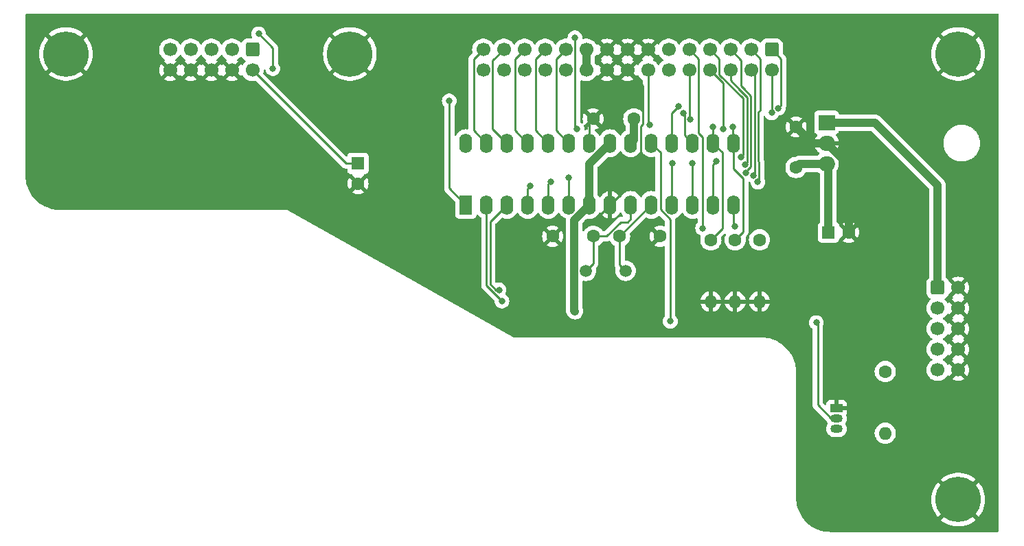
<source format=gbr>
%TF.GenerationSoftware,KiCad,Pcbnew,7.0.5*%
%TF.CreationDate,2023-07-07T19:02:18+02:00*%
%TF.ProjectId,Processor_Board,50726f63-6573-4736-9f72-5f426f617264,rev?*%
%TF.SameCoordinates,Original*%
%TF.FileFunction,Copper,L1,Top*%
%TF.FilePolarity,Positive*%
%FSLAX46Y46*%
G04 Gerber Fmt 4.6, Leading zero omitted, Abs format (unit mm)*
G04 Created by KiCad (PCBNEW 7.0.5) date 2023-07-07 19:02:18*
%MOMM*%
%LPD*%
G01*
G04 APERTURE LIST*
G04 Aperture macros list*
%AMRoundRect*
0 Rectangle with rounded corners*
0 $1 Rounding radius*
0 $2 $3 $4 $5 $6 $7 $8 $9 X,Y pos of 4 corners*
0 Add a 4 corners polygon primitive as box body*
4,1,4,$2,$3,$4,$5,$6,$7,$8,$9,$2,$3,0*
0 Add four circle primitives for the rounded corners*
1,1,$1+$1,$2,$3*
1,1,$1+$1,$4,$5*
1,1,$1+$1,$6,$7*
1,1,$1+$1,$8,$9*
0 Add four rect primitives between the rounded corners*
20,1,$1+$1,$2,$3,$4,$5,0*
20,1,$1+$1,$4,$5,$6,$7,0*
20,1,$1+$1,$6,$7,$8,$9,0*
20,1,$1+$1,$8,$9,$2,$3,0*%
G04 Aperture macros list end*
%TA.AperFunction,ComponentPad*%
%ADD10C,5.600000*%
%TD*%
%TA.AperFunction,ComponentPad*%
%ADD11C,1.600000*%
%TD*%
%TA.AperFunction,ComponentPad*%
%ADD12O,1.600000X1.600000*%
%TD*%
%TA.AperFunction,ComponentPad*%
%ADD13R,1.500000X1.050000*%
%TD*%
%TA.AperFunction,ComponentPad*%
%ADD14O,1.500000X1.050000*%
%TD*%
%TA.AperFunction,ComponentPad*%
%ADD15R,1.600000X1.600000*%
%TD*%
%TA.AperFunction,ComponentPad*%
%ADD16RoundRect,0.250000X-0.600000X0.600000X-0.600000X-0.600000X0.600000X-0.600000X0.600000X0.600000X0*%
%TD*%
%TA.AperFunction,ComponentPad*%
%ADD17C,1.700000*%
%TD*%
%TA.AperFunction,ComponentPad*%
%ADD18RoundRect,0.250000X-0.600000X-0.600000X0.600000X-0.600000X0.600000X0.600000X-0.600000X0.600000X0*%
%TD*%
%TA.AperFunction,ComponentPad*%
%ADD19C,1.500000*%
%TD*%
%TA.AperFunction,ComponentPad*%
%ADD20R,2.000000X1.905000*%
%TD*%
%TA.AperFunction,ComponentPad*%
%ADD21O,2.000000X1.905000*%
%TD*%
%TA.AperFunction,ComponentPad*%
%ADD22R,1.600000X2.400000*%
%TD*%
%TA.AperFunction,ComponentPad*%
%ADD23O,1.600000X2.400000*%
%TD*%
%TA.AperFunction,ViaPad*%
%ADD24C,0.800000*%
%TD*%
%TA.AperFunction,Conductor*%
%ADD25C,0.250000*%
%TD*%
%TA.AperFunction,Conductor*%
%ADD26C,1.000000*%
%TD*%
G04 APERTURE END LIST*
D10*
%TO.P,H6,1,1*%
%TO.N,GND*%
X80000000Y-135000000D03*
%TD*%
D11*
%TO.P,R2,1*%
%TO.N,MATRIX_B*%
X127500000Y-157940000D03*
D12*
%TO.P,R2,2*%
%TO.N,GND*%
X127500000Y-165560000D03*
%TD*%
D11*
%TO.P,R8,1*%
%TO.N,\u005CEVNT*%
X146000000Y-174190000D03*
D12*
%TO.P,R8,2*%
%TO.N,Net-(Q1-C)*%
X146000000Y-181810000D03*
%TD*%
D11*
%TO.P,R7,1*%
%TO.N,MATRIX_C*%
X124500000Y-157940000D03*
D12*
%TO.P,R7,2*%
%TO.N,GND*%
X124500000Y-165560000D03*
%TD*%
D11*
%TO.P,R1,1*%
%TO.N,MATRIX_A*%
X130500000Y-157940000D03*
D12*
%TO.P,R1,2*%
%TO.N,GND*%
X130500000Y-165560000D03*
%TD*%
D13*
%TO.P,Q1,1,E*%
%TO.N,GND*%
X140000000Y-178730000D03*
D14*
%TO.P,Q1,2,B*%
%TO.N,ICSP2_SCK*%
X140000000Y-180000000D03*
%TO.P,Q1,3,C*%
%TO.N,Net-(Q1-C)*%
X140000000Y-181270000D03*
%TD*%
D10*
%TO.P,H8,1,1*%
%TO.N,GND*%
X155000000Y-190000000D03*
%TD*%
%TO.P,H6,1,1*%
%TO.N,GND*%
X155000000Y-135000000D03*
%TD*%
D15*
%TO.P,C10,1*%
%TO.N,+5VA*%
X139000000Y-157000000D03*
D11*
%TO.P,C10,2*%
%TO.N,GND*%
X141500000Y-157000000D03*
%TD*%
%TO.P,C9,1*%
%TO.N,+5VA*%
X135000000Y-149000000D03*
%TO.P,C9,2*%
%TO.N,GND*%
X135000000Y-144000000D03*
%TD*%
D16*
%TO.P,J1,1,Pin_1*%
%TO.N,ICSP2_MISO*%
X132000000Y-134460000D03*
D17*
%TO.P,J1,2,Pin_2*%
%TO.N,ICSP2_MOSI*%
X132000000Y-137000000D03*
%TO.P,J1,3,Pin_3*%
%TO.N,MATRIX_3*%
X129460000Y-134460000D03*
%TO.P,J1,4,Pin_4*%
%TO.N,MATRIX_4*%
X129460000Y-137000000D03*
%TO.P,J1,5,Pin_5*%
%TO.N,MATRIX_5*%
X126920000Y-134460000D03*
%TO.P,J1,6,Pin_6*%
%TO.N,MATRIX_6*%
X126920000Y-137000000D03*
%TO.P,J1,7,Pin_7*%
%TO.N,MATRIX_7*%
X124380000Y-134460000D03*
%TO.P,J1,8,Pin_8*%
%TO.N,MATRIX_8*%
X124380000Y-137000000D03*
%TO.P,J1,9,Pin_9*%
%TO.N,MATRIX_A*%
X121840000Y-134460000D03*
%TO.P,J1,10,Pin_10*%
%TO.N,MATRIX_B*%
X121840000Y-137000000D03*
%TO.P,J1,11,Pin_11*%
%TO.N,unconnected-(J1-Pin_11-Pad11)*%
X119300000Y-134460000D03*
%TO.P,J1,12,Pin_12*%
%TO.N,unconnected-(J1-Pin_12-Pad12)*%
X119300000Y-137000000D03*
%TO.P,J1,13,Pin_13*%
%TO.N,GND*%
X116760000Y-134460000D03*
%TO.P,J1,14,Pin_14*%
%TO.N,MATRIX_C*%
X116760000Y-137000000D03*
%TO.P,J1,15,Pin_15*%
%TO.N,GND*%
X114220000Y-134460000D03*
%TO.P,J1,16,Pin_16*%
X114220000Y-137000000D03*
%TO.P,J1,17,Pin_17*%
X111680000Y-134460000D03*
%TO.P,J1,18,Pin_18*%
X111680000Y-137000000D03*
%TO.P,J1,19,Pin_19*%
%TO.N,+5VA*%
X109140000Y-134460000D03*
%TO.P,J1,20,Pin_20*%
X109140000Y-137000000D03*
%TO.P,J1,21,Pin_21*%
%TO.N,ANALOG_11*%
X106600000Y-134460000D03*
%TO.P,J1,22,Pin_22*%
%TO.N,GND*%
X106600000Y-137000000D03*
%TO.P,J1,23,Pin_23*%
%TO.N,ANALOG_12*%
X104060000Y-134460000D03*
%TO.P,J1,24,Pin_24*%
%TO.N,GND*%
X104060000Y-137000000D03*
%TO.P,J1,25,Pin_25*%
%TO.N,ANALOG_13*%
X101520000Y-134460000D03*
%TO.P,J1,26,Pin_26*%
%TO.N,GND*%
X101520000Y-137000000D03*
%TO.P,J1,27,Pin_27*%
%TO.N,ANALOG_14*%
X98980000Y-134460000D03*
%TO.P,J1,28,Pin_28*%
%TO.N,GND*%
X98980000Y-137000000D03*
%TO.P,J1,29,Pin_29*%
%TO.N,ANALOG_15*%
X96440000Y-134460000D03*
%TO.P,J1,30,Pin_30*%
%TO.N,GND*%
X96440000Y-137000000D03*
%TD*%
D10*
%TO.P,H4,1,1*%
%TO.N,GND*%
X45000000Y-135000000D03*
%TD*%
D18*
%TO.P,J6,1,Pin_1*%
%TO.N,+12V*%
X152460000Y-163840000D03*
D17*
%TO.P,J6,2,Pin_2*%
%TO.N,GND*%
X155000000Y-163840000D03*
%TO.P,J6,3,Pin_3*%
%TO.N,+5V*%
X152460000Y-166380000D03*
%TO.P,J6,4,Pin_4*%
%TO.N,GND*%
X155000000Y-166380000D03*
%TO.P,J6,5,Pin_5*%
%TO.N,TX*%
X152460000Y-168920000D03*
%TO.P,J6,6,Pin_6*%
%TO.N,GND*%
X155000000Y-168920000D03*
%TO.P,J6,7,Pin_7*%
%TO.N,RX*%
X152460000Y-171460000D03*
%TO.P,J6,8,Pin_8*%
%TO.N,GND*%
X155000000Y-171460000D03*
%TO.P,J6,9,Pin_9*%
%TO.N,\u005CEVNT*%
X152460000Y-174000000D03*
%TO.P,J6,10,Pin_10*%
%TO.N,GND*%
X155000000Y-174000000D03*
%TD*%
D19*
%TO.P,Y1,2,2*%
%TO.N,Net-(U1-PB6{slash}XTAL1)*%
X109100000Y-161750000D03*
%TO.P,Y1,1,1*%
%TO.N,Net-(U1-PB7{slash}XTAL2)*%
X114000000Y-161750000D03*
%TD*%
D11*
%TO.P,C2,1*%
%TO.N,GND*%
X118250000Y-157500000D03*
%TO.P,C2,2*%
%TO.N,Net-(U1-PB7{slash}XTAL2)*%
X113250000Y-157500000D03*
%TD*%
D16*
%TO.P,J5,1,Pin_1*%
%TO.N,ICSP2_MOSI*%
X68000000Y-134460000D03*
D17*
%TO.P,J5,2,Pin_2*%
%TO.N,+5V*%
X68000000Y-137000000D03*
%TO.P,J5,3,Pin_3*%
%TO.N,unconnected-(J5-Pin_3-Pad3)*%
X65460000Y-134460000D03*
%TO.P,J5,4,Pin_4*%
%TO.N,GND*%
X65460000Y-137000000D03*
%TO.P,J5,5,Pin_5*%
%TO.N,~{RESET}*%
X62920000Y-134460000D03*
%TO.P,J5,6,Pin_6*%
%TO.N,GND*%
X62920000Y-137000000D03*
%TO.P,J5,7,Pin_7*%
%TO.N,ICSP2_SCK*%
X60380000Y-134460000D03*
%TO.P,J5,8,Pin_8*%
%TO.N,GND*%
X60380000Y-137000000D03*
%TO.P,J5,9,Pin_9*%
%TO.N,ICSP2_MISO*%
X57840000Y-134460000D03*
%TO.P,J5,10,Pin_10*%
%TO.N,GND*%
X57840000Y-137000000D03*
%TD*%
D15*
%TO.P,C11,1*%
%TO.N,+5V*%
X81000000Y-148500000D03*
D11*
%TO.P,C11,2*%
%TO.N,GND*%
X81000000Y-151000000D03*
%TD*%
%TO.P,C1,1*%
%TO.N,GND*%
X105000000Y-157500000D03*
%TO.P,C1,2*%
%TO.N,Net-(U1-PB6{slash}XTAL1)*%
X110000000Y-157500000D03*
%TD*%
D20*
%TO.P,U6,1,IN*%
%TO.N,+12V*%
X138770000Y-143460000D03*
D21*
%TO.P,U6,2,GND*%
%TO.N,GND*%
X138770000Y-146000000D03*
%TO.P,U6,3,OUT*%
%TO.N,+5VA*%
X138770000Y-148540000D03*
%TD*%
D22*
%TO.P,U1,1,PC6/~{RESET}*%
%TO.N,~{RESET}*%
X94300000Y-153620000D03*
D23*
%TO.P,U1,2,PD0*%
%TO.N,TX*%
X96840000Y-153620000D03*
%TO.P,U1,3,PD1*%
%TO.N,RX*%
X99380000Y-153620000D03*
%TO.P,U1,4,PD2*%
%TO.N,MATRIX_3*%
X101920000Y-153620000D03*
%TO.P,U1,5,PD3*%
%TO.N,MATRIX_4*%
X104460000Y-153620000D03*
%TO.P,U1,6,PD4*%
%TO.N,MATRIX_5*%
X107000000Y-153620000D03*
%TO.P,U1,7,VCC*%
%TO.N,+5V*%
X109540000Y-153620000D03*
%TO.P,U1,8,GND*%
%TO.N,GND*%
X112080000Y-153620000D03*
%TO.P,U1,9,PB6/XTAL1*%
%TO.N,Net-(U1-PB6{slash}XTAL1)*%
X114620000Y-153620000D03*
%TO.P,U1,10,PB7/XTAL2*%
%TO.N,Net-(U1-PB7{slash}XTAL2)*%
X117160000Y-153620000D03*
%TO.P,U1,11,PD5*%
%TO.N,MATRIX_6*%
X119700000Y-153620000D03*
%TO.P,U1,12,PD6*%
%TO.N,MATRIX_7*%
X122240000Y-153620000D03*
%TO.P,U1,13,PD7*%
%TO.N,MATRIX_8*%
X124780000Y-153620000D03*
%TO.P,U1,14,PB0*%
%TO.N,MATRIX_A*%
X127320000Y-153620000D03*
%TO.P,U1,15,PB1*%
%TO.N,MATRIX_B*%
X127320000Y-146000000D03*
%TO.P,U1,16,PB2*%
%TO.N,MATRIX_C*%
X124780000Y-146000000D03*
%TO.P,U1,17,PB3*%
%TO.N,ICSP2_MOSI*%
X122240000Y-146000000D03*
%TO.P,U1,18,PB4*%
%TO.N,ICSP2_MISO*%
X119700000Y-146000000D03*
%TO.P,U1,19,PB5*%
%TO.N,ICSP2_SCK*%
X117160000Y-146000000D03*
%TO.P,U1,20,AVCC*%
%TO.N,+5V*%
X114620000Y-146000000D03*
%TO.P,U1,21,AREF*%
X112080000Y-146000000D03*
%TO.P,U1,22,AGND*%
%TO.N,GND*%
X109540000Y-146000000D03*
%TO.P,U1,23,PC0*%
%TO.N,ANALOG_11*%
X107000000Y-146000000D03*
%TO.P,U1,24,PC1*%
%TO.N,ANALOG_12*%
X104460000Y-146000000D03*
%TO.P,U1,25,PC2*%
%TO.N,ANALOG_13*%
X101920000Y-146000000D03*
%TO.P,U1,26,PC3*%
%TO.N,ANALOG_14*%
X99380000Y-146000000D03*
%TO.P,U1,27,PC4*%
%TO.N,ANALOG_15*%
X96840000Y-146000000D03*
%TO.P,U1,28,PC5*%
%TO.N,unconnected-(U1-PC5-Pad28)*%
X94300000Y-146000000D03*
%TD*%
D11*
%TO.P,C7,2*%
%TO.N,GND*%
X110000000Y-143000000D03*
%TO.P,C7,1*%
%TO.N,+5V*%
X115000000Y-143000000D03*
%TD*%
D24*
%TO.N,~{RESET}*%
X92250000Y-140775500D03*
%TO.N,MATRIX_8*%
X126000000Y-144250000D03*
X125180500Y-148250000D03*
%TO.N,GND*%
X109250000Y-155750000D03*
%TO.N,ICSP2_SCK*%
X137500000Y-168159500D03*
%TO.N,ICSP2_MISO*%
X68750000Y-132525500D03*
X70500000Y-136809500D03*
%TO.N,ICSP2_SCK*%
X108000000Y-144250000D03*
X107750000Y-133000000D03*
%TO.N,+5V*%
X107750000Y-166750000D03*
%TO.N,ICSP2_SCK*%
X119500000Y-168000000D03*
%TO.N,RX*%
X98387299Y-164112701D03*
%TO.N,TX*%
X98750000Y-165500000D03*
%TO.N,ICSP2_MISO*%
X132822620Y-141682284D03*
X120500000Y-141500000D03*
%TO.N,ICSP2_MOSI*%
X132000000Y-142250000D03*
X121115500Y-142301395D03*
%TO.N,MATRIX_3*%
X102250000Y-151250000D03*
X130289754Y-150807605D03*
%TO.N,MATRIX_4*%
X104750000Y-150750000D03*
X129722051Y-149984976D03*
%TO.N,MATRIX_5*%
X107000000Y-150250000D03*
X128784086Y-149639682D03*
%TO.N,MATRIX_6*%
X119750000Y-148500000D03*
X128696991Y-148643982D03*
%TO.N,MATRIX_7*%
X128250000Y-147750000D03*
X122250000Y-148500000D03*
%TO.N,MATRIX_A*%
X127500000Y-156250000D03*
X123500000Y-156500000D03*
%TO.N,MATRIX_B*%
X127250000Y-144000000D03*
X122000000Y-143025500D03*
%TO.N,MATRIX_C*%
X124750000Y-144000000D03*
X117000000Y-143750000D03*
%TD*%
D25*
%TO.N,~{RESET}*%
X92250000Y-151570000D02*
X92250000Y-140775500D01*
%TO.N,MATRIX_8*%
X126000000Y-138620000D02*
X124380000Y-137000000D01*
X126000000Y-144250000D02*
X126000000Y-138620000D01*
X124780000Y-148650500D02*
X125180500Y-148250000D01*
X124780000Y-153620000D02*
X124780000Y-148650500D01*
%TO.N,MATRIX_C*%
X125905000Y-147125000D02*
X125905000Y-156535000D01*
X124780000Y-146000000D02*
X125905000Y-147125000D01*
X124500000Y-157940000D02*
X125905000Y-156535000D01*
%TO.N,MATRIX_B*%
X128483781Y-150364682D02*
X127320000Y-149200901D01*
X128483781Y-156956219D02*
X128483781Y-150364682D01*
X127320000Y-149200901D02*
X127320000Y-146000000D01*
X127500000Y-157940000D02*
X128483781Y-156956219D01*
%TO.N,GND*%
X109540000Y-143460000D02*
X110000000Y-143000000D01*
X109540000Y-146000000D02*
X109540000Y-143460000D01*
X109950000Y-155750000D02*
X109250000Y-155750000D01*
X112080000Y-153620000D02*
X109950000Y-155750000D01*
X116125000Y-138905000D02*
X114220000Y-137000000D01*
X115825000Y-143925000D02*
X116125000Y-143625000D01*
X116125000Y-143625000D02*
X116125000Y-138905000D01*
X115825000Y-149875000D02*
X115825000Y-143925000D01*
X112080000Y-153620000D02*
X115825000Y-149875000D01*
%TO.N,Net-(U1-PB6{slash}XTAL1)*%
X114250000Y-155750000D02*
X114620000Y-155380000D01*
X113409009Y-155750000D02*
X114250000Y-155750000D01*
X111659009Y-157500000D02*
X113409009Y-155750000D01*
X114620000Y-155380000D02*
X114620000Y-153620000D01*
X110000000Y-157500000D02*
X111659009Y-157500000D01*
%TO.N,RX*%
X97290000Y-155710000D02*
X99380000Y-153620000D01*
X97290000Y-163403604D02*
X97290000Y-155710000D01*
X98387299Y-164112701D02*
X97999097Y-164112701D01*
X97999097Y-164112701D02*
X97290000Y-163403604D01*
%TO.N,ICSP2_SCK*%
X137672500Y-178327500D02*
X137672500Y-168332000D01*
X137672500Y-168332000D02*
X137500000Y-168159500D01*
X139345000Y-180000000D02*
X137672500Y-178327500D01*
%TO.N,ICSP2_MISO*%
X70500000Y-134275500D02*
X68750000Y-132525500D01*
X70500000Y-136809500D02*
X70500000Y-134275500D01*
%TO.N,ICSP2_SCK*%
X107775000Y-144025000D02*
X108000000Y-144250000D01*
X107775000Y-133025000D02*
X107775000Y-144025000D01*
X107750000Y-133000000D02*
X107775000Y-133025000D01*
%TO.N,~{RESET}*%
X92250000Y-151570000D02*
X94300000Y-153620000D01*
%TO.N,+5V*%
X68000000Y-137000000D02*
X79500000Y-148500000D01*
X79500000Y-148500000D02*
X81000000Y-148500000D01*
D26*
X115000000Y-145620000D02*
X114620000Y-146000000D01*
X115000000Y-143000000D02*
X115000000Y-145620000D01*
X109540000Y-148540000D02*
X112080000Y-146000000D01*
X109540000Y-153620000D02*
X109540000Y-148540000D01*
X107650000Y-155510000D02*
X109540000Y-153620000D01*
X107750000Y-166750000D02*
X107650000Y-166650000D01*
X107650000Y-166650000D02*
X107650000Y-155510000D01*
%TO.N,+5VA*%
X109140000Y-134460000D02*
X109140000Y-137000000D01*
%TO.N,GND*%
X141500000Y-157000000D02*
X141500000Y-148730000D01*
X141500000Y-148730000D02*
X138770000Y-146000000D01*
X137000000Y-146000000D02*
X138770000Y-146000000D01*
X135000000Y-144000000D02*
X137000000Y-146000000D01*
%TO.N,+5VA*%
X139000000Y-148770000D02*
X138770000Y-148540000D01*
X139000000Y-157000000D02*
X139000000Y-148770000D01*
X135460000Y-148540000D02*
X135000000Y-149000000D01*
X138770000Y-148540000D02*
X135460000Y-148540000D01*
%TO.N,+12V*%
X144710000Y-143460000D02*
X138770000Y-143460000D01*
X152460000Y-151210000D02*
X144710000Y-143460000D01*
X152460000Y-163840000D02*
X152460000Y-151210000D01*
D25*
%TO.N,ICSP2_SCK*%
X118285000Y-147125000D02*
X117160000Y-146000000D01*
X118285000Y-154195990D02*
X118285000Y-147125000D01*
X119500000Y-155410990D02*
X118285000Y-154195990D01*
X119500000Y-168000000D02*
X119500000Y-155410990D01*
X140000000Y-180000000D02*
X139345000Y-180000000D01*
%TO.N,TX*%
X96840000Y-163590000D02*
X96840000Y-153620000D01*
X98750000Y-165500000D02*
X96840000Y-163590000D01*
%TO.N,Net-(U1-PB7{slash}XTAL2)*%
X117130000Y-153620000D02*
X117160000Y-153620000D01*
X113250000Y-157500000D02*
X117130000Y-153620000D01*
%TO.N,Net-(U1-PB6{slash}XTAL1)*%
X110000000Y-160850000D02*
X109100000Y-161750000D01*
X110000000Y-157500000D02*
X110000000Y-160850000D01*
%TO.N,Net-(U1-PB7{slash}XTAL2)*%
X113250000Y-161000000D02*
X114000000Y-161750000D01*
X113250000Y-157500000D02*
X113250000Y-161000000D01*
%TO.N,ICSP2_MISO*%
X133175000Y-135635000D02*
X132000000Y-134460000D01*
X133175000Y-141329904D02*
X133175000Y-135635000D01*
X132822620Y-141682284D02*
X133175000Y-141329904D01*
X119700000Y-142300000D02*
X120500000Y-141500000D01*
X119700000Y-146000000D02*
X119700000Y-142300000D01*
%TO.N,ICSP2_MOSI*%
X132000000Y-142250000D02*
X132000000Y-137000000D01*
X121275000Y-142460895D02*
X121115500Y-142301395D01*
X121275000Y-145035000D02*
X121275000Y-142460895D01*
X122240000Y-146000000D02*
X121275000Y-145035000D01*
%TO.N,MATRIX_3*%
X102250000Y-151250000D02*
X101920000Y-151580000D01*
X101920000Y-151580000D02*
X101920000Y-153620000D01*
X130350000Y-148250000D02*
X130447051Y-148347051D01*
X130447051Y-148347051D02*
X130447051Y-150650308D01*
X130635000Y-141901396D02*
X130350000Y-142186396D01*
X130635000Y-135635000D02*
X130635000Y-141901396D01*
X130350000Y-145750000D02*
X130350000Y-148250000D01*
X130447051Y-150650308D02*
X130289754Y-150807605D01*
X130350000Y-142186396D02*
X130350000Y-145750000D01*
X129460000Y-134460000D02*
X130635000Y-135635000D01*
%TO.N,MATRIX_4*%
X129900000Y-149807027D02*
X129722051Y-149984976D01*
X129900000Y-142000000D02*
X129900000Y-149807027D01*
X129900000Y-137440000D02*
X129900000Y-142000000D01*
X104460000Y-151040000D02*
X104460000Y-153620000D01*
X129460000Y-137000000D02*
X129900000Y-137440000D01*
X104750000Y-150750000D02*
X104460000Y-151040000D01*
%TO.N,MATRIX_5*%
X107000000Y-150250000D02*
X107000000Y-153620000D01*
X128997296Y-149426472D02*
X128784086Y-149639682D01*
X128997296Y-149368982D02*
X128997296Y-149426472D01*
X129450000Y-140160812D02*
X129450000Y-143500000D01*
X129450000Y-143500000D02*
X129450000Y-148527369D01*
X128250000Y-138960812D02*
X128526396Y-139237208D01*
X128250000Y-135790000D02*
X128250000Y-138960812D01*
X128526396Y-139237208D02*
X129450000Y-140160812D01*
X126920000Y-134460000D02*
X128250000Y-135790000D01*
X129450000Y-148527369D02*
X129450000Y-148916278D01*
X129450000Y-148916278D02*
X128997296Y-149368982D01*
%TO.N,MATRIX_6*%
X119700000Y-148550000D02*
X119700000Y-153620000D01*
X119750000Y-148500000D02*
X119700000Y-148550000D01*
X129000000Y-148340973D02*
X128696991Y-148643982D01*
X129000000Y-140347208D02*
X129000000Y-142250000D01*
X129000000Y-142250000D02*
X129000000Y-148340973D01*
X128076396Y-139423604D02*
X129000000Y-140347208D01*
X126920000Y-138267208D02*
X128076396Y-139423604D01*
X126920000Y-137000000D02*
X126920000Y-138267208D01*
%TO.N,MATRIX_7*%
X122240000Y-148510000D02*
X122240000Y-153620000D01*
X122250000Y-148500000D02*
X122240000Y-148510000D01*
X128500000Y-140483604D02*
X128500000Y-147500000D01*
X128500000Y-147500000D02*
X128250000Y-147750000D01*
X125555000Y-135635000D02*
X125555000Y-137538604D01*
X125555000Y-137538604D02*
X128500000Y-140483604D01*
X124380000Y-134460000D02*
X125555000Y-135635000D01*
%TO.N,MATRIX_A*%
X127500000Y-156250000D02*
X127320000Y-156070000D01*
X123500000Y-145269010D02*
X123500000Y-156500000D01*
X123015000Y-144784010D02*
X123500000Y-145269010D01*
X127320000Y-156070000D02*
X127320000Y-153620000D01*
X123015000Y-135635000D02*
X123015000Y-144784010D01*
X121840000Y-134460000D02*
X123015000Y-135635000D01*
%TO.N,MATRIX_B*%
X127250000Y-145930000D02*
X127320000Y-146000000D01*
X127250000Y-144000000D02*
X127250000Y-145930000D01*
X121840000Y-142865500D02*
X122000000Y-143025500D01*
X121840000Y-137000000D02*
X121840000Y-142865500D01*
%TO.N,MATRIX_C*%
X124750000Y-145970000D02*
X124780000Y-146000000D01*
X124750000Y-144000000D02*
X124750000Y-145970000D01*
X116760000Y-137000000D02*
X116760000Y-143510000D01*
X116760000Y-143510000D02*
X117000000Y-143750000D01*
%TO.N,ANALOG_11*%
X105425000Y-135635000D02*
X106600000Y-134460000D01*
X107000000Y-146000000D02*
X105425000Y-144425000D01*
X105425000Y-144425000D02*
X105425000Y-135635000D01*
%TO.N,ANALOG_12*%
X102885000Y-135635000D02*
X104060000Y-134460000D01*
X102885000Y-144425000D02*
X102885000Y-135635000D01*
X104460000Y-146000000D02*
X102885000Y-144425000D01*
%TO.N,ANALOG_13*%
X100345000Y-144425000D02*
X101920000Y-146000000D01*
X100345000Y-135635000D02*
X100345000Y-144425000D01*
X101520000Y-134460000D02*
X100345000Y-135635000D01*
%TO.N,ANALOG_14*%
X97615000Y-135825000D02*
X98980000Y-134460000D01*
X99380000Y-146000000D02*
X97615000Y-144235000D01*
X97615000Y-144235000D02*
X97615000Y-135825000D01*
%TO.N,ANALOG_15*%
X95265000Y-135635000D02*
X96440000Y-134460000D01*
X95265000Y-144425000D02*
X95265000Y-135635000D01*
X96840000Y-146000000D02*
X95265000Y-144425000D01*
%TD*%
%TA.AperFunction,Conductor*%
%TO.N,GND*%
G36*
X154540507Y-171669844D02*
G01*
X154618239Y-171790798D01*
X154726900Y-171884952D01*
X154857685Y-171944680D01*
X154867466Y-171946086D01*
X154238625Y-172574925D01*
X154315031Y-172628425D01*
X154358655Y-172683002D01*
X154365848Y-172752501D01*
X154334326Y-172814855D01*
X154315029Y-172831576D01*
X154238625Y-172885072D01*
X154867466Y-173513913D01*
X154857685Y-173515320D01*
X154726900Y-173575048D01*
X154618239Y-173669202D01*
X154540507Y-173790156D01*
X154516923Y-173870475D01*
X153885072Y-173238625D01*
X153885072Y-173238626D01*
X153835131Y-173309950D01*
X153780555Y-173353575D01*
X153711056Y-173360769D01*
X153648701Y-173329246D01*
X153629748Y-173306649D01*
X153535723Y-173162734D01*
X153535715Y-173162723D01*
X153383243Y-172997097D01*
X153383238Y-172997092D01*
X153205577Y-172858812D01*
X153205578Y-172858812D01*
X153205576Y-172858811D01*
X153169070Y-172839055D01*
X153119479Y-172789836D01*
X153104371Y-172721619D01*
X153128541Y-172656064D01*
X153169070Y-172620945D01*
X153169084Y-172620936D01*
X153205576Y-172601189D01*
X153383240Y-172462906D01*
X153535722Y-172297268D01*
X153629749Y-172153347D01*
X153682894Y-172107994D01*
X153752125Y-172098570D01*
X153815461Y-172128072D01*
X153835131Y-172150049D01*
X153885072Y-172221373D01*
X153885073Y-172221373D01*
X154516923Y-171589523D01*
X154540507Y-171669844D01*
G37*
%TD.AperFunction*%
%TA.AperFunction,Conductor*%
G36*
X154540507Y-169129844D02*
G01*
X154618239Y-169250798D01*
X154726900Y-169344952D01*
X154857685Y-169404680D01*
X154867466Y-169406086D01*
X154238625Y-170034925D01*
X154315031Y-170088425D01*
X154358655Y-170143002D01*
X154365848Y-170212501D01*
X154334326Y-170274855D01*
X154315029Y-170291576D01*
X154238625Y-170345072D01*
X154867466Y-170973913D01*
X154857685Y-170975320D01*
X154726900Y-171035048D01*
X154618239Y-171129202D01*
X154540507Y-171250156D01*
X154516923Y-171330475D01*
X153885072Y-170698625D01*
X153885072Y-170698626D01*
X153835131Y-170769950D01*
X153780555Y-170813575D01*
X153711056Y-170820769D01*
X153648701Y-170789246D01*
X153629748Y-170766649D01*
X153535723Y-170622734D01*
X153535715Y-170622723D01*
X153383243Y-170457097D01*
X153383238Y-170457092D01*
X153261987Y-170362718D01*
X153205576Y-170318811D01*
X153169070Y-170299055D01*
X153119479Y-170249836D01*
X153104371Y-170181619D01*
X153128541Y-170116064D01*
X153169070Y-170080945D01*
X153174403Y-170078059D01*
X153205576Y-170061189D01*
X153383240Y-169922906D01*
X153535722Y-169757268D01*
X153629749Y-169613347D01*
X153682894Y-169567994D01*
X153752125Y-169558570D01*
X153815461Y-169588072D01*
X153835131Y-169610049D01*
X153885072Y-169681373D01*
X153885073Y-169681373D01*
X154516923Y-169049523D01*
X154540507Y-169129844D01*
G37*
%TD.AperFunction*%
%TA.AperFunction,Conductor*%
G36*
X154540507Y-166589844D02*
G01*
X154618239Y-166710798D01*
X154726900Y-166804952D01*
X154857685Y-166864680D01*
X154867466Y-166866086D01*
X154238625Y-167494925D01*
X154315031Y-167548425D01*
X154358655Y-167603002D01*
X154365848Y-167672501D01*
X154334326Y-167734855D01*
X154315029Y-167751576D01*
X154238625Y-167805072D01*
X154867466Y-168433913D01*
X154857685Y-168435320D01*
X154726900Y-168495048D01*
X154618239Y-168589202D01*
X154540507Y-168710156D01*
X154516923Y-168790476D01*
X153885072Y-168158625D01*
X153885072Y-168158626D01*
X153835131Y-168229950D01*
X153780555Y-168273575D01*
X153711056Y-168280769D01*
X153648701Y-168249246D01*
X153629748Y-168226649D01*
X153535723Y-168082734D01*
X153535715Y-168082723D01*
X153383243Y-167917097D01*
X153383238Y-167917092D01*
X153245740Y-167810072D01*
X153205576Y-167778811D01*
X153205575Y-167778810D01*
X153205572Y-167778808D01*
X153169068Y-167759053D01*
X153119478Y-167709833D01*
X153104371Y-167641616D01*
X153128542Y-167576061D01*
X153169069Y-167540945D01*
X153205576Y-167521189D01*
X153383240Y-167382906D01*
X153535722Y-167217268D01*
X153629749Y-167073347D01*
X153682894Y-167027994D01*
X153752125Y-167018570D01*
X153815461Y-167048072D01*
X153835131Y-167070049D01*
X153885072Y-167141373D01*
X153885073Y-167141373D01*
X154516922Y-166509523D01*
X154540507Y-166589844D01*
G37*
%TD.AperFunction*%
%TA.AperFunction,Conductor*%
G36*
X154540507Y-164049844D02*
G01*
X154618239Y-164170798D01*
X154726900Y-164264952D01*
X154857685Y-164324680D01*
X154867466Y-164326086D01*
X154238625Y-164954925D01*
X154315031Y-165008425D01*
X154358655Y-165063002D01*
X154365848Y-165132501D01*
X154334326Y-165194855D01*
X154315029Y-165211576D01*
X154238625Y-165265072D01*
X154867466Y-165893913D01*
X154857685Y-165895320D01*
X154726900Y-165955048D01*
X154618239Y-166049202D01*
X154540507Y-166170156D01*
X154516923Y-166250474D01*
X153885073Y-165618625D01*
X153885072Y-165618626D01*
X153835131Y-165689950D01*
X153780555Y-165733575D01*
X153711056Y-165740769D01*
X153648701Y-165709246D01*
X153629748Y-165686649D01*
X153535723Y-165542734D01*
X153535715Y-165542723D01*
X153383243Y-165377097D01*
X153383241Y-165377095D01*
X153383240Y-165377094D01*
X153377697Y-165372780D01*
X153345481Y-165347704D01*
X153304669Y-165290994D01*
X153300996Y-165221220D01*
X153335628Y-165160538D01*
X153376513Y-165135848D01*
X153376195Y-165135165D01*
X153382565Y-165132194D01*
X153382647Y-165132144D01*
X153382738Y-165132115D01*
X153533652Y-165039030D01*
X153659030Y-164913652D01*
X153752115Y-164762738D01*
X153776985Y-164687683D01*
X153816756Y-164630240D01*
X153881271Y-164603416D01*
X153883049Y-164603397D01*
X154516923Y-163969523D01*
X154540507Y-164049844D01*
G37*
%TD.AperFunction*%
%TA.AperFunction,Conductor*%
G36*
X111841955Y-153947641D02*
G01*
X111954852Y-154005165D01*
X112048519Y-154020000D01*
X112111481Y-154020000D01*
X112205148Y-154005165D01*
X112318045Y-153947641D01*
X112329999Y-153935686D01*
X112329999Y-155298871D01*
X112330000Y-155298872D01*
X112526317Y-155246269D01*
X112526326Y-155246265D01*
X112732483Y-155150133D01*
X112819382Y-155089285D01*
X112885588Y-155066957D01*
X112896232Y-155069628D01*
X112912775Y-155027147D01*
X112923286Y-155015190D01*
X113079660Y-154858816D01*
X113210133Y-154672483D01*
X113232927Y-154623600D01*
X113279098Y-154571160D01*
X113346292Y-154552007D01*
X113413173Y-154572221D01*
X113457691Y-154623596D01*
X113482477Y-154676749D01*
X113613802Y-154864300D01*
X113613806Y-154864304D01*
X113654321Y-154904819D01*
X113687806Y-154966142D01*
X113682822Y-155035834D01*
X113640950Y-155091767D01*
X113575486Y-155116184D01*
X113566640Y-155116500D01*
X113492641Y-155116500D01*
X113476889Y-155114760D01*
X113476864Y-155115032D01*
X113469102Y-155114297D01*
X113400006Y-155116469D01*
X113398058Y-155116500D01*
X113369153Y-155116500D01*
X113369150Y-155116500D01*
X113369138Y-155116501D01*
X113362146Y-155117384D01*
X113356329Y-155117841D01*
X113309123Y-155119325D01*
X113309116Y-155119326D01*
X113289509Y-155125022D01*
X113270470Y-155128965D01*
X113250220Y-155131524D01*
X113250210Y-155131526D01*
X113206300Y-155148911D01*
X113200774Y-155150803D01*
X113155421Y-155163979D01*
X113155416Y-155163981D01*
X113137842Y-155174374D01*
X113120381Y-155182928D01*
X113101395Y-155190446D01*
X113083848Y-155203194D01*
X113018040Y-155226670D01*
X113005594Y-155223775D01*
X112987367Y-155268280D01*
X112975397Y-155281246D01*
X112971897Y-155284532D01*
X112941789Y-155320925D01*
X112937858Y-155325246D01*
X111432923Y-156830181D01*
X111371600Y-156863666D01*
X111345242Y-156866500D01*
X111218352Y-156866500D01*
X111151313Y-156846815D01*
X111116779Y-156813626D01*
X111006198Y-156655700D01*
X110844300Y-156493802D01*
X110656749Y-156362477D01*
X110624665Y-156347516D01*
X110449249Y-156265718D01*
X110449238Y-156265714D01*
X110228089Y-156206457D01*
X110228081Y-156206456D01*
X110000002Y-156186502D01*
X109999998Y-156186502D01*
X109771918Y-156206456D01*
X109771910Y-156206457D01*
X109550761Y-156265714D01*
X109550750Y-156265718D01*
X109343254Y-156362475D01*
X109343252Y-156362476D01*
X109272856Y-156411767D01*
X109155700Y-156493802D01*
X109155698Y-156493803D01*
X109155695Y-156493806D01*
X108993802Y-156655699D01*
X108884073Y-156812407D01*
X108829496Y-156856032D01*
X108759998Y-156863224D01*
X108697643Y-156831701D01*
X108662230Y-156771471D01*
X108658499Y-156741283D01*
X108658499Y-155979095D01*
X108678184Y-155912056D01*
X108694813Y-155891419D01*
X109234961Y-155351271D01*
X109296282Y-155317788D01*
X109333440Y-155315426D01*
X109524330Y-155332127D01*
X109539999Y-155333498D01*
X109540000Y-155333498D01*
X109540002Y-155333498D01*
X109597139Y-155328499D01*
X109768087Y-155313543D01*
X109989243Y-155254284D01*
X110196749Y-155157523D01*
X110384300Y-155026198D01*
X110546198Y-154864300D01*
X110677523Y-154676749D01*
X110702307Y-154623598D01*
X110748479Y-154571159D01*
X110815672Y-154552007D01*
X110882553Y-154572222D01*
X110927071Y-154623599D01*
X110949864Y-154672479D01*
X110949865Y-154672481D01*
X111080342Y-154858820D01*
X111241179Y-155019657D01*
X111427517Y-155150134D01*
X111633673Y-155246265D01*
X111633682Y-155246269D01*
X111829999Y-155298872D01*
X111829999Y-153935685D01*
X111841955Y-153947641D01*
G37*
%TD.AperFunction*%
%TA.AperFunction,Conductor*%
G36*
X115957864Y-146962278D02*
G01*
X116002382Y-147013655D01*
X116022477Y-147056749D01*
X116153802Y-147244300D01*
X116315700Y-147406198D01*
X116503251Y-147537523D01*
X116586954Y-147576554D01*
X116710750Y-147634281D01*
X116710752Y-147634281D01*
X116710757Y-147634284D01*
X116931913Y-147693543D01*
X117079521Y-147706457D01*
X117159998Y-147713498D01*
X117160000Y-147713498D01*
X117160002Y-147713498D01*
X117217021Y-147708509D01*
X117388087Y-147693543D01*
X117495408Y-147664786D01*
X117565253Y-147666449D01*
X117623116Y-147705611D01*
X117650621Y-147769839D01*
X117651498Y-147784561D01*
X117651499Y-151835438D01*
X117631814Y-151902477D01*
X117579010Y-151948232D01*
X117509852Y-151958176D01*
X117495406Y-151955213D01*
X117388092Y-151926458D01*
X117388088Y-151926457D01*
X117388087Y-151926457D01*
X117388086Y-151926456D01*
X117388081Y-151926456D01*
X117160002Y-151906502D01*
X117159998Y-151906502D01*
X116931918Y-151926456D01*
X116931910Y-151926457D01*
X116710761Y-151985714D01*
X116710750Y-151985718D01*
X116503254Y-152082475D01*
X116503252Y-152082476D01*
X116473624Y-152103222D01*
X116315700Y-152213802D01*
X116315698Y-152213803D01*
X116315695Y-152213806D01*
X116153806Y-152375695D01*
X116153803Y-152375698D01*
X116153802Y-152375700D01*
X116131935Y-152406929D01*
X116022476Y-152563251D01*
X116002382Y-152606345D01*
X115956209Y-152658784D01*
X115889016Y-152677936D01*
X115822135Y-152657720D01*
X115777618Y-152606345D01*
X115757523Y-152563251D01*
X115755874Y-152560896D01*
X115626198Y-152375700D01*
X115464300Y-152213802D01*
X115276749Y-152082477D01*
X115276745Y-152082475D01*
X115069249Y-151985718D01*
X115069238Y-151985714D01*
X114848089Y-151926457D01*
X114848081Y-151926456D01*
X114620002Y-151906502D01*
X114619998Y-151906502D01*
X114391918Y-151926456D01*
X114391910Y-151926457D01*
X114170761Y-151985714D01*
X114170750Y-151985718D01*
X113963254Y-152082475D01*
X113963252Y-152082476D01*
X113933624Y-152103222D01*
X113775700Y-152213802D01*
X113775698Y-152213803D01*
X113775695Y-152213806D01*
X113613806Y-152375695D01*
X113613803Y-152375698D01*
X113613802Y-152375700D01*
X113531767Y-152492856D01*
X113482476Y-152563252D01*
X113482474Y-152563256D01*
X113457691Y-152616402D01*
X113411518Y-152668841D01*
X113344324Y-152687992D01*
X113277444Y-152667775D01*
X113232927Y-152616399D01*
X113210133Y-152567517D01*
X113079657Y-152381179D01*
X112918820Y-152220342D01*
X112732482Y-152089865D01*
X112526328Y-151993734D01*
X112329999Y-151941127D01*
X112329999Y-153304313D01*
X112318045Y-153292359D01*
X112205148Y-153234835D01*
X112111481Y-153220000D01*
X112048519Y-153220000D01*
X111954852Y-153234835D01*
X111841955Y-153292359D01*
X111829999Y-153304315D01*
X111829999Y-151941127D01*
X111633671Y-151993734D01*
X111427517Y-152089865D01*
X111241179Y-152220342D01*
X111080342Y-152381179D01*
X110949865Y-152567517D01*
X110927071Y-152616401D01*
X110880898Y-152668840D01*
X110813705Y-152687992D01*
X110746824Y-152667776D01*
X110702307Y-152616401D01*
X110697617Y-152606343D01*
X110677523Y-152563251D01*
X110570924Y-152411012D01*
X110548598Y-152344807D01*
X110548500Y-152339890D01*
X110548500Y-149009095D01*
X110568185Y-148942056D01*
X110584814Y-148921419D01*
X111774961Y-147731271D01*
X111836282Y-147697788D01*
X111873440Y-147695426D01*
X112064330Y-147712127D01*
X112079999Y-147713498D01*
X112080000Y-147713498D01*
X112080002Y-147713498D01*
X112137021Y-147708509D01*
X112308087Y-147693543D01*
X112529243Y-147634284D01*
X112736749Y-147537523D01*
X112924300Y-147406198D01*
X113086198Y-147244300D01*
X113217523Y-147056749D01*
X113237617Y-147013655D01*
X113283790Y-146961215D01*
X113350983Y-146942063D01*
X113417864Y-146962278D01*
X113462382Y-147013655D01*
X113482477Y-147056749D01*
X113613802Y-147244300D01*
X113775700Y-147406198D01*
X113963251Y-147537523D01*
X114046954Y-147576554D01*
X114170750Y-147634281D01*
X114170752Y-147634281D01*
X114170757Y-147634284D01*
X114391913Y-147693543D01*
X114539521Y-147706457D01*
X114619998Y-147713498D01*
X114620000Y-147713498D01*
X114620002Y-147713498D01*
X114677021Y-147708509D01*
X114848087Y-147693543D01*
X115069243Y-147634284D01*
X115276749Y-147537523D01*
X115464300Y-147406198D01*
X115626198Y-147244300D01*
X115757523Y-147056749D01*
X115777617Y-147013655D01*
X115823790Y-146961215D01*
X115890983Y-146942063D01*
X115957864Y-146962278D01*
G37*
%TD.AperFunction*%
%TA.AperFunction,Conductor*%
G36*
X113760507Y-137209844D02*
G01*
X113838239Y-137330798D01*
X113946900Y-137424952D01*
X114077685Y-137484680D01*
X114087466Y-137486086D01*
X113458625Y-138114925D01*
X113542421Y-138173599D01*
X113756507Y-138273429D01*
X113756516Y-138273433D01*
X113984673Y-138334567D01*
X113984684Y-138334569D01*
X114219998Y-138355157D01*
X114220002Y-138355157D01*
X114455315Y-138334569D01*
X114455326Y-138334567D01*
X114683483Y-138273433D01*
X114683492Y-138273429D01*
X114897578Y-138173600D01*
X114897582Y-138173598D01*
X114981373Y-138114926D01*
X114981373Y-138114925D01*
X114352533Y-137486086D01*
X114362315Y-137484680D01*
X114493100Y-137424952D01*
X114601761Y-137330798D01*
X114679493Y-137209844D01*
X114703076Y-137129525D01*
X115334925Y-137761373D01*
X115384868Y-137690048D01*
X115439445Y-137646424D01*
X115508944Y-137639231D01*
X115571298Y-137670753D01*
X115590251Y-137693350D01*
X115684276Y-137837265D01*
X115684284Y-137837276D01*
X115836756Y-138002902D01*
X115836760Y-138002906D01*
X116014424Y-138141189D01*
X116014426Y-138141190D01*
X116014433Y-138141195D01*
X116061516Y-138166674D01*
X116111107Y-138215892D01*
X116126500Y-138275729D01*
X116126500Y-141976640D01*
X116106815Y-142043679D01*
X116054011Y-142089434D01*
X115984853Y-142099378D01*
X115921297Y-142070353D01*
X115914819Y-142064321D01*
X115844304Y-141993806D01*
X115844300Y-141993802D01*
X115656749Y-141862477D01*
X115656745Y-141862475D01*
X115449249Y-141765718D01*
X115449238Y-141765714D01*
X115228089Y-141706457D01*
X115228081Y-141706456D01*
X115000002Y-141686502D01*
X114999998Y-141686502D01*
X114771918Y-141706456D01*
X114771910Y-141706457D01*
X114550761Y-141765714D01*
X114550750Y-141765718D01*
X114343254Y-141862475D01*
X114343252Y-141862476D01*
X114303596Y-141890244D01*
X114155700Y-141993802D01*
X114155698Y-141993803D01*
X114155695Y-141993806D01*
X113993806Y-142155695D01*
X113993803Y-142155698D01*
X113993802Y-142155700D01*
X113927673Y-142250142D01*
X113862476Y-142343252D01*
X113862475Y-142343254D01*
X113765718Y-142550750D01*
X113765714Y-142550761D01*
X113706457Y-142771910D01*
X113706456Y-142771918D01*
X113686502Y-142999998D01*
X113686502Y-143000001D01*
X113706456Y-143228081D01*
X113706457Y-143228089D01*
X113765714Y-143449238D01*
X113765718Y-143449249D01*
X113860485Y-143652478D01*
X113862477Y-143656749D01*
X113962759Y-143799967D01*
X113969074Y-143808985D01*
X113991401Y-143875191D01*
X113991499Y-143880108D01*
X113991499Y-144378146D01*
X113971814Y-144445185D01*
X113938623Y-144479720D01*
X113775699Y-144593802D01*
X113613806Y-144755695D01*
X113613803Y-144755698D01*
X113613802Y-144755700D01*
X113599756Y-144775760D01*
X113482476Y-144943251D01*
X113462382Y-144986345D01*
X113416209Y-145038784D01*
X113349016Y-145057936D01*
X113282135Y-145037720D01*
X113237618Y-144986345D01*
X113217523Y-144943251D01*
X113207450Y-144928866D01*
X113086198Y-144755700D01*
X112924300Y-144593802D01*
X112736749Y-144462477D01*
X112733912Y-144461154D01*
X112529249Y-144365718D01*
X112529238Y-144365714D01*
X112308089Y-144306457D01*
X112308081Y-144306456D01*
X112080002Y-144286502D01*
X112079998Y-144286502D01*
X111851918Y-144306456D01*
X111851910Y-144306457D01*
X111630761Y-144365714D01*
X111630750Y-144365718D01*
X111423254Y-144462475D01*
X111423252Y-144462476D01*
X111354272Y-144510777D01*
X111235700Y-144593802D01*
X111235698Y-144593803D01*
X111235695Y-144593806D01*
X111073806Y-144755695D01*
X111073803Y-144755698D01*
X111073802Y-144755700D01*
X110994939Y-144868328D01*
X110942476Y-144943252D01*
X110942474Y-144943256D01*
X110917691Y-144996402D01*
X110871518Y-145048841D01*
X110804324Y-145067992D01*
X110737444Y-145047775D01*
X110692927Y-144996399D01*
X110670133Y-144947517D01*
X110539657Y-144761179D01*
X110378820Y-144600342D01*
X110228953Y-144495403D01*
X110185328Y-144440825D01*
X110178136Y-144371327D01*
X110209658Y-144308972D01*
X110267984Y-144274053D01*
X110446317Y-144226269D01*
X110446331Y-144226264D01*
X110652478Y-144130136D01*
X110725472Y-144079025D01*
X110044401Y-143397953D01*
X110125148Y-143385165D01*
X110238045Y-143327641D01*
X110327641Y-143238045D01*
X110385165Y-143125148D01*
X110397953Y-143044400D01*
X111079025Y-143725472D01*
X111130136Y-143652478D01*
X111226264Y-143446331D01*
X111226269Y-143446317D01*
X111285139Y-143226610D01*
X111285141Y-143226599D01*
X111304966Y-143000002D01*
X111304966Y-142999997D01*
X111285141Y-142773400D01*
X111285139Y-142773389D01*
X111226269Y-142553682D01*
X111226265Y-142553673D01*
X111130133Y-142347516D01*
X111130131Y-142347512D01*
X111079026Y-142274526D01*
X111079025Y-142274526D01*
X110397953Y-142955598D01*
X110385165Y-142874852D01*
X110327641Y-142761955D01*
X110238045Y-142672359D01*
X110125148Y-142614835D01*
X110044400Y-142602046D01*
X110725472Y-141920974D01*
X110725471Y-141920973D01*
X110652483Y-141869866D01*
X110652481Y-141869865D01*
X110446326Y-141773734D01*
X110446317Y-141773730D01*
X110226610Y-141714860D01*
X110226599Y-141714858D01*
X110000002Y-141695034D01*
X109999998Y-141695034D01*
X109773400Y-141714858D01*
X109773389Y-141714860D01*
X109553682Y-141773730D01*
X109553673Y-141773734D01*
X109347513Y-141869868D01*
X109274527Y-141920972D01*
X109274526Y-141920973D01*
X109955600Y-142602046D01*
X109874852Y-142614835D01*
X109761955Y-142672359D01*
X109672359Y-142761955D01*
X109614835Y-142874852D01*
X109602046Y-142955599D01*
X108920973Y-142274526D01*
X108920972Y-142274527D01*
X108869868Y-142347513D01*
X108773734Y-142553673D01*
X108773730Y-142553682D01*
X108714860Y-142773389D01*
X108714858Y-142773400D01*
X108695034Y-142999997D01*
X108695034Y-143000002D01*
X108714858Y-143226599D01*
X108714860Y-143226610D01*
X108763907Y-143409656D01*
X108762244Y-143479506D01*
X108723081Y-143537368D01*
X108658853Y-143564872D01*
X108589951Y-143553285D01*
X108571246Y-143542067D01*
X108459614Y-143460961D01*
X108416949Y-143405631D01*
X108408500Y-143360643D01*
X108408500Y-138356905D01*
X108428185Y-138289866D01*
X108480989Y-138244111D01*
X108550147Y-138234167D01*
X108587606Y-138246557D01*
X108587728Y-138246281D01*
X108590664Y-138247569D01*
X108591521Y-138247852D01*
X108592426Y-138248342D01*
X108805365Y-138321444D01*
X109027431Y-138358500D01*
X109252569Y-138358500D01*
X109474635Y-138321444D01*
X109687574Y-138248342D01*
X109885576Y-138141189D01*
X110063240Y-138002906D01*
X110215722Y-137837268D01*
X110309749Y-137693347D01*
X110362894Y-137647994D01*
X110432125Y-137638570D01*
X110495461Y-137668072D01*
X110515131Y-137690049D01*
X110565072Y-137761373D01*
X110565073Y-137761373D01*
X111196923Y-137129523D01*
X111220507Y-137209844D01*
X111298239Y-137330798D01*
X111406900Y-137424952D01*
X111537685Y-137484680D01*
X111547466Y-137486086D01*
X110918625Y-138114925D01*
X111002421Y-138173599D01*
X111216507Y-138273429D01*
X111216516Y-138273433D01*
X111444673Y-138334567D01*
X111444684Y-138334569D01*
X111679998Y-138355157D01*
X111680002Y-138355157D01*
X111915315Y-138334569D01*
X111915326Y-138334567D01*
X112143483Y-138273433D01*
X112143492Y-138273429D01*
X112357578Y-138173600D01*
X112357582Y-138173598D01*
X112441373Y-138114926D01*
X112441373Y-138114925D01*
X111812533Y-137486086D01*
X111822315Y-137484680D01*
X111953100Y-137424952D01*
X112061761Y-137330798D01*
X112139493Y-137209844D01*
X112163076Y-137129524D01*
X112794925Y-137761373D01*
X112848425Y-137684968D01*
X112903002Y-137641344D01*
X112972501Y-137634151D01*
X113034855Y-137665673D01*
X113051576Y-137684969D01*
X113105073Y-137761372D01*
X113736922Y-137129523D01*
X113760507Y-137209844D01*
G37*
%TD.AperFunction*%
%TA.AperFunction,Conductor*%
G36*
X109614835Y-143125148D02*
G01*
X109672359Y-143238045D01*
X109761955Y-143327641D01*
X109874852Y-143385165D01*
X109955599Y-143397953D01*
X109274526Y-144079025D01*
X109311044Y-144104595D01*
X109354670Y-144159172D01*
X109361864Y-144228670D01*
X109330342Y-144291025D01*
X109272016Y-144325946D01*
X109093680Y-144373731D01*
X109093661Y-144373738D01*
X109089166Y-144375834D01*
X109020088Y-144386319D01*
X108956307Y-144357793D01*
X108918073Y-144299313D01*
X108914023Y-144256498D01*
X108913504Y-144256498D01*
X108913504Y-144251013D01*
X108913453Y-144250479D01*
X108913504Y-144250000D01*
X108893542Y-144060072D01*
X108838731Y-143891385D01*
X108836737Y-143821545D01*
X108872817Y-143761712D01*
X108896260Y-143750185D01*
X109602046Y-143044399D01*
X109614835Y-143125148D01*
G37*
%TD.AperFunction*%
%TA.AperFunction,Conductor*%
G36*
X111220507Y-134669844D02*
G01*
X111298239Y-134790798D01*
X111406900Y-134884952D01*
X111537685Y-134944680D01*
X111547466Y-134946086D01*
X110918625Y-135574925D01*
X110995031Y-135628425D01*
X111038655Y-135683002D01*
X111045848Y-135752501D01*
X111014326Y-135814855D01*
X110995029Y-135831576D01*
X110918625Y-135885072D01*
X111547466Y-136513913D01*
X111537685Y-136515320D01*
X111406900Y-136575048D01*
X111298239Y-136669202D01*
X111220507Y-136790156D01*
X111196923Y-136870476D01*
X110565072Y-136238625D01*
X110565072Y-136238626D01*
X110515131Y-136309950D01*
X110460555Y-136353575D01*
X110391056Y-136360769D01*
X110328701Y-136329246D01*
X110309748Y-136306649D01*
X110215723Y-136162734D01*
X110215722Y-136162732D01*
X110181269Y-136125306D01*
X110150347Y-136062656D01*
X110148500Y-136041336D01*
X110148500Y-135418670D01*
X110168184Y-135351635D01*
X110181262Y-135334699D01*
X110215722Y-135297268D01*
X110309749Y-135153347D01*
X110362894Y-135107994D01*
X110432125Y-135098570D01*
X110495461Y-135128072D01*
X110515131Y-135150049D01*
X110565072Y-135221373D01*
X110565073Y-135221373D01*
X111196923Y-134589523D01*
X111220507Y-134669844D01*
G37*
%TD.AperFunction*%
%TA.AperFunction,Conductor*%
G36*
X113760507Y-134669844D02*
G01*
X113838239Y-134790798D01*
X113946900Y-134884952D01*
X114077685Y-134944680D01*
X114087466Y-134946086D01*
X113458625Y-135574925D01*
X113535031Y-135628425D01*
X113578655Y-135683002D01*
X113585848Y-135752501D01*
X113554326Y-135814855D01*
X113535029Y-135831576D01*
X113458625Y-135885072D01*
X113458625Y-135885073D01*
X114087465Y-136513913D01*
X114077685Y-136515320D01*
X113946900Y-136575048D01*
X113838239Y-136669202D01*
X113760507Y-136790156D01*
X113736923Y-136870474D01*
X113105073Y-136238625D01*
X113105072Y-136238626D01*
X113051574Y-136315030D01*
X112996998Y-136358655D01*
X112927499Y-136365849D01*
X112865144Y-136334326D01*
X112848424Y-136315030D01*
X112794925Y-136238626D01*
X112794925Y-136238625D01*
X112163076Y-136870474D01*
X112139493Y-136790156D01*
X112061761Y-136669202D01*
X111953100Y-136575048D01*
X111822315Y-136515320D01*
X111812533Y-136513913D01*
X112441373Y-135885073D01*
X112364969Y-135831576D01*
X112321344Y-135776999D01*
X112314150Y-135707501D01*
X112345672Y-135645146D01*
X112364968Y-135628425D01*
X112441373Y-135574925D01*
X111812533Y-134946086D01*
X111822315Y-134944680D01*
X111953100Y-134884952D01*
X112061761Y-134790798D01*
X112139493Y-134669844D01*
X112163076Y-134589524D01*
X112794925Y-135221373D01*
X112848425Y-135144968D01*
X112903002Y-135101344D01*
X112972501Y-135094151D01*
X113034855Y-135125673D01*
X113051576Y-135144969D01*
X113105073Y-135221372D01*
X113736922Y-134589523D01*
X113760507Y-134669844D01*
G37*
%TD.AperFunction*%
%TA.AperFunction,Conductor*%
G36*
X116300507Y-134669844D02*
G01*
X116378239Y-134790798D01*
X116486900Y-134884952D01*
X116617685Y-134944680D01*
X116627466Y-134946086D01*
X115998625Y-135574925D01*
X116069801Y-135624763D01*
X116113426Y-135679340D01*
X116120620Y-135748838D01*
X116089097Y-135811193D01*
X116057697Y-135835392D01*
X116014427Y-135858809D01*
X116014422Y-135858812D01*
X115836761Y-135997092D01*
X115836756Y-135997097D01*
X115684284Y-136162723D01*
X115684280Y-136162729D01*
X115590250Y-136306651D01*
X115537103Y-136352007D01*
X115467872Y-136361430D01*
X115404536Y-136331927D01*
X115384866Y-136309951D01*
X115334924Y-136238626D01*
X114703076Y-136870474D01*
X114679493Y-136790156D01*
X114601761Y-136669202D01*
X114493100Y-136575048D01*
X114362315Y-136515320D01*
X114352532Y-136513913D01*
X114981373Y-135885073D01*
X114904969Y-135831576D01*
X114861344Y-135776999D01*
X114854150Y-135707501D01*
X114885672Y-135645146D01*
X114904968Y-135628425D01*
X114981373Y-135574925D01*
X114352533Y-134946086D01*
X114362315Y-134944680D01*
X114493100Y-134884952D01*
X114601761Y-134790798D01*
X114679493Y-134669844D01*
X114703076Y-134589525D01*
X115334925Y-135221373D01*
X115388425Y-135144968D01*
X115443002Y-135101344D01*
X115512501Y-135094151D01*
X115574855Y-135125673D01*
X115591576Y-135144969D01*
X115645073Y-135221372D01*
X116276922Y-134589523D01*
X116300507Y-134669844D01*
G37*
%TD.AperFunction*%
%TA.AperFunction,Conductor*%
G36*
X117874925Y-135221373D02*
G01*
X117924868Y-135150048D01*
X117979445Y-135106424D01*
X118048944Y-135099231D01*
X118111298Y-135130753D01*
X118130251Y-135153350D01*
X118224276Y-135297265D01*
X118224284Y-135297276D01*
X118376756Y-135462902D01*
X118376761Y-135462907D01*
X118393844Y-135476203D01*
X118554424Y-135601189D01*
X118554429Y-135601191D01*
X118554431Y-135601193D01*
X118590930Y-135620946D01*
X118640520Y-135670165D01*
X118655628Y-135738382D01*
X118631457Y-135803937D01*
X118590930Y-135839054D01*
X118554431Y-135858806D01*
X118554422Y-135858812D01*
X118376761Y-135997092D01*
X118376756Y-135997097D01*
X118224284Y-136162723D01*
X118224276Y-136162734D01*
X118133808Y-136301206D01*
X118080662Y-136346562D01*
X118011431Y-136355986D01*
X117948095Y-136326484D01*
X117926192Y-136301206D01*
X117835723Y-136162734D01*
X117835715Y-136162723D01*
X117683243Y-135997097D01*
X117683238Y-135997092D01*
X117505577Y-135858812D01*
X117505577Y-135858811D01*
X117462303Y-135835393D01*
X117412713Y-135786173D01*
X117397605Y-135717957D01*
X117421775Y-135652401D01*
X117450198Y-135624763D01*
X117521373Y-135574925D01*
X116892533Y-134946086D01*
X116902315Y-134944680D01*
X117033100Y-134884952D01*
X117141761Y-134790798D01*
X117219493Y-134669844D01*
X117243076Y-134589524D01*
X117874925Y-135221373D01*
G37*
%TD.AperFunction*%
%TA.AperFunction,Conductor*%
G36*
X59191903Y-135133515D02*
G01*
X59213807Y-135158793D01*
X59304276Y-135297265D01*
X59304284Y-135297276D01*
X59456756Y-135462902D01*
X59456761Y-135462907D01*
X59473844Y-135476203D01*
X59634424Y-135601189D01*
X59670930Y-135620945D01*
X59677695Y-135624606D01*
X59727286Y-135673825D01*
X59742394Y-135742042D01*
X59718224Y-135807597D01*
X59689801Y-135835236D01*
X59618626Y-135885072D01*
X59618625Y-135885072D01*
X60247466Y-136513913D01*
X60237685Y-136515320D01*
X60106900Y-136575048D01*
X59998239Y-136669202D01*
X59920507Y-136790156D01*
X59896923Y-136870476D01*
X59265072Y-136238625D01*
X59265072Y-136238626D01*
X59211574Y-136315030D01*
X59156998Y-136358655D01*
X59087499Y-136365849D01*
X59025144Y-136334326D01*
X59008424Y-136315030D01*
X58954925Y-136238626D01*
X58954925Y-136238625D01*
X58323076Y-136870474D01*
X58299493Y-136790156D01*
X58221761Y-136669202D01*
X58113100Y-136575048D01*
X57982315Y-136515320D01*
X57972533Y-136513913D01*
X58601373Y-135885073D01*
X58601373Y-135885072D01*
X58530199Y-135835236D01*
X58486574Y-135780659D01*
X58479380Y-135711161D01*
X58510903Y-135648806D01*
X58542305Y-135624606D01*
X58549070Y-135620945D01*
X58585576Y-135601189D01*
X58763240Y-135462906D01*
X58904041Y-135309957D01*
X58915715Y-135297276D01*
X58915717Y-135297273D01*
X58915722Y-135297268D01*
X59006193Y-135158791D01*
X59059336Y-135113437D01*
X59128567Y-135104013D01*
X59191903Y-135133515D01*
G37*
%TD.AperFunction*%
%TA.AperFunction,Conductor*%
G36*
X64271903Y-135133515D02*
G01*
X64293807Y-135158793D01*
X64384276Y-135297265D01*
X64384284Y-135297276D01*
X64536756Y-135462902D01*
X64536761Y-135462907D01*
X64553844Y-135476203D01*
X64714424Y-135601189D01*
X64750930Y-135620945D01*
X64757695Y-135624606D01*
X64807286Y-135673825D01*
X64822394Y-135742042D01*
X64798224Y-135807597D01*
X64769801Y-135835236D01*
X64698626Y-135885072D01*
X64698625Y-135885072D01*
X65327466Y-136513913D01*
X65317685Y-136515320D01*
X65186900Y-136575048D01*
X65078239Y-136669202D01*
X65000507Y-136790156D01*
X64976923Y-136870476D01*
X64345072Y-136238625D01*
X64345072Y-136238626D01*
X64291574Y-136315030D01*
X64236998Y-136358655D01*
X64167499Y-136365849D01*
X64105144Y-136334326D01*
X64088424Y-136315030D01*
X64034925Y-136238626D01*
X64034925Y-136238625D01*
X63403076Y-136870473D01*
X63379493Y-136790156D01*
X63301761Y-136669202D01*
X63193100Y-136575048D01*
X63062315Y-136515320D01*
X63052533Y-136513913D01*
X63681373Y-135885073D01*
X63681373Y-135885072D01*
X63610199Y-135835236D01*
X63566574Y-135780659D01*
X63559380Y-135711161D01*
X63590903Y-135648806D01*
X63622305Y-135624606D01*
X63629070Y-135620945D01*
X63665576Y-135601189D01*
X63843240Y-135462906D01*
X63984041Y-135309957D01*
X63995715Y-135297276D01*
X63995717Y-135297273D01*
X63995722Y-135297268D01*
X64086193Y-135158791D01*
X64139336Y-135113437D01*
X64208567Y-135104013D01*
X64271903Y-135133515D01*
G37*
%TD.AperFunction*%
%TA.AperFunction,Conductor*%
G36*
X61731903Y-135133515D02*
G01*
X61753807Y-135158793D01*
X61844276Y-135297265D01*
X61844284Y-135297276D01*
X61996756Y-135462902D01*
X61996761Y-135462907D01*
X62013844Y-135476203D01*
X62174424Y-135601189D01*
X62210930Y-135620945D01*
X62217695Y-135624606D01*
X62267286Y-135673825D01*
X62282394Y-135742042D01*
X62258224Y-135807597D01*
X62229801Y-135835236D01*
X62158626Y-135885072D01*
X62158625Y-135885072D01*
X62787466Y-136513913D01*
X62777685Y-136515320D01*
X62646900Y-136575048D01*
X62538239Y-136669202D01*
X62460507Y-136790156D01*
X62436923Y-136870475D01*
X61805073Y-136238625D01*
X61805071Y-136238626D01*
X61751574Y-136315030D01*
X61696998Y-136358655D01*
X61627499Y-136365849D01*
X61565144Y-136334326D01*
X61548424Y-136315030D01*
X61494925Y-136238626D01*
X61494925Y-136238625D01*
X60863076Y-136870475D01*
X60839493Y-136790156D01*
X60761761Y-136669202D01*
X60653100Y-136575048D01*
X60522315Y-136515320D01*
X60512533Y-136513913D01*
X61141373Y-135885073D01*
X61141373Y-135885072D01*
X61070199Y-135835236D01*
X61026574Y-135780659D01*
X61019380Y-135711161D01*
X61050903Y-135648806D01*
X61082305Y-135624606D01*
X61089070Y-135620945D01*
X61125576Y-135601189D01*
X61303240Y-135462906D01*
X61444041Y-135309957D01*
X61455715Y-135297276D01*
X61455717Y-135297273D01*
X61455722Y-135297268D01*
X61546193Y-135158791D01*
X61599336Y-135113437D01*
X61668567Y-135104013D01*
X61731903Y-135133515D01*
G37*
%TD.AperFunction*%
%TA.AperFunction,Conductor*%
G36*
X66628542Y-135303467D02*
G01*
X66686158Y-135342991D01*
X66704474Y-135376362D01*
X66704835Y-135376195D01*
X66707389Y-135381672D01*
X66707749Y-135382329D01*
X66707882Y-135382730D01*
X66707884Y-135382735D01*
X66707886Y-135382740D01*
X66730051Y-135418674D01*
X66800970Y-135533652D01*
X66926348Y-135659030D01*
X67077262Y-135752115D01*
X67077356Y-135752146D01*
X67077408Y-135752182D01*
X67083805Y-135755165D01*
X67083295Y-135756257D01*
X67134799Y-135791914D01*
X67161625Y-135856429D01*
X67149313Y-135925205D01*
X67114519Y-135967704D01*
X67076758Y-135997095D01*
X67076756Y-135997097D01*
X66924284Y-136162723D01*
X66924280Y-136162729D01*
X66830250Y-136306651D01*
X66777103Y-136352007D01*
X66707872Y-136361430D01*
X66644536Y-136331927D01*
X66624866Y-136309951D01*
X66574924Y-136238626D01*
X65943076Y-136870474D01*
X65919493Y-136790156D01*
X65841761Y-136669202D01*
X65733100Y-136575048D01*
X65602315Y-136515320D01*
X65592533Y-136513913D01*
X66221373Y-135885073D01*
X66221373Y-135885072D01*
X66150199Y-135835236D01*
X66106574Y-135780659D01*
X66099380Y-135711161D01*
X66130903Y-135648806D01*
X66162305Y-135624606D01*
X66169070Y-135620945D01*
X66205576Y-135601189D01*
X66383240Y-135462906D01*
X66498818Y-135337355D01*
X66558704Y-135301366D01*
X66628542Y-135303467D01*
G37*
%TD.AperFunction*%
%TA.AperFunction,Conductor*%
G36*
X159942539Y-130058185D02*
G01*
X159988294Y-130110989D01*
X159999500Y-130162500D01*
X159999500Y-193875500D01*
X159979815Y-193942539D01*
X159927011Y-193988294D01*
X159875500Y-193999500D01*
X139251440Y-193999500D01*
X139248576Y-193999434D01*
X139077206Y-193991510D01*
X138853655Y-193980527D01*
X138848130Y-193980007D01*
X138655044Y-193953074D01*
X138452793Y-193923071D01*
X138447694Y-193922095D01*
X138254085Y-193876559D01*
X138059266Y-193827760D01*
X138054626Y-193826403D01*
X137864915Y-193762819D01*
X137863731Y-193762409D01*
X137676611Y-193695457D01*
X137672453Y-193693797D01*
X137488600Y-193612617D01*
X137487204Y-193611980D01*
X137384045Y-193563189D01*
X137308320Y-193527373D01*
X137304658Y-193525490D01*
X137128681Y-193427472D01*
X137126976Y-193426487D01*
X136957675Y-193325012D01*
X136954523Y-193322990D01*
X136856649Y-193255945D01*
X136788130Y-193209008D01*
X136786235Y-193207657D01*
X136627892Y-193090223D01*
X136625217Y-193088122D01*
X136469918Y-192959164D01*
X136467890Y-192957404D01*
X136321942Y-192825125D01*
X136319738Y-192823026D01*
X136176972Y-192680260D01*
X136174873Y-192678056D01*
X136042594Y-192532108D01*
X136040834Y-192530080D01*
X135911876Y-192374781D01*
X135909784Y-192372118D01*
X135866277Y-192313455D01*
X135792341Y-192213763D01*
X135790990Y-192211868D01*
X135748612Y-192150004D01*
X135676998Y-192045459D01*
X135675000Y-192042345D01*
X135573484Y-191872976D01*
X135572540Y-191871341D01*
X135474505Y-191695335D01*
X135472631Y-191691691D01*
X135387987Y-191512726D01*
X135387413Y-191511470D01*
X135306190Y-191327518D01*
X135304549Y-191323409D01*
X135237571Y-191136217D01*
X135237204Y-191135155D01*
X135173594Y-190945369D01*
X135172241Y-190940745D01*
X135123451Y-190745961D01*
X135077901Y-190552296D01*
X135076927Y-190547205D01*
X135072620Y-190518176D01*
X135046938Y-190345047D01*
X135019990Y-190151859D01*
X135019471Y-190146342D01*
X135012282Y-190000002D01*
X151695153Y-190000002D01*
X151714526Y-190357314D01*
X151714527Y-190357331D01*
X151772415Y-190710431D01*
X151772421Y-190710457D01*
X151868147Y-191055232D01*
X151868149Y-191055239D01*
X152000597Y-191387659D01*
X152000606Y-191387677D01*
X152168218Y-191703827D01*
X152369033Y-192000007D01*
X152496441Y-192150003D01*
X152496442Y-192150004D01*
X153702266Y-190944180D01*
X153865130Y-191134870D01*
X154055818Y-191297732D01*
X152847255Y-192506295D01*
X152847256Y-192506296D01*
X152860485Y-192518828D01*
X152860486Y-192518829D01*
X153145367Y-192735388D01*
X153145370Y-192735390D01*
X153451990Y-192919876D01*
X153776739Y-193070122D01*
X153776744Y-193070123D01*
X154115855Y-193184383D01*
X154465339Y-193261311D01*
X154821075Y-193299999D01*
X154821085Y-193300000D01*
X155178915Y-193300000D01*
X155178924Y-193299999D01*
X155534660Y-193261311D01*
X155884144Y-193184383D01*
X156223255Y-193070123D01*
X156223260Y-193070122D01*
X156548009Y-192919876D01*
X156854629Y-192735390D01*
X156854632Y-192735388D01*
X157139504Y-192518836D01*
X157152742Y-192506294D01*
X155944180Y-191297733D01*
X156134870Y-191134870D01*
X156297733Y-190944180D01*
X157503556Y-192150003D01*
X157630964Y-192000008D01*
X157630975Y-191999994D01*
X157831781Y-191703827D01*
X157999393Y-191387677D01*
X157999402Y-191387659D01*
X158131850Y-191055239D01*
X158131852Y-191055232D01*
X158227578Y-190710457D01*
X158227584Y-190710431D01*
X158285472Y-190357331D01*
X158285473Y-190357314D01*
X158304846Y-190000002D01*
X158304846Y-189999997D01*
X158285473Y-189642685D01*
X158285472Y-189642668D01*
X158227584Y-189289568D01*
X158227578Y-189289542D01*
X158131852Y-188944767D01*
X158131850Y-188944760D01*
X157999402Y-188612340D01*
X157999393Y-188612322D01*
X157831781Y-188296172D01*
X157630966Y-187999992D01*
X157503557Y-187849995D01*
X157503556Y-187849994D01*
X156297732Y-189055818D01*
X156134870Y-188865130D01*
X155944180Y-188702266D01*
X157152743Y-187493703D01*
X157152742Y-187493702D01*
X157139514Y-187481171D01*
X157139513Y-187481170D01*
X156854632Y-187264611D01*
X156854629Y-187264609D01*
X156548009Y-187080123D01*
X156223260Y-186929877D01*
X156223255Y-186929876D01*
X155884144Y-186815616D01*
X155534660Y-186738688D01*
X155178924Y-186700000D01*
X154821075Y-186700000D01*
X154465339Y-186738688D01*
X154115855Y-186815616D01*
X153776744Y-186929876D01*
X153776739Y-186929877D01*
X153451990Y-187080123D01*
X153145370Y-187264609D01*
X153145367Y-187264611D01*
X152860491Y-187481166D01*
X152847256Y-187493703D01*
X152847255Y-187493703D01*
X154055819Y-188702266D01*
X153865130Y-188865130D01*
X153702266Y-189055818D01*
X152496442Y-187849994D01*
X152496441Y-187849995D01*
X152369040Y-187999983D01*
X152369033Y-187999993D01*
X152168218Y-188296172D01*
X152000606Y-188612322D01*
X152000597Y-188612340D01*
X151868149Y-188944760D01*
X151868147Y-188944767D01*
X151772421Y-189289542D01*
X151772415Y-189289568D01*
X151714527Y-189642668D01*
X151714526Y-189642685D01*
X151695153Y-189999997D01*
X151695153Y-190000002D01*
X135012282Y-190000002D01*
X135012282Y-189999999D01*
X135008500Y-189923036D01*
X135000566Y-189751418D01*
X135000499Y-189748604D01*
X134995296Y-174255105D01*
X134995296Y-174058691D01*
X134973804Y-173826764D01*
X134973617Y-173824118D01*
X134969850Y-173747429D01*
X134965051Y-173732301D01*
X134959033Y-173667353D01*
X134959033Y-173667350D01*
X134941779Y-173575048D01*
X134910268Y-173406476D01*
X134909897Y-173404256D01*
X134900787Y-173342839D01*
X134896469Y-173332659D01*
X134886815Y-173281010D01*
X134874755Y-173238625D01*
X134806034Y-172997097D01*
X134803341Y-172987631D01*
X134802839Y-172985751D01*
X134793042Y-172946644D01*
X134790159Y-172941301D01*
X134779258Y-172902988D01*
X134650362Y-172570267D01*
X134649804Y-172568769D01*
X134647567Y-172562517D01*
X134647071Y-172561772D01*
X134637282Y-172536503D01*
X134462095Y-172184682D01*
X134255194Y-171850525D01*
X134255193Y-171850524D01*
X134255189Y-171850517D01*
X134018357Y-171536899D01*
X134018341Y-171536880D01*
X133886568Y-171392333D01*
X133753565Y-171246435D01*
X133592750Y-171099833D01*
X133463119Y-170981658D01*
X133463100Y-170981642D01*
X133149482Y-170744810D01*
X132983768Y-170642205D01*
X132815318Y-170537905D01*
X132463497Y-170362718D01*
X132463493Y-170362716D01*
X132463484Y-170362712D01*
X132438222Y-170352925D01*
X132437665Y-170352497D01*
X132431214Y-170350189D01*
X132429707Y-170349627D01*
X132097009Y-170220741D01*
X132058696Y-170209840D01*
X132054630Y-170207275D01*
X132014212Y-170197150D01*
X132012310Y-170196642D01*
X131718997Y-170113186D01*
X131691820Y-170108106D01*
X131667337Y-170103529D01*
X131659540Y-170099565D01*
X131595730Y-170090099D01*
X131593435Y-170089715D01*
X131440837Y-170061190D01*
X131332657Y-170040968D01*
X131332655Y-170040967D01*
X131332651Y-170040967D01*
X131267687Y-170034947D01*
X131256030Y-170030317D01*
X131175848Y-170026379D01*
X131173169Y-170026189D01*
X131091407Y-170018612D01*
X130941309Y-170004704D01*
X130941306Y-170004704D01*
X130744905Y-170004704D01*
X100282600Y-169999505D01*
X100221829Y-169983580D01*
X85974346Y-161969371D01*
X72265449Y-154258116D01*
X72258905Y-154253137D01*
X72253656Y-154250969D01*
X72251580Y-154249962D01*
X72250193Y-154249446D01*
X72248481Y-154249166D01*
X72246218Y-154249026D01*
X72241046Y-154248383D01*
X72232861Y-154249500D01*
X44251440Y-154249500D01*
X44248576Y-154249434D01*
X44077206Y-154241510D01*
X43853655Y-154230527D01*
X43848130Y-154230007D01*
X43655044Y-154203074D01*
X43452793Y-154173071D01*
X43447694Y-154172095D01*
X43254085Y-154126559D01*
X43059266Y-154077760D01*
X43054626Y-154076403D01*
X42864915Y-154012819D01*
X42863731Y-154012409D01*
X42676611Y-153945457D01*
X42672453Y-153943797D01*
X42488600Y-153862617D01*
X42487204Y-153861980D01*
X42384045Y-153813189D01*
X42308320Y-153777373D01*
X42304658Y-153775490D01*
X42128681Y-153677472D01*
X42126976Y-153676487D01*
X41957675Y-153575012D01*
X41954523Y-153572990D01*
X41840455Y-153494852D01*
X41788130Y-153459008D01*
X41786235Y-153457657D01*
X41627892Y-153340223D01*
X41625217Y-153338122D01*
X41469918Y-153209164D01*
X41467890Y-153207404D01*
X41321942Y-153075125D01*
X41319738Y-153073026D01*
X41176972Y-152930260D01*
X41174873Y-152928056D01*
X41042594Y-152782108D01*
X41040834Y-152780080D01*
X40911876Y-152624781D01*
X40909784Y-152622118D01*
X40866126Y-152563251D01*
X40792341Y-152463763D01*
X40790990Y-152461868D01*
X40772026Y-152434184D01*
X40676998Y-152295459D01*
X40675000Y-152292345D01*
X40573484Y-152122976D01*
X40572540Y-152121341D01*
X40474505Y-151945335D01*
X40472631Y-151941691D01*
X40387987Y-151762726D01*
X40387413Y-151761470D01*
X40306190Y-151577518D01*
X40304549Y-151573409D01*
X40237571Y-151386217D01*
X40237204Y-151385155D01*
X40173594Y-151195369D01*
X40172241Y-151190745D01*
X40123846Y-150997537D01*
X40123451Y-150995961D01*
X40077901Y-150802296D01*
X40076927Y-150797205D01*
X40072620Y-150768176D01*
X40046938Y-150595047D01*
X40019990Y-150401859D01*
X40019471Y-150396342D01*
X40011510Y-150234285D01*
X40008500Y-150173035D01*
X40000566Y-150001424D01*
X40000500Y-149998561D01*
X40000500Y-135000002D01*
X41695153Y-135000002D01*
X41714526Y-135357314D01*
X41714527Y-135357331D01*
X41772415Y-135710431D01*
X41772421Y-135710457D01*
X41868147Y-136055232D01*
X41868149Y-136055239D01*
X42000597Y-136387659D01*
X42000606Y-136387677D01*
X42168218Y-136703827D01*
X42369033Y-137000007D01*
X42496441Y-137150003D01*
X42496442Y-137150004D01*
X43702266Y-135944180D01*
X43865130Y-136134870D01*
X44055818Y-136297732D01*
X42847255Y-137506295D01*
X42847256Y-137506296D01*
X42860485Y-137518828D01*
X42860486Y-137518829D01*
X43145367Y-137735388D01*
X43145370Y-137735390D01*
X43451990Y-137919876D01*
X43776739Y-138070122D01*
X43776744Y-138070123D01*
X44115855Y-138184383D01*
X44465339Y-138261311D01*
X44821075Y-138299999D01*
X44821085Y-138300000D01*
X45178915Y-138300000D01*
X45178924Y-138299999D01*
X45534660Y-138261311D01*
X45884144Y-138184383D01*
X46223255Y-138070123D01*
X46223260Y-138070122D01*
X46548009Y-137919876D01*
X46854629Y-137735390D01*
X46854632Y-137735388D01*
X47139504Y-137518836D01*
X47152742Y-137506294D01*
X45944180Y-136297733D01*
X46134870Y-136134870D01*
X46297733Y-135944180D01*
X47503556Y-137150003D01*
X47630964Y-137000008D01*
X47630975Y-136999994D01*
X47831781Y-136703827D01*
X47999393Y-136387677D01*
X47999402Y-136387659D01*
X48131850Y-136055239D01*
X48131852Y-136055232D01*
X48227578Y-135710457D01*
X48227584Y-135710431D01*
X48285472Y-135357331D01*
X48285473Y-135357314D01*
X48304847Y-135000002D01*
X48304847Y-134999997D01*
X48285473Y-134642685D01*
X48285472Y-134642668D01*
X48255526Y-134460005D01*
X56476844Y-134460005D01*
X56495434Y-134684359D01*
X56495436Y-134684371D01*
X56550703Y-134902614D01*
X56641140Y-135108792D01*
X56764276Y-135297265D01*
X56764284Y-135297276D01*
X56916756Y-135462902D01*
X56916761Y-135462907D01*
X56933844Y-135476203D01*
X57094424Y-135601189D01*
X57130930Y-135620945D01*
X57137695Y-135624606D01*
X57187286Y-135673825D01*
X57202394Y-135742042D01*
X57178224Y-135807597D01*
X57149801Y-135835236D01*
X57078626Y-135885072D01*
X57078625Y-135885072D01*
X57707466Y-136513913D01*
X57697685Y-136515320D01*
X57566900Y-136575048D01*
X57458239Y-136669202D01*
X57380507Y-136790156D01*
X57356923Y-136870475D01*
X56725073Y-136238625D01*
X56725072Y-136238625D01*
X56666401Y-136322419D01*
X56566570Y-136536507D01*
X56566566Y-136536516D01*
X56505432Y-136764673D01*
X56505430Y-136764684D01*
X56484843Y-136999998D01*
X56484843Y-137000001D01*
X56505430Y-137235315D01*
X56505432Y-137235326D01*
X56566566Y-137463483D01*
X56566570Y-137463492D01*
X56666400Y-137677579D01*
X56666402Y-137677583D01*
X56725072Y-137761373D01*
X56725073Y-137761373D01*
X57356923Y-137129523D01*
X57380507Y-137209844D01*
X57458239Y-137330798D01*
X57566900Y-137424952D01*
X57697685Y-137484680D01*
X57707466Y-137486086D01*
X57078625Y-138114925D01*
X57162421Y-138173599D01*
X57376507Y-138273429D01*
X57376516Y-138273433D01*
X57604673Y-138334567D01*
X57604684Y-138334569D01*
X57839998Y-138355157D01*
X57840002Y-138355157D01*
X58075315Y-138334569D01*
X58075326Y-138334567D01*
X58303483Y-138273433D01*
X58303492Y-138273429D01*
X58517578Y-138173600D01*
X58517582Y-138173598D01*
X58601373Y-138114926D01*
X58601373Y-138114925D01*
X57972533Y-137486086D01*
X57982315Y-137484680D01*
X58113100Y-137424952D01*
X58221761Y-137330798D01*
X58299493Y-137209844D01*
X58323076Y-137129524D01*
X58954925Y-137761373D01*
X59008425Y-137684968D01*
X59063002Y-137641344D01*
X59132501Y-137634151D01*
X59194855Y-137665673D01*
X59211576Y-137684969D01*
X59265073Y-137761372D01*
X59896922Y-137129523D01*
X59920507Y-137209844D01*
X59998239Y-137330798D01*
X60106900Y-137424952D01*
X60237685Y-137484680D01*
X60247466Y-137486086D01*
X59618625Y-138114925D01*
X59702421Y-138173599D01*
X59916507Y-138273429D01*
X59916516Y-138273433D01*
X60144673Y-138334567D01*
X60144684Y-138334569D01*
X60379998Y-138355157D01*
X60380002Y-138355157D01*
X60615315Y-138334569D01*
X60615326Y-138334567D01*
X60843483Y-138273433D01*
X60843492Y-138273429D01*
X61057578Y-138173600D01*
X61057582Y-138173598D01*
X61141373Y-138114926D01*
X61141373Y-138114925D01*
X60512533Y-137486086D01*
X60522315Y-137484680D01*
X60653100Y-137424952D01*
X60761761Y-137330798D01*
X60839493Y-137209844D01*
X60863076Y-137129524D01*
X61494925Y-137761373D01*
X61548424Y-137684970D01*
X61603001Y-137641345D01*
X61672499Y-137634152D01*
X61734854Y-137665674D01*
X61751574Y-137684970D01*
X61805072Y-137761373D01*
X61805073Y-137761373D01*
X62436923Y-137129523D01*
X62460507Y-137209844D01*
X62538239Y-137330798D01*
X62646900Y-137424952D01*
X62777685Y-137484680D01*
X62787466Y-137486086D01*
X62158625Y-138114925D01*
X62242421Y-138173599D01*
X62456507Y-138273429D01*
X62456516Y-138273433D01*
X62684673Y-138334567D01*
X62684684Y-138334569D01*
X62919998Y-138355157D01*
X62920002Y-138355157D01*
X63155315Y-138334569D01*
X63155326Y-138334567D01*
X63383483Y-138273433D01*
X63383492Y-138273429D01*
X63597578Y-138173600D01*
X63597582Y-138173598D01*
X63681373Y-138114926D01*
X63681373Y-138114925D01*
X63052533Y-137486086D01*
X63062315Y-137484680D01*
X63193100Y-137424952D01*
X63301761Y-137330798D01*
X63379493Y-137209844D01*
X63403076Y-137129525D01*
X64034925Y-137761373D01*
X64088425Y-137684968D01*
X64143002Y-137641344D01*
X64212501Y-137634151D01*
X64274855Y-137665673D01*
X64291576Y-137684969D01*
X64345073Y-137761372D01*
X64976922Y-137129523D01*
X65000507Y-137209844D01*
X65078239Y-137330798D01*
X65186900Y-137424952D01*
X65317685Y-137484680D01*
X65327466Y-137486086D01*
X64698625Y-138114925D01*
X64782421Y-138173599D01*
X64996507Y-138273429D01*
X64996516Y-138273433D01*
X65224673Y-138334567D01*
X65224684Y-138334569D01*
X65459998Y-138355157D01*
X65460002Y-138355157D01*
X65695315Y-138334569D01*
X65695326Y-138334567D01*
X65923483Y-138273433D01*
X65923492Y-138273429D01*
X66137578Y-138173600D01*
X66137582Y-138173598D01*
X66221373Y-138114926D01*
X66221373Y-138114925D01*
X65592533Y-137486086D01*
X65602315Y-137484680D01*
X65733100Y-137424952D01*
X65841761Y-137330798D01*
X65919493Y-137209844D01*
X65943076Y-137129524D01*
X66574925Y-137761373D01*
X66624868Y-137690048D01*
X66679445Y-137646424D01*
X66748944Y-137639231D01*
X66811298Y-137670753D01*
X66830251Y-137693350D01*
X66924276Y-137837265D01*
X66924284Y-137837276D01*
X67076756Y-138002902D01*
X67076760Y-138002906D01*
X67254424Y-138141189D01*
X67254425Y-138141189D01*
X67254427Y-138141191D01*
X67314314Y-138173600D01*
X67452426Y-138248342D01*
X67665365Y-138321444D01*
X67887431Y-138358500D01*
X68112569Y-138358500D01*
X68334630Y-138321445D01*
X68334631Y-138321444D01*
X68334635Y-138321444D01*
X68334637Y-138321442D01*
X68338849Y-138320376D01*
X68408669Y-138322988D01*
X68456990Y-138352894D01*
X73732538Y-143628443D01*
X78992912Y-148888817D01*
X79002816Y-148901178D01*
X79003026Y-148901005D01*
X79007997Y-148907013D01*
X79008000Y-148907018D01*
X79058418Y-148954363D01*
X79059727Y-148955632D01*
X79069992Y-148965897D01*
X79080225Y-148976131D01*
X79085813Y-148980466D01*
X79090245Y-148984252D01*
X79116702Y-149009095D01*
X79124680Y-149016587D01*
X79142562Y-149026417D01*
X79158829Y-149037102D01*
X79174960Y-149049615D01*
X79196838Y-149059081D01*
X79218307Y-149068371D01*
X79223533Y-149070931D01*
X79264940Y-149093695D01*
X79284716Y-149098772D01*
X79303124Y-149105075D01*
X79321850Y-149113179D01*
X79321852Y-149113180D01*
X79321853Y-149113180D01*
X79321855Y-149113181D01*
X79362784Y-149119663D01*
X79368503Y-149120569D01*
X79374212Y-149121751D01*
X79419970Y-149133500D01*
X79440384Y-149133500D01*
X79459783Y-149135027D01*
X79479943Y-149138220D01*
X79526965Y-149133775D01*
X79532804Y-149133500D01*
X79567500Y-149133500D01*
X79634539Y-149153185D01*
X79680294Y-149205989D01*
X79691500Y-149257500D01*
X79691500Y-149348654D01*
X79698011Y-149409202D01*
X79698011Y-149409204D01*
X79738452Y-149517626D01*
X79749111Y-149546204D01*
X79836739Y-149663261D01*
X79953796Y-149750889D01*
X80090799Y-149801989D01*
X80118050Y-149804918D01*
X80151345Y-149808499D01*
X80151360Y-149808499D01*
X80151362Y-149808500D01*
X80151364Y-149808500D01*
X80154669Y-149808677D01*
X80154659Y-149808855D01*
X80154665Y-149808856D01*
X80154653Y-149808959D01*
X80154591Y-149810128D01*
X80216084Y-149828185D01*
X80261839Y-149880989D01*
X80267518Y-149913965D01*
X80955600Y-150602046D01*
X80874852Y-150614835D01*
X80761955Y-150672359D01*
X80672359Y-150761955D01*
X80614835Y-150874852D01*
X80602046Y-150955599D01*
X79920973Y-150274526D01*
X79920972Y-150274527D01*
X79869868Y-150347513D01*
X79773734Y-150553673D01*
X79773730Y-150553682D01*
X79714860Y-150773389D01*
X79714858Y-150773400D01*
X79695034Y-150999997D01*
X79695034Y-151000002D01*
X79714858Y-151226599D01*
X79714860Y-151226610D01*
X79773730Y-151446317D01*
X79773734Y-151446326D01*
X79869865Y-151652481D01*
X79869866Y-151652483D01*
X79920973Y-151725471D01*
X79920974Y-151725472D01*
X80602046Y-151044399D01*
X80614835Y-151125148D01*
X80672359Y-151238045D01*
X80761955Y-151327641D01*
X80874852Y-151385165D01*
X80955599Y-151397953D01*
X80274526Y-152079025D01*
X80274526Y-152079026D01*
X80347512Y-152130131D01*
X80347516Y-152130133D01*
X80553673Y-152226265D01*
X80553682Y-152226269D01*
X80773389Y-152285139D01*
X80773400Y-152285141D01*
X80999998Y-152304966D01*
X81000002Y-152304966D01*
X81226599Y-152285141D01*
X81226610Y-152285139D01*
X81446317Y-152226269D01*
X81446331Y-152226264D01*
X81652478Y-152130136D01*
X81725472Y-152079025D01*
X81044401Y-151397953D01*
X81125148Y-151385165D01*
X81238045Y-151327641D01*
X81327641Y-151238045D01*
X81385165Y-151125148D01*
X81397953Y-151044400D01*
X82079025Y-151725472D01*
X82130136Y-151652478D01*
X82226264Y-151446331D01*
X82226269Y-151446317D01*
X82285139Y-151226610D01*
X82285141Y-151226599D01*
X82304966Y-151000002D01*
X82304966Y-150999997D01*
X82285141Y-150773400D01*
X82285139Y-150773389D01*
X82226269Y-150553682D01*
X82226265Y-150553673D01*
X82130133Y-150347516D01*
X82130131Y-150347512D01*
X82079026Y-150274526D01*
X82079025Y-150274526D01*
X81397953Y-150955598D01*
X81385165Y-150874852D01*
X81327641Y-150761955D01*
X81238045Y-150672359D01*
X81125148Y-150614835D01*
X81044400Y-150602046D01*
X81733534Y-149912911D01*
X81741192Y-149874809D01*
X81789807Y-149824625D01*
X81845399Y-149809964D01*
X81845346Y-149808959D01*
X81845335Y-149808856D01*
X81845340Y-149808855D01*
X81845331Y-149808677D01*
X81848635Y-149808500D01*
X81848638Y-149808500D01*
X81848640Y-149808499D01*
X81848654Y-149808499D01*
X81875692Y-149805591D01*
X81909201Y-149801989D01*
X82046204Y-149750889D01*
X82163261Y-149663261D01*
X82250889Y-149546204D01*
X82301989Y-149409201D01*
X82307831Y-149354863D01*
X82308499Y-149348654D01*
X82308500Y-149348637D01*
X82308500Y-147651362D01*
X82308499Y-147651345D01*
X82305113Y-147619855D01*
X82301989Y-147590799D01*
X82299812Y-147584963D01*
X82278051Y-147526620D01*
X82250889Y-147453796D01*
X82163261Y-147336739D01*
X82046204Y-147249111D01*
X82033316Y-147244304D01*
X81909203Y-147198011D01*
X81848654Y-147191500D01*
X81848638Y-147191500D01*
X80151362Y-147191500D01*
X80151345Y-147191500D01*
X80090797Y-147198011D01*
X80090795Y-147198011D01*
X79953795Y-147249111D01*
X79836739Y-147336739D01*
X79749111Y-147453795D01*
X79708035Y-147563922D01*
X79666163Y-147619855D01*
X79600699Y-147644271D01*
X79532426Y-147629419D01*
X79504173Y-147608268D01*
X72671405Y-140775500D01*
X91336496Y-140775500D01*
X91356458Y-140965428D01*
X91356459Y-140965431D01*
X91415470Y-141147049D01*
X91415473Y-141147056D01*
X91509590Y-141310072D01*
X91510960Y-141312444D01*
X91584649Y-141394284D01*
X91614880Y-141457275D01*
X91616500Y-141477256D01*
X91616500Y-151486366D01*
X91614761Y-151502113D01*
X91615032Y-151502139D01*
X91614297Y-151509906D01*
X91616469Y-151578990D01*
X91616500Y-151580938D01*
X91616500Y-151609859D01*
X91617384Y-151616856D01*
X91617842Y-151622679D01*
X91619326Y-151669889D01*
X91619327Y-151669891D01*
X91625022Y-151689495D01*
X91628967Y-151708542D01*
X91631526Y-151728797D01*
X91631527Y-151728800D01*
X91631528Y-151728803D01*
X91648914Y-151772716D01*
X91650806Y-151778244D01*
X91663981Y-151823592D01*
X91674372Y-151841162D01*
X91682932Y-151858635D01*
X91690447Y-151877617D01*
X91718209Y-151915827D01*
X91721416Y-151920710D01*
X91724816Y-151926458D01*
X91741821Y-151955213D01*
X91745458Y-151961362D01*
X91745462Y-151961366D01*
X91759889Y-151975793D01*
X91772526Y-151990588D01*
X91784528Y-152007107D01*
X91820931Y-152037222D01*
X91825231Y-152041135D01*
X92390439Y-152606343D01*
X92955181Y-153171085D01*
X92988666Y-153232408D01*
X92991500Y-153258766D01*
X92991500Y-154868654D01*
X92998011Y-154929202D01*
X92998011Y-154929204D01*
X93034189Y-155026198D01*
X93049111Y-155066204D01*
X93136739Y-155183261D01*
X93253796Y-155270889D01*
X93390799Y-155321989D01*
X93418050Y-155324918D01*
X93451345Y-155328499D01*
X93451362Y-155328500D01*
X95148638Y-155328500D01*
X95148654Y-155328499D01*
X95175692Y-155325591D01*
X95209201Y-155321989D01*
X95346204Y-155270889D01*
X95463261Y-155183261D01*
X95550889Y-155066204D01*
X95601989Y-154929201D01*
X95603569Y-154914500D01*
X95630304Y-154849952D01*
X95687695Y-154810102D01*
X95757521Y-154807606D01*
X95817611Y-154843257D01*
X95828428Y-154856626D01*
X95833802Y-154864300D01*
X95995700Y-155026198D01*
X96153625Y-155136779D01*
X96197249Y-155191354D01*
X96206500Y-155238352D01*
X96206500Y-163506366D01*
X96204761Y-163522113D01*
X96205032Y-163522139D01*
X96204297Y-163529906D01*
X96206469Y-163598990D01*
X96206500Y-163600938D01*
X96206500Y-163629859D01*
X96207384Y-163636856D01*
X96207842Y-163642679D01*
X96209326Y-163689889D01*
X96209327Y-163689891D01*
X96215022Y-163709495D01*
X96218967Y-163728542D01*
X96221526Y-163748797D01*
X96221527Y-163748800D01*
X96221528Y-163748803D01*
X96238914Y-163792716D01*
X96240806Y-163798244D01*
X96253981Y-163843592D01*
X96264372Y-163861162D01*
X96272932Y-163878635D01*
X96280447Y-163897617D01*
X96308209Y-163935827D01*
X96311416Y-163940710D01*
X96335458Y-163981362D01*
X96335462Y-163981366D01*
X96349889Y-163995793D01*
X96362526Y-164010588D01*
X96374528Y-164027107D01*
X96410931Y-164057222D01*
X96415231Y-164061135D01*
X97467768Y-165113673D01*
X97803379Y-165449284D01*
X97836864Y-165510607D01*
X97839018Y-165523999D01*
X97856458Y-165689928D01*
X97856459Y-165689931D01*
X97915470Y-165871549D01*
X97915473Y-165871556D01*
X98010960Y-166036944D01*
X98138747Y-166178866D01*
X98293248Y-166291118D01*
X98467712Y-166368794D01*
X98654513Y-166408500D01*
X98845487Y-166408500D01*
X99032288Y-166368794D01*
X99206752Y-166291118D01*
X99361253Y-166178866D01*
X99489040Y-166036944D01*
X99584527Y-165871556D01*
X99643542Y-165689928D01*
X99663504Y-165500000D01*
X99643542Y-165310072D01*
X99585720Y-165132115D01*
X99584529Y-165128450D01*
X99584528Y-165128449D01*
X99584527Y-165128444D01*
X99489040Y-164963056D01*
X99361253Y-164821134D01*
X99216333Y-164715843D01*
X99173669Y-164660514D01*
X99167690Y-164590900D01*
X99181833Y-164553526D01*
X99221826Y-164484257D01*
X99280841Y-164302629D01*
X99300803Y-164112701D01*
X99280841Y-163922773D01*
X99221826Y-163741145D01*
X99126339Y-163575757D01*
X98998552Y-163433835D01*
X98844051Y-163321583D01*
X98669587Y-163243907D01*
X98669585Y-163243906D01*
X98482786Y-163204201D01*
X98291812Y-163204201D01*
X98291811Y-163204201D01*
X98105875Y-163243722D01*
X98036208Y-163238406D01*
X97992414Y-163210113D01*
X97959819Y-163177518D01*
X97926334Y-163116195D01*
X97923500Y-163089837D01*
X97923500Y-157500002D01*
X103695034Y-157500002D01*
X103714858Y-157726599D01*
X103714860Y-157726610D01*
X103773730Y-157946317D01*
X103773734Y-157946326D01*
X103869865Y-158152481D01*
X103869866Y-158152483D01*
X103920973Y-158225471D01*
X103920974Y-158225472D01*
X104602046Y-157544399D01*
X104614835Y-157625148D01*
X104672359Y-157738045D01*
X104761955Y-157827641D01*
X104874852Y-157885165D01*
X104955599Y-157897953D01*
X104274526Y-158579025D01*
X104274526Y-158579026D01*
X104347512Y-158630131D01*
X104347516Y-158630133D01*
X104553673Y-158726265D01*
X104553682Y-158726269D01*
X104773389Y-158785139D01*
X104773400Y-158785141D01*
X104999998Y-158804966D01*
X105000002Y-158804966D01*
X105226599Y-158785141D01*
X105226610Y-158785139D01*
X105446317Y-158726269D01*
X105446331Y-158726264D01*
X105652478Y-158630136D01*
X105725472Y-158579025D01*
X105044401Y-157897953D01*
X105125148Y-157885165D01*
X105238045Y-157827641D01*
X105327641Y-157738045D01*
X105385165Y-157625148D01*
X105397953Y-157544400D01*
X106079025Y-158225472D01*
X106130136Y-158152478D01*
X106226264Y-157946331D01*
X106226269Y-157946317D01*
X106285139Y-157726610D01*
X106285141Y-157726599D01*
X106304966Y-157500002D01*
X106304966Y-157499997D01*
X106285141Y-157273400D01*
X106285139Y-157273389D01*
X106226269Y-157053682D01*
X106226265Y-157053673D01*
X106130133Y-156847516D01*
X106130131Y-156847512D01*
X106079026Y-156774526D01*
X106079025Y-156774526D01*
X105397953Y-157455598D01*
X105385165Y-157374852D01*
X105327641Y-157261955D01*
X105238045Y-157172359D01*
X105125148Y-157114835D01*
X105044400Y-157102046D01*
X105725472Y-156420974D01*
X105725471Y-156420973D01*
X105652483Y-156369866D01*
X105652481Y-156369865D01*
X105446326Y-156273734D01*
X105446317Y-156273730D01*
X105226610Y-156214860D01*
X105226599Y-156214858D01*
X105000002Y-156195034D01*
X104999998Y-156195034D01*
X104773400Y-156214858D01*
X104773389Y-156214860D01*
X104553682Y-156273730D01*
X104553673Y-156273734D01*
X104347513Y-156369868D01*
X104274527Y-156420972D01*
X104274526Y-156420973D01*
X104955600Y-157102046D01*
X104874852Y-157114835D01*
X104761955Y-157172359D01*
X104672359Y-157261955D01*
X104614835Y-157374852D01*
X104602046Y-157455599D01*
X103920973Y-156774526D01*
X103920972Y-156774527D01*
X103869868Y-156847513D01*
X103773734Y-157053673D01*
X103773730Y-157053682D01*
X103714860Y-157273389D01*
X103714858Y-157273400D01*
X103695034Y-157499997D01*
X103695034Y-157500002D01*
X97923500Y-157500002D01*
X97923500Y-156023765D01*
X97943185Y-155956726D01*
X97959815Y-155936088D01*
X98672174Y-155223728D01*
X98733497Y-155190244D01*
X98803189Y-155195228D01*
X98812259Y-155199028D01*
X98930750Y-155254281D01*
X98930752Y-155254281D01*
X98930757Y-155254284D01*
X99151913Y-155313543D01*
X99314832Y-155327796D01*
X99379998Y-155333498D01*
X99380000Y-155333498D01*
X99380002Y-155333498D01*
X99437139Y-155328499D01*
X99608087Y-155313543D01*
X99829243Y-155254284D01*
X100036749Y-155157523D01*
X100224300Y-155026198D01*
X100386198Y-154864300D01*
X100517523Y-154676749D01*
X100537617Y-154633655D01*
X100583790Y-154581215D01*
X100650983Y-154562063D01*
X100717864Y-154582278D01*
X100762382Y-154633655D01*
X100782477Y-154676749D01*
X100913802Y-154864300D01*
X101075700Y-155026198D01*
X101263251Y-155157523D01*
X101384770Y-155214188D01*
X101470750Y-155254281D01*
X101470752Y-155254281D01*
X101470757Y-155254284D01*
X101691913Y-155313543D01*
X101854832Y-155327796D01*
X101919998Y-155333498D01*
X101920000Y-155333498D01*
X101920002Y-155333498D01*
X101977139Y-155328499D01*
X102148087Y-155313543D01*
X102369243Y-155254284D01*
X102576749Y-155157523D01*
X102764300Y-155026198D01*
X102926198Y-154864300D01*
X103057523Y-154676749D01*
X103077617Y-154633655D01*
X103123790Y-154581215D01*
X103190983Y-154562063D01*
X103257864Y-154582278D01*
X103302382Y-154633655D01*
X103322477Y-154676749D01*
X103453802Y-154864300D01*
X103615700Y-155026198D01*
X103803251Y-155157523D01*
X103924770Y-155214188D01*
X104010750Y-155254281D01*
X104010752Y-155254281D01*
X104010757Y-155254284D01*
X104231913Y-155313543D01*
X104394832Y-155327796D01*
X104459998Y-155333498D01*
X104460000Y-155333498D01*
X104460002Y-155333498D01*
X104517139Y-155328499D01*
X104688087Y-155313543D01*
X104909243Y-155254284D01*
X105116749Y-155157523D01*
X105304300Y-155026198D01*
X105466198Y-154864300D01*
X105597523Y-154676749D01*
X105617617Y-154633655D01*
X105663790Y-154581215D01*
X105730983Y-154562063D01*
X105797864Y-154582278D01*
X105842382Y-154633655D01*
X105862477Y-154676749D01*
X105993802Y-154864300D01*
X106155700Y-155026198D01*
X106343251Y-155157523D01*
X106464770Y-155214188D01*
X106550750Y-155254281D01*
X106550752Y-155254281D01*
X106550757Y-155254284D01*
X106550762Y-155254285D01*
X106550764Y-155254286D01*
X106557328Y-155256045D01*
X106616989Y-155292410D01*
X106647518Y-155355256D01*
X106648638Y-155387973D01*
X106636620Y-155510000D01*
X106641201Y-155556517D01*
X106641500Y-155562597D01*
X106641500Y-166597401D01*
X106641201Y-166603481D01*
X106636620Y-166649999D01*
X106656091Y-166847703D01*
X106686425Y-166947699D01*
X106686425Y-166947700D01*
X106713759Y-167037805D01*
X106807401Y-167212998D01*
X106807405Y-167213005D01*
X106933430Y-167366567D01*
X106969566Y-167396222D01*
X106974067Y-167400301D01*
X107036816Y-167463050D01*
X107071918Y-167498152D01*
X107186994Y-167592594D01*
X107187001Y-167592598D01*
X107362191Y-167686239D01*
X107362193Y-167686239D01*
X107362196Y-167686241D01*
X107552299Y-167743908D01*
X107552298Y-167743908D01*
X107571770Y-167745825D01*
X107750000Y-167763380D01*
X107947700Y-167743908D01*
X108137803Y-167686241D01*
X108313003Y-167592595D01*
X108466568Y-167466568D01*
X108592595Y-167313003D01*
X108686241Y-167137803D01*
X108743908Y-166947700D01*
X108763380Y-166750000D01*
X108743908Y-166552299D01*
X108686241Y-166362196D01*
X108673141Y-166337688D01*
X108658500Y-166279238D01*
X108658500Y-163096191D01*
X108678184Y-163029156D01*
X108730988Y-162983401D01*
X108800146Y-162973457D01*
X108814586Y-162976418D01*
X108880629Y-162994115D01*
X109037322Y-163007823D01*
X109099998Y-163013307D01*
X109100000Y-163013307D01*
X109100002Y-163013307D01*
X109154842Y-163008508D01*
X109319371Y-162994115D01*
X109532076Y-162937120D01*
X109731654Y-162844056D01*
X109912038Y-162717749D01*
X110067749Y-162562038D01*
X110194056Y-162381654D01*
X110287120Y-162182076D01*
X110344115Y-161969371D01*
X110363307Y-161750000D01*
X110344115Y-161530629D01*
X110335417Y-161498168D01*
X110337078Y-161428319D01*
X110367508Y-161378394D01*
X110388815Y-161357087D01*
X110401180Y-161347183D01*
X110401006Y-161346973D01*
X110407014Y-161342002D01*
X110407018Y-161342000D01*
X110454393Y-161291549D01*
X110455665Y-161290237D01*
X110476134Y-161269770D01*
X110480463Y-161264187D01*
X110484242Y-161259763D01*
X110516586Y-161225321D01*
X110526423Y-161207424D01*
X110537097Y-161191174D01*
X110549613Y-161175041D01*
X110568372Y-161131689D01*
X110570933Y-161126462D01*
X110593695Y-161085060D01*
X110598774Y-161065274D01*
X110605072Y-161046882D01*
X110613181Y-161028145D01*
X110620569Y-160981497D01*
X110621751Y-160975786D01*
X110633500Y-160930030D01*
X110633500Y-160909613D01*
X110635026Y-160890219D01*
X110638220Y-160870057D01*
X110633773Y-160823023D01*
X110633499Y-160817202D01*
X110633499Y-158718353D01*
X110653184Y-158651314D01*
X110686373Y-158616779D01*
X110844300Y-158506198D01*
X111006198Y-158344300D01*
X111116779Y-158186374D01*
X111171354Y-158142751D01*
X111218352Y-158133500D01*
X111575375Y-158133500D01*
X111591122Y-158135238D01*
X111591148Y-158134968D01*
X111598915Y-158135702D01*
X111598917Y-158135701D01*
X111598918Y-158135702D01*
X111608268Y-158135408D01*
X111668000Y-158133531D01*
X111669948Y-158133500D01*
X111698866Y-158133500D01*
X111700231Y-158133327D01*
X111705871Y-158132614D01*
X111711694Y-158132156D01*
X111737717Y-158131338D01*
X111758899Y-158130673D01*
X111768690Y-158127827D01*
X111778490Y-158124980D01*
X111797547Y-158121032D01*
X111817806Y-158118474D01*
X111861730Y-158101082D01*
X111867230Y-158099199D01*
X111912602Y-158086018D01*
X111925707Y-158078267D01*
X111993428Y-158061082D01*
X112059691Y-158083238D01*
X112101211Y-158132590D01*
X112112477Y-158156749D01*
X112243802Y-158344300D01*
X112405700Y-158506198D01*
X112563625Y-158616779D01*
X112607249Y-158671354D01*
X112616500Y-158718352D01*
X112616500Y-160916366D01*
X112614761Y-160932113D01*
X112615032Y-160932139D01*
X112614297Y-160939906D01*
X112616469Y-161008990D01*
X112616500Y-161010938D01*
X112616500Y-161039859D01*
X112617384Y-161046856D01*
X112617842Y-161052679D01*
X112619326Y-161099889D01*
X112619327Y-161099891D01*
X112625022Y-161119495D01*
X112628967Y-161138542D01*
X112631526Y-161158797D01*
X112631527Y-161158800D01*
X112631528Y-161158803D01*
X112648914Y-161202716D01*
X112650806Y-161208244D01*
X112663981Y-161253592D01*
X112674372Y-161271162D01*
X112682932Y-161288635D01*
X112690447Y-161307617D01*
X112718209Y-161345827D01*
X112721418Y-161350712D01*
X112749429Y-161398077D01*
X112747445Y-161399249D01*
X112768750Y-161453498D01*
X112765012Y-161496564D01*
X112755887Y-161530620D01*
X112755884Y-161530634D01*
X112736693Y-161749997D01*
X112736693Y-161750000D01*
X112755885Y-161969371D01*
X112812880Y-162182076D01*
X112905944Y-162381654D01*
X113032251Y-162562038D01*
X113187962Y-162717749D01*
X113368346Y-162844056D01*
X113567924Y-162937120D01*
X113780629Y-162994115D01*
X113937322Y-163007823D01*
X113999998Y-163013307D01*
X114000000Y-163013307D01*
X114000002Y-163013307D01*
X114054842Y-163008508D01*
X114219371Y-162994115D01*
X114432076Y-162937120D01*
X114631654Y-162844056D01*
X114812038Y-162717749D01*
X114967749Y-162562038D01*
X115094056Y-162381654D01*
X115187120Y-162182076D01*
X115244115Y-161969371D01*
X115263307Y-161750000D01*
X115244115Y-161530629D01*
X115187120Y-161317924D01*
X115094056Y-161118347D01*
X115094054Y-161118344D01*
X115094053Y-161118342D01*
X115017483Y-161008990D01*
X114967749Y-160937962D01*
X114812038Y-160782251D01*
X114631654Y-160655944D01*
X114631650Y-160655942D01*
X114432081Y-160562882D01*
X114432079Y-160562881D01*
X114432076Y-160562880D01*
X114266499Y-160518513D01*
X114219372Y-160505885D01*
X114219365Y-160505884D01*
X113996692Y-160486403D01*
X113931623Y-160460951D01*
X113890644Y-160404360D01*
X113883499Y-160362880D01*
X113883499Y-158718352D01*
X113903184Y-158651314D01*
X113936373Y-158616779D01*
X114094300Y-158506198D01*
X114256198Y-158344300D01*
X114387523Y-158156749D01*
X114484284Y-157949243D01*
X114543543Y-157728087D01*
X114561086Y-157527567D01*
X114563498Y-157500001D01*
X114563498Y-157499998D01*
X114553451Y-157385165D01*
X114543543Y-157271913D01*
X114526240Y-157207341D01*
X114527904Y-157137491D01*
X114558333Y-157087569D01*
X116431716Y-155214186D01*
X116493037Y-155180703D01*
X116562729Y-155185687D01*
X116571784Y-155189480D01*
X116710757Y-155254284D01*
X116931913Y-155313543D01*
X117094832Y-155327796D01*
X117159998Y-155333498D01*
X117160000Y-155333498D01*
X117160002Y-155333498D01*
X117217139Y-155328499D01*
X117388087Y-155313543D01*
X117609243Y-155254284D01*
X117816749Y-155157523D01*
X118004300Y-155026198D01*
X118024120Y-155006377D01*
X118085444Y-154972892D01*
X118155136Y-154977876D01*
X118199483Y-155006377D01*
X118830180Y-155637074D01*
X118863665Y-155698397D01*
X118866499Y-155724755D01*
X118866499Y-156158581D01*
X118846814Y-156225620D01*
X118794010Y-156271375D01*
X118724852Y-156281319D01*
X118700083Y-156275101D01*
X118696321Y-156273731D01*
X118476610Y-156214860D01*
X118476599Y-156214858D01*
X118250002Y-156195034D01*
X118249998Y-156195034D01*
X118023400Y-156214858D01*
X118023389Y-156214860D01*
X117803682Y-156273730D01*
X117803673Y-156273734D01*
X117597513Y-156369868D01*
X117524526Y-156420973D01*
X118205599Y-157102046D01*
X118124852Y-157114835D01*
X118011955Y-157172359D01*
X117922359Y-157261955D01*
X117864835Y-157374852D01*
X117852046Y-157455599D01*
X117170973Y-156774526D01*
X117170972Y-156774527D01*
X117119868Y-156847513D01*
X117023734Y-157053673D01*
X117023730Y-157053682D01*
X116964860Y-157273389D01*
X116964858Y-157273400D01*
X116945034Y-157499997D01*
X116945034Y-157500002D01*
X116964858Y-157726599D01*
X116964860Y-157726610D01*
X117023730Y-157946317D01*
X117023734Y-157946326D01*
X117119865Y-158152481D01*
X117119866Y-158152483D01*
X117170973Y-158225471D01*
X117170974Y-158225472D01*
X117852046Y-157544399D01*
X117864835Y-157625148D01*
X117922359Y-157738045D01*
X118011955Y-157827641D01*
X118124852Y-157885165D01*
X118205597Y-157897953D01*
X117524526Y-158579025D01*
X117524526Y-158579026D01*
X117597512Y-158630131D01*
X117597516Y-158630133D01*
X117803673Y-158726265D01*
X117803682Y-158726269D01*
X118023389Y-158785139D01*
X118023400Y-158785141D01*
X118249998Y-158804966D01*
X118250002Y-158804966D01*
X118476599Y-158785141D01*
X118476610Y-158785139D01*
X118696311Y-158726270D01*
X118700071Y-158724902D01*
X118769799Y-158720461D01*
X118830860Y-158754422D01*
X118863867Y-158816004D01*
X118866499Y-158841418D01*
X118866499Y-167298242D01*
X118846814Y-167365281D01*
X118834650Y-167381213D01*
X118760961Y-167463054D01*
X118760957Y-167463059D01*
X118665473Y-167628443D01*
X118665470Y-167628450D01*
X118608082Y-167805073D01*
X118606458Y-167810072D01*
X118586496Y-168000000D01*
X118606458Y-168189928D01*
X118606459Y-168189931D01*
X118665470Y-168371549D01*
X118665473Y-168371556D01*
X118760960Y-168536944D01*
X118888747Y-168678866D01*
X119043248Y-168791118D01*
X119217712Y-168868794D01*
X119404513Y-168908500D01*
X119595487Y-168908500D01*
X119782288Y-168868794D01*
X119956752Y-168791118D01*
X120111253Y-168678866D01*
X120239040Y-168536944D01*
X120334527Y-168371556D01*
X120393542Y-168189928D01*
X120396740Y-168159500D01*
X136586496Y-168159500D01*
X136606458Y-168349428D01*
X136606459Y-168349431D01*
X136665470Y-168531049D01*
X136665473Y-168531056D01*
X136760960Y-168696444D01*
X136888747Y-168838366D01*
X136987888Y-168910396D01*
X137030551Y-168965722D01*
X137039000Y-169010711D01*
X137039000Y-178243866D01*
X137037261Y-178259613D01*
X137037532Y-178259639D01*
X137036797Y-178267406D01*
X137038969Y-178336490D01*
X137039000Y-178338438D01*
X137039000Y-178367359D01*
X137039884Y-178374356D01*
X137040342Y-178380179D01*
X137041826Y-178427389D01*
X137041827Y-178427391D01*
X137047522Y-178446995D01*
X137051467Y-178466042D01*
X137054026Y-178486297D01*
X137054027Y-178486300D01*
X137054028Y-178486303D01*
X137071414Y-178530216D01*
X137073306Y-178535744D01*
X137086481Y-178581092D01*
X137096872Y-178598662D01*
X137105432Y-178616135D01*
X137112947Y-178635117D01*
X137140709Y-178673327D01*
X137143916Y-178678210D01*
X137167958Y-178718862D01*
X137167962Y-178718866D01*
X137182389Y-178733293D01*
X137195026Y-178748088D01*
X137207028Y-178764607D01*
X137243431Y-178794722D01*
X137247731Y-178798635D01*
X138045144Y-179596048D01*
X138780104Y-180331008D01*
X138811083Y-180382692D01*
X138815550Y-180397417D01*
X138911297Y-180576546D01*
X138925539Y-180644948D01*
X138911297Y-180693452D01*
X138815553Y-180872575D01*
X138815552Y-180872578D01*
X138756453Y-181067400D01*
X138736499Y-181270000D01*
X138756453Y-181472599D01*
X138756454Y-181472601D01*
X138815550Y-181667417D01*
X138815551Y-181667420D01*
X138815552Y-181667421D01*
X138815553Y-181667424D01*
X138911514Y-181846954D01*
X138911519Y-181846961D01*
X139040668Y-182004331D01*
X139081803Y-182038089D01*
X139198040Y-182133482D01*
X139198043Y-182133483D01*
X139198045Y-182133485D01*
X139377575Y-182229446D01*
X139377576Y-182229446D01*
X139377583Y-182229450D01*
X139572399Y-182288546D01*
X139572398Y-182288546D01*
X139610355Y-182292284D01*
X139724225Y-182303500D01*
X139724228Y-182303500D01*
X140275772Y-182303500D01*
X140275775Y-182303500D01*
X140427601Y-182288546D01*
X140622417Y-182229450D01*
X140801960Y-182133482D01*
X140959331Y-182004331D01*
X141088482Y-181846960D01*
X141108237Y-181810001D01*
X144686502Y-181810001D01*
X144706456Y-182038081D01*
X144706457Y-182038089D01*
X144765714Y-182259238D01*
X144765718Y-182259249D01*
X144786353Y-182303500D01*
X144862477Y-182466749D01*
X144993802Y-182654300D01*
X145155700Y-182816198D01*
X145343251Y-182947523D01*
X145468091Y-183005736D01*
X145550750Y-183044281D01*
X145550752Y-183044281D01*
X145550757Y-183044284D01*
X145771913Y-183103543D01*
X145934832Y-183117796D01*
X145999998Y-183123498D01*
X146000000Y-183123498D01*
X146000002Y-183123498D01*
X146057021Y-183118509D01*
X146228087Y-183103543D01*
X146449243Y-183044284D01*
X146656749Y-182947523D01*
X146844300Y-182816198D01*
X147006198Y-182654300D01*
X147137523Y-182466749D01*
X147234284Y-182259243D01*
X147293543Y-182038087D01*
X147313498Y-181810000D01*
X147293543Y-181581913D01*
X147234284Y-181360757D01*
X147137523Y-181153251D01*
X147006198Y-180965700D01*
X146844300Y-180803802D01*
X146656749Y-180672477D01*
X146656745Y-180672475D01*
X146449249Y-180575718D01*
X146449238Y-180575714D01*
X146228089Y-180516457D01*
X146228081Y-180516456D01*
X146000002Y-180496502D01*
X145999998Y-180496502D01*
X145771918Y-180516456D01*
X145771910Y-180516457D01*
X145550761Y-180575714D01*
X145550750Y-180575718D01*
X145343254Y-180672475D01*
X145343252Y-180672476D01*
X145313293Y-180693454D01*
X145155700Y-180803802D01*
X145155698Y-180803803D01*
X145155695Y-180803806D01*
X144993806Y-180965695D01*
X144862476Y-181153252D01*
X144862475Y-181153254D01*
X144765718Y-181360750D01*
X144765714Y-181360761D01*
X144706457Y-181581910D01*
X144706456Y-181581918D01*
X144686502Y-181809998D01*
X144686502Y-181810001D01*
X141108237Y-181810001D01*
X141184450Y-181667417D01*
X141243546Y-181472601D01*
X141263501Y-181270000D01*
X141243546Y-181067399D01*
X141184450Y-180872583D01*
X141088701Y-180693450D01*
X141074460Y-180625051D01*
X141088700Y-180576551D01*
X141184450Y-180397417D01*
X141243546Y-180202601D01*
X141263501Y-180000000D01*
X141243546Y-179797399D01*
X141184450Y-179602583D01*
X141184448Y-179602580D01*
X141182681Y-179596753D01*
X141185005Y-179596048D01*
X141178674Y-179537219D01*
X141191876Y-179499792D01*
X141193352Y-179497088D01*
X141243597Y-179362376D01*
X141243598Y-179362372D01*
X141249999Y-179302844D01*
X141250000Y-179302827D01*
X141250000Y-178980000D01*
X140415888Y-178980000D01*
X140409807Y-178979701D01*
X140333388Y-178972174D01*
X140290639Y-178967964D01*
X140318278Y-178937941D01*
X140368551Y-178823330D01*
X140378886Y-178698605D01*
X140348163Y-178577281D01*
X140284606Y-178480000D01*
X141250000Y-178480000D01*
X141250000Y-178157172D01*
X141249999Y-178157155D01*
X141243598Y-178097627D01*
X141243596Y-178097620D01*
X141193354Y-177962913D01*
X141193350Y-177962906D01*
X141107190Y-177847812D01*
X141107187Y-177847809D01*
X140992093Y-177761649D01*
X140992086Y-177761645D01*
X140857379Y-177711403D01*
X140857372Y-177711401D01*
X140797844Y-177705000D01*
X140250000Y-177705000D01*
X140250000Y-178449382D01*
X140180948Y-178395637D01*
X140062576Y-178355000D01*
X139968927Y-178355000D01*
X139876554Y-178370414D01*
X139766486Y-178429981D01*
X139750000Y-178447889D01*
X139750000Y-177705000D01*
X139202155Y-177705000D01*
X139142627Y-177711401D01*
X139142620Y-177711403D01*
X139007913Y-177761645D01*
X139007906Y-177761649D01*
X138892812Y-177847809D01*
X138892809Y-177847812D01*
X138806649Y-177962906D01*
X138806645Y-177962913D01*
X138756403Y-178097620D01*
X138756401Y-178097627D01*
X138750000Y-178157155D01*
X138750000Y-178209732D01*
X138730315Y-178276771D01*
X138677511Y-178322526D01*
X138608353Y-178332470D01*
X138544797Y-178303445D01*
X138538319Y-178297413D01*
X138342319Y-178101413D01*
X138308834Y-178040090D01*
X138306000Y-178013732D01*
X138306000Y-174190001D01*
X144686502Y-174190001D01*
X144706456Y-174418081D01*
X144706457Y-174418089D01*
X144765714Y-174639238D01*
X144765718Y-174639249D01*
X144858056Y-174837268D01*
X144862477Y-174846749D01*
X144993802Y-175034300D01*
X145155700Y-175196198D01*
X145343251Y-175327523D01*
X145402513Y-175355157D01*
X145550750Y-175424281D01*
X145550752Y-175424281D01*
X145550757Y-175424284D01*
X145771913Y-175483543D01*
X145934832Y-175497796D01*
X145999998Y-175503498D01*
X146000000Y-175503498D01*
X146000002Y-175503498D01*
X146057021Y-175498509D01*
X146228087Y-175483543D01*
X146449243Y-175424284D01*
X146656749Y-175327523D01*
X146844300Y-175196198D01*
X147006198Y-175034300D01*
X147137523Y-174846749D01*
X147234284Y-174639243D01*
X147293543Y-174418087D01*
X147313498Y-174190000D01*
X147293543Y-173961913D01*
X147234284Y-173740757D01*
X147137523Y-173533251D01*
X147006198Y-173345700D01*
X146844300Y-173183802D01*
X146656749Y-173052477D01*
X146656745Y-173052475D01*
X146449249Y-172955718D01*
X146449238Y-172955714D01*
X146228089Y-172896457D01*
X146228081Y-172896456D01*
X146000002Y-172876502D01*
X145999998Y-172876502D01*
X145771918Y-172896456D01*
X145771910Y-172896457D01*
X145550761Y-172955714D01*
X145550750Y-172955718D01*
X145343254Y-173052475D01*
X145343252Y-173052476D01*
X145343249Y-173052477D01*
X145343251Y-173052477D01*
X145155700Y-173183802D01*
X145155698Y-173183803D01*
X145155695Y-173183806D01*
X144993806Y-173345695D01*
X144862476Y-173533252D01*
X144862475Y-173533254D01*
X144765718Y-173740750D01*
X144765714Y-173740761D01*
X144706457Y-173961910D01*
X144706456Y-173961918D01*
X144686502Y-174189998D01*
X144686502Y-174190001D01*
X138306000Y-174190001D01*
X138306000Y-168613691D01*
X138322613Y-168551691D01*
X138334527Y-168531056D01*
X138393542Y-168349428D01*
X138413504Y-168159500D01*
X138393542Y-167969572D01*
X138334527Y-167787944D01*
X138239040Y-167622556D01*
X138111253Y-167480634D01*
X137956752Y-167368382D01*
X137782288Y-167290706D01*
X137782286Y-167290705D01*
X137595487Y-167251000D01*
X137404513Y-167251000D01*
X137217714Y-167290705D01*
X137217711Y-167290706D01*
X137217712Y-167290706D01*
X137047323Y-167366568D01*
X137043246Y-167368383D01*
X136888745Y-167480635D01*
X136760959Y-167622557D01*
X136665473Y-167787943D01*
X136665470Y-167787950D01*
X136623509Y-167917094D01*
X136606458Y-167969572D01*
X136586496Y-168159500D01*
X120396740Y-168159500D01*
X120413504Y-168000000D01*
X120393542Y-167810072D01*
X120334527Y-167628444D01*
X120284008Y-167540943D01*
X120239041Y-167463057D01*
X120239036Y-167463050D01*
X120165349Y-167381213D01*
X120135119Y-167318222D01*
X120133499Y-167298253D01*
X120133499Y-165309999D01*
X123221127Y-165309999D01*
X123221128Y-165310000D01*
X124184314Y-165310000D01*
X124172359Y-165321955D01*
X124114835Y-165434852D01*
X124095014Y-165560000D01*
X124114835Y-165685148D01*
X124172359Y-165798045D01*
X124184314Y-165810000D01*
X123221128Y-165810000D01*
X123273730Y-166006317D01*
X123273734Y-166006326D01*
X123369865Y-166212482D01*
X123500342Y-166398820D01*
X123661179Y-166559657D01*
X123847517Y-166690134D01*
X124053673Y-166786265D01*
X124053682Y-166786269D01*
X124249999Y-166838872D01*
X124250000Y-166838871D01*
X124250000Y-165875686D01*
X124261955Y-165887641D01*
X124374852Y-165945165D01*
X124468519Y-165960000D01*
X124531481Y-165960000D01*
X124625148Y-165945165D01*
X124738045Y-165887641D01*
X124750000Y-165875686D01*
X124750000Y-166838872D01*
X124946317Y-166786269D01*
X124946326Y-166786265D01*
X125152482Y-166690134D01*
X125338820Y-166559657D01*
X125499657Y-166398820D01*
X125630134Y-166212482D01*
X125726265Y-166006326D01*
X125726269Y-166006317D01*
X125778872Y-165810000D01*
X124815686Y-165810000D01*
X124827641Y-165798045D01*
X124885165Y-165685148D01*
X124904986Y-165560000D01*
X124885165Y-165434852D01*
X124827641Y-165321955D01*
X124815686Y-165310000D01*
X125778872Y-165310000D01*
X125778872Y-165309999D01*
X126221127Y-165309999D01*
X126221128Y-165310000D01*
X127184314Y-165310000D01*
X127172359Y-165321955D01*
X127114835Y-165434852D01*
X127095014Y-165560000D01*
X127114835Y-165685148D01*
X127172359Y-165798045D01*
X127184314Y-165810000D01*
X126221128Y-165810000D01*
X126273730Y-166006317D01*
X126273734Y-166006326D01*
X126369865Y-166212482D01*
X126500342Y-166398820D01*
X126661179Y-166559657D01*
X126847517Y-166690134D01*
X127053673Y-166786265D01*
X127053682Y-166786269D01*
X127249999Y-166838872D01*
X127250000Y-166838871D01*
X127250000Y-165875686D01*
X127261955Y-165887641D01*
X127374852Y-165945165D01*
X127468519Y-165960000D01*
X127531481Y-165960000D01*
X127625148Y-165945165D01*
X127738045Y-165887641D01*
X127750000Y-165875686D01*
X127750000Y-166838872D01*
X127946317Y-166786269D01*
X127946326Y-166786265D01*
X128152482Y-166690134D01*
X128338820Y-166559657D01*
X128499657Y-166398820D01*
X128630134Y-166212482D01*
X128726265Y-166006326D01*
X128726269Y-166006317D01*
X128778872Y-165810000D01*
X127815686Y-165810000D01*
X127827641Y-165798045D01*
X127885165Y-165685148D01*
X127904986Y-165560000D01*
X127885165Y-165434852D01*
X127827641Y-165321955D01*
X127815686Y-165310000D01*
X128778872Y-165310000D01*
X128778872Y-165309999D01*
X129221127Y-165309999D01*
X129221128Y-165310000D01*
X130184314Y-165310000D01*
X130172359Y-165321955D01*
X130114835Y-165434852D01*
X130095014Y-165560000D01*
X130114835Y-165685148D01*
X130172359Y-165798045D01*
X130184314Y-165810000D01*
X129221128Y-165810000D01*
X129273730Y-166006317D01*
X129273734Y-166006326D01*
X129369865Y-166212482D01*
X129500342Y-166398820D01*
X129661179Y-166559657D01*
X129847517Y-166690134D01*
X130053673Y-166786265D01*
X130053682Y-166786269D01*
X130249999Y-166838872D01*
X130250000Y-166838871D01*
X130250000Y-165875685D01*
X130261955Y-165887641D01*
X130374852Y-165945165D01*
X130468519Y-165960000D01*
X130531481Y-165960000D01*
X130625148Y-165945165D01*
X130738045Y-165887641D01*
X130750000Y-165875686D01*
X130750000Y-166838872D01*
X130946317Y-166786269D01*
X130946326Y-166786265D01*
X131152482Y-166690134D01*
X131338820Y-166559657D01*
X131499657Y-166398820D01*
X131630134Y-166212482D01*
X131726265Y-166006326D01*
X131726269Y-166006317D01*
X131778872Y-165810000D01*
X130815686Y-165810000D01*
X130827641Y-165798045D01*
X130885165Y-165685148D01*
X130904986Y-165560000D01*
X130885165Y-165434852D01*
X130827641Y-165321955D01*
X130815686Y-165310000D01*
X131778872Y-165310000D01*
X131778872Y-165309999D01*
X131726269Y-165113682D01*
X131726265Y-165113673D01*
X131630134Y-164907517D01*
X131499657Y-164721179D01*
X131338820Y-164560342D01*
X131152482Y-164429865D01*
X130946328Y-164333734D01*
X130750000Y-164281127D01*
X130750000Y-165244314D01*
X130738045Y-165232359D01*
X130625148Y-165174835D01*
X130531481Y-165160000D01*
X130468519Y-165160000D01*
X130374852Y-165174835D01*
X130261955Y-165232359D01*
X130250000Y-165244314D01*
X130250000Y-164281127D01*
X130053671Y-164333734D01*
X129847517Y-164429865D01*
X129661179Y-164560342D01*
X129500342Y-164721179D01*
X129369865Y-164907517D01*
X129273734Y-165113673D01*
X129273730Y-165113682D01*
X129221127Y-165309999D01*
X128778872Y-165309999D01*
X128726269Y-165113682D01*
X128726265Y-165113673D01*
X128630134Y-164907517D01*
X128499657Y-164721179D01*
X128338820Y-164560342D01*
X128152482Y-164429865D01*
X127946328Y-164333734D01*
X127749999Y-164281127D01*
X127749999Y-165244313D01*
X127738045Y-165232359D01*
X127625148Y-165174835D01*
X127531481Y-165160000D01*
X127468519Y-165160000D01*
X127374852Y-165174835D01*
X127261955Y-165232359D01*
X127249999Y-165244314D01*
X127249999Y-164281127D01*
X127053671Y-164333734D01*
X126847517Y-164429865D01*
X126661179Y-164560342D01*
X126500342Y-164721179D01*
X126369865Y-164907517D01*
X126273734Y-165113673D01*
X126273730Y-165113682D01*
X126221127Y-165309999D01*
X125778872Y-165309999D01*
X125726269Y-165113682D01*
X125726265Y-165113673D01*
X125630134Y-164907517D01*
X125499657Y-164721179D01*
X125338820Y-164560342D01*
X125152482Y-164429865D01*
X124946328Y-164333734D01*
X124749999Y-164281127D01*
X124749999Y-165244313D01*
X124738045Y-165232359D01*
X124625148Y-165174835D01*
X124531481Y-165160000D01*
X124468519Y-165160000D01*
X124374852Y-165174835D01*
X124261955Y-165232359D01*
X124249999Y-165244314D01*
X124250000Y-164281127D01*
X124053671Y-164333734D01*
X123847517Y-164429865D01*
X123661179Y-164560342D01*
X123500342Y-164721179D01*
X123369865Y-164907517D01*
X123273734Y-165113673D01*
X123273730Y-165113682D01*
X123221127Y-165309999D01*
X120133499Y-165309999D01*
X120133499Y-155494623D01*
X120135238Y-155478876D01*
X120134966Y-155478851D01*
X120135699Y-155471088D01*
X120135701Y-155471081D01*
X120134351Y-155428147D01*
X120133531Y-155402016D01*
X120133500Y-155400069D01*
X120133500Y-155371140D01*
X120133500Y-155371134D01*
X120132615Y-155364130D01*
X120132156Y-155358303D01*
X120131935Y-155351273D01*
X120131749Y-155345360D01*
X120149318Y-155277737D01*
X120200658Y-155230346D01*
X120203253Y-155229098D01*
X120356749Y-155157523D01*
X120544300Y-155026198D01*
X120706198Y-154864300D01*
X120837523Y-154676749D01*
X120857617Y-154633655D01*
X120903790Y-154581215D01*
X120970983Y-154562063D01*
X121037864Y-154582278D01*
X121082382Y-154633655D01*
X121102477Y-154676749D01*
X121233802Y-154864300D01*
X121395700Y-155026198D01*
X121583251Y-155157523D01*
X121704770Y-155214188D01*
X121790750Y-155254281D01*
X121790752Y-155254281D01*
X121790757Y-155254284D01*
X122011913Y-155313543D01*
X122174832Y-155327796D01*
X122239998Y-155333498D01*
X122240000Y-155333498D01*
X122240002Y-155333498D01*
X122297139Y-155328499D01*
X122468087Y-155313543D01*
X122689243Y-155254284D01*
X122690088Y-155253889D01*
X122690494Y-155253828D01*
X122694324Y-155252434D01*
X122694604Y-155253203D01*
X122759163Y-155243393D01*
X122822950Y-155271908D01*
X122861194Y-155330381D01*
X122866500Y-155366268D01*
X122866500Y-155798241D01*
X122846815Y-155865280D01*
X122834650Y-155881213D01*
X122760963Y-155963050D01*
X122760958Y-155963057D01*
X122665473Y-156128443D01*
X122665470Y-156128450D01*
X122606459Y-156310068D01*
X122606458Y-156310072D01*
X122586496Y-156500000D01*
X122606458Y-156689928D01*
X122606459Y-156689931D01*
X122665470Y-156871549D01*
X122665473Y-156871556D01*
X122760960Y-157036944D01*
X122888747Y-157178866D01*
X123043248Y-157291118D01*
X123193046Y-157357812D01*
X123246282Y-157403061D01*
X123266604Y-157469910D01*
X123262385Y-157503184D01*
X123206458Y-157711907D01*
X123206456Y-157711918D01*
X123186502Y-157939998D01*
X123186502Y-157940001D01*
X123206456Y-158168081D01*
X123206457Y-158168089D01*
X123265714Y-158389238D01*
X123265718Y-158389249D01*
X123362475Y-158596745D01*
X123362477Y-158596749D01*
X123493802Y-158784300D01*
X123655700Y-158946198D01*
X123843251Y-159077523D01*
X123968091Y-159135736D01*
X124050750Y-159174281D01*
X124050752Y-159174281D01*
X124050757Y-159174284D01*
X124271913Y-159233543D01*
X124434832Y-159247796D01*
X124499998Y-159253498D01*
X124500000Y-159253498D01*
X124500002Y-159253498D01*
X124557021Y-159248509D01*
X124728087Y-159233543D01*
X124949243Y-159174284D01*
X125156749Y-159077523D01*
X125344300Y-158946198D01*
X125506198Y-158784300D01*
X125637523Y-158596749D01*
X125734284Y-158389243D01*
X125793543Y-158168087D01*
X125813498Y-157940000D01*
X125810803Y-157909201D01*
X125805216Y-157845335D01*
X125793543Y-157711913D01*
X125776241Y-157647341D01*
X125777904Y-157577493D01*
X125808333Y-157527570D01*
X126135920Y-157199983D01*
X126197241Y-157166500D01*
X126266933Y-157171484D01*
X126322866Y-157213356D01*
X126347283Y-157278820D01*
X126335981Y-157340070D01*
X126265718Y-157490750D01*
X126265714Y-157490761D01*
X126206457Y-157711910D01*
X126206456Y-157711918D01*
X126186502Y-157939998D01*
X126186502Y-157940001D01*
X126206456Y-158168081D01*
X126206457Y-158168089D01*
X126265714Y-158389238D01*
X126265718Y-158389249D01*
X126362475Y-158596745D01*
X126362477Y-158596749D01*
X126493802Y-158784300D01*
X126655700Y-158946198D01*
X126843251Y-159077523D01*
X126968091Y-159135736D01*
X127050750Y-159174281D01*
X127050752Y-159174281D01*
X127050757Y-159174284D01*
X127271913Y-159233543D01*
X127434832Y-159247796D01*
X127499998Y-159253498D01*
X127500000Y-159253498D01*
X127500002Y-159253498D01*
X127557021Y-159248509D01*
X127728087Y-159233543D01*
X127949243Y-159174284D01*
X128156749Y-159077523D01*
X128344300Y-158946198D01*
X128506198Y-158784300D01*
X128637523Y-158596749D01*
X128734284Y-158389243D01*
X128793543Y-158168087D01*
X128813498Y-157940001D01*
X129186502Y-157940001D01*
X129206456Y-158168081D01*
X129206457Y-158168089D01*
X129265714Y-158389238D01*
X129265718Y-158389249D01*
X129362475Y-158596745D01*
X129362477Y-158596749D01*
X129493802Y-158784300D01*
X129655700Y-158946198D01*
X129843251Y-159077523D01*
X129968091Y-159135736D01*
X130050750Y-159174281D01*
X130050752Y-159174281D01*
X130050757Y-159174284D01*
X130271913Y-159233543D01*
X130434832Y-159247796D01*
X130499998Y-159253498D01*
X130500000Y-159253498D01*
X130500002Y-159253498D01*
X130557021Y-159248509D01*
X130728087Y-159233543D01*
X130949243Y-159174284D01*
X131156749Y-159077523D01*
X131344300Y-158946198D01*
X131506198Y-158784300D01*
X131637523Y-158596749D01*
X131734284Y-158389243D01*
X131793543Y-158168087D01*
X131813498Y-157940000D01*
X131810803Y-157909201D01*
X131805216Y-157845335D01*
X131793543Y-157711913D01*
X131734284Y-157490757D01*
X131714446Y-157448215D01*
X131637524Y-157283254D01*
X131637523Y-157283252D01*
X131637523Y-157283251D01*
X131506198Y-157095700D01*
X131344300Y-156933802D01*
X131156749Y-156802477D01*
X131156745Y-156802475D01*
X130949249Y-156705718D01*
X130949238Y-156705714D01*
X130728089Y-156646457D01*
X130728081Y-156646456D01*
X130500002Y-156626502D01*
X130499998Y-156626502D01*
X130271918Y-156646456D01*
X130271910Y-156646457D01*
X130050761Y-156705714D01*
X130050750Y-156705718D01*
X129843254Y-156802475D01*
X129843252Y-156802476D01*
X129827331Y-156813624D01*
X129655700Y-156933802D01*
X129655698Y-156933803D01*
X129655695Y-156933806D01*
X129493806Y-157095695D01*
X129493803Y-157095698D01*
X129493802Y-157095700D01*
X129426877Y-157191279D01*
X129362476Y-157283252D01*
X129362475Y-157283254D01*
X129265718Y-157490750D01*
X129265714Y-157490761D01*
X129206457Y-157711910D01*
X129206456Y-157711918D01*
X129186502Y-157939998D01*
X129186502Y-157940001D01*
X128813498Y-157940001D01*
X128813498Y-157940000D01*
X128810803Y-157909201D01*
X128805216Y-157845335D01*
X128793543Y-157711913D01*
X128777617Y-157652478D01*
X128776241Y-157647341D01*
X128777904Y-157577491D01*
X128808333Y-157527569D01*
X128872596Y-157463306D01*
X128884961Y-157453402D01*
X128884787Y-157453192D01*
X128890795Y-157448221D01*
X128890799Y-157448219D01*
X128938174Y-157397768D01*
X128939446Y-157396456D01*
X128959915Y-157375989D01*
X128964244Y-157370406D01*
X128968023Y-157365982D01*
X129000367Y-157331540D01*
X129010204Y-157313643D01*
X129020878Y-157297393D01*
X129033394Y-157281260D01*
X129052153Y-157237908D01*
X129054714Y-157232681D01*
X129077476Y-157191279D01*
X129082555Y-157171493D01*
X129088853Y-157153101D01*
X129096962Y-157134364D01*
X129104349Y-157087720D01*
X129105529Y-157082013D01*
X129117281Y-157036249D01*
X129117281Y-157015827D01*
X129118808Y-156996428D01*
X129122000Y-156976276D01*
X129117556Y-156929259D01*
X129117281Y-156923422D01*
X129117281Y-150901135D01*
X129136966Y-150834096D01*
X129189770Y-150788341D01*
X129258928Y-150778397D01*
X129291715Y-150787855D01*
X129292807Y-150788341D01*
X129312821Y-150797252D01*
X129366057Y-150842503D01*
X129385705Y-150897568D01*
X129396212Y-150997533D01*
X129396213Y-150997535D01*
X129396213Y-150997537D01*
X129455224Y-151179154D01*
X129455227Y-151179161D01*
X129550714Y-151344549D01*
X129678501Y-151486471D01*
X129833002Y-151598723D01*
X130007466Y-151676399D01*
X130194267Y-151716105D01*
X130385241Y-151716105D01*
X130572042Y-151676399D01*
X130746506Y-151598723D01*
X130901007Y-151486471D01*
X131028794Y-151344549D01*
X131124281Y-151179161D01*
X131183296Y-150997533D01*
X131203258Y-150807605D01*
X131183296Y-150617677D01*
X131124281Y-150436049D01*
X131097162Y-150389078D01*
X131080551Y-150327080D01*
X131080551Y-149000001D01*
X133686502Y-149000001D01*
X133706456Y-149228081D01*
X133706457Y-149228089D01*
X133765714Y-149449238D01*
X133765718Y-149449249D01*
X133853738Y-149638008D01*
X133862477Y-149656749D01*
X133993802Y-149844300D01*
X134155700Y-150006198D01*
X134343251Y-150137523D01*
X134468091Y-150195736D01*
X134550750Y-150234281D01*
X134550752Y-150234281D01*
X134550757Y-150234284D01*
X134771913Y-150293543D01*
X134934832Y-150307796D01*
X134999998Y-150313498D01*
X135000000Y-150313498D01*
X135000002Y-150313498D01*
X135057021Y-150308509D01*
X135228087Y-150293543D01*
X135449243Y-150234284D01*
X135656749Y-150137523D01*
X135844300Y-150006198D01*
X136006198Y-149844300D01*
X136137523Y-149656749D01*
X136154614Y-149620095D01*
X136200788Y-149567656D01*
X136266997Y-149548500D01*
X137612485Y-149548500D01*
X137679524Y-149568185D01*
X137696465Y-149581268D01*
X137822060Y-149696886D01*
X137935322Y-149770883D01*
X137980678Y-149824028D01*
X137991500Y-149874691D01*
X137991500Y-155658816D01*
X137971815Y-155725855D01*
X137941811Y-155758083D01*
X137836739Y-155836739D01*
X137749111Y-155953795D01*
X137698011Y-156090795D01*
X137698011Y-156090797D01*
X137691500Y-156151345D01*
X137691500Y-157848654D01*
X137698011Y-157909202D01*
X137698011Y-157909204D01*
X137735105Y-158008653D01*
X137749111Y-158046204D01*
X137836739Y-158163261D01*
X137953796Y-158250889D01*
X138090799Y-158301989D01*
X138118050Y-158304918D01*
X138151345Y-158308499D01*
X138151362Y-158308500D01*
X139848638Y-158308500D01*
X139848654Y-158308499D01*
X139875692Y-158305591D01*
X139909201Y-158301989D01*
X140046204Y-158250889D01*
X140163261Y-158163261D01*
X140250889Y-158046204D01*
X140301989Y-157909201D01*
X140307972Y-157853553D01*
X140308499Y-157848654D01*
X140308677Y-157845331D01*
X140308855Y-157845340D01*
X140308856Y-157845335D01*
X140308959Y-157845346D01*
X140310128Y-157845408D01*
X140328185Y-157783915D01*
X140380989Y-157738160D01*
X140413966Y-157732480D01*
X141102046Y-157044399D01*
X141114835Y-157125148D01*
X141172359Y-157238045D01*
X141261955Y-157327641D01*
X141374852Y-157385165D01*
X141455599Y-157397953D01*
X140774526Y-158079025D01*
X140774526Y-158079026D01*
X140847512Y-158130131D01*
X140847516Y-158130133D01*
X141053673Y-158226265D01*
X141053682Y-158226269D01*
X141273389Y-158285139D01*
X141273400Y-158285141D01*
X141499998Y-158304966D01*
X141500002Y-158304966D01*
X141726599Y-158285141D01*
X141726610Y-158285139D01*
X141946317Y-158226269D01*
X141946331Y-158226264D01*
X142152478Y-158130136D01*
X142225472Y-158079025D01*
X141544401Y-157397953D01*
X141625148Y-157385165D01*
X141738045Y-157327641D01*
X141827641Y-157238045D01*
X141885165Y-157125148D01*
X141897953Y-157044400D01*
X142579025Y-157725472D01*
X142630136Y-157652478D01*
X142726264Y-157446331D01*
X142726269Y-157446317D01*
X142785139Y-157226610D01*
X142785141Y-157226599D01*
X142804966Y-157000002D01*
X142804966Y-156999997D01*
X142785141Y-156773400D01*
X142785139Y-156773389D01*
X142726269Y-156553682D01*
X142726265Y-156553673D01*
X142630133Y-156347516D01*
X142630131Y-156347512D01*
X142579026Y-156274526D01*
X142579025Y-156274526D01*
X141897953Y-156955598D01*
X141885165Y-156874852D01*
X141827641Y-156761955D01*
X141738045Y-156672359D01*
X141625148Y-156614835D01*
X141544400Y-156602046D01*
X142225472Y-155920974D01*
X142225471Y-155920973D01*
X142152483Y-155869866D01*
X142152481Y-155869865D01*
X141946326Y-155773734D01*
X141946317Y-155773730D01*
X141726610Y-155714860D01*
X141726599Y-155714858D01*
X141500002Y-155695034D01*
X141499998Y-155695034D01*
X141273400Y-155714858D01*
X141273389Y-155714860D01*
X141053682Y-155773730D01*
X141053673Y-155773734D01*
X140847513Y-155869868D01*
X140774527Y-155920972D01*
X140774526Y-155920973D01*
X141455600Y-156602046D01*
X141374852Y-156614835D01*
X141261955Y-156672359D01*
X141172359Y-156761955D01*
X141114835Y-156874852D01*
X141102046Y-156955599D01*
X140412909Y-156266462D01*
X140374806Y-156258804D01*
X140324623Y-156210188D01*
X140309965Y-156154600D01*
X140308959Y-156154653D01*
X140308856Y-156154665D01*
X140308855Y-156154659D01*
X140308677Y-156154669D01*
X140308499Y-156151345D01*
X140305157Y-156120270D01*
X140301989Y-156090799D01*
X140290528Y-156060072D01*
X140254343Y-155963057D01*
X140250889Y-155953796D01*
X140163261Y-155836739D01*
X140058188Y-155758082D01*
X140016318Y-155702149D01*
X140008500Y-155658816D01*
X140008500Y-149431027D01*
X140028185Y-149363988D01*
X140034638Y-149354874D01*
X140044792Y-149341830D01*
X140160030Y-149128888D01*
X140238648Y-148899883D01*
X140278500Y-148661062D01*
X140278500Y-148418938D01*
X140238648Y-148180117D01*
X140231873Y-148160383D01*
X140174687Y-147993806D01*
X140160030Y-147951112D01*
X140044792Y-147738170D01*
X140044235Y-147737455D01*
X139978261Y-147652691D01*
X139896076Y-147547100D01*
X139743010Y-147406193D01*
X139717937Y-147383111D01*
X139695927Y-147368732D01*
X139650570Y-147315586D01*
X139641146Y-147246355D01*
X139670648Y-147183019D01*
X139695930Y-147161112D01*
X139712703Y-147150153D01*
X139889797Y-146987126D01*
X139889806Y-146987116D01*
X140037649Y-146797168D01*
X140037655Y-146797159D01*
X140152215Y-146585468D01*
X140152221Y-146585454D01*
X140230380Y-146357791D01*
X140248367Y-146250000D01*
X139264852Y-146250000D01*
X139313559Y-146112953D01*
X139323877Y-145962114D01*
X139293116Y-145814085D01*
X139259910Y-145750000D01*
X140248366Y-145750000D01*
X140248366Y-145749999D01*
X140230380Y-145642208D01*
X140152221Y-145414545D01*
X140152215Y-145414531D01*
X140037655Y-145202840D01*
X140037653Y-145202837D01*
X139931825Y-145066870D01*
X139906182Y-145001876D01*
X139919748Y-144933336D01*
X139968217Y-144883011D01*
X139986335Y-144874529D01*
X140016204Y-144863389D01*
X140133261Y-144775761D01*
X140220889Y-144658704D01*
X140261745Y-144549163D01*
X140303616Y-144493233D01*
X140369080Y-144468816D01*
X140377926Y-144468500D01*
X144240904Y-144468500D01*
X144307943Y-144488185D01*
X144328585Y-144504819D01*
X151415181Y-151591415D01*
X151448666Y-151652738D01*
X151451500Y-151679096D01*
X151451500Y-162531576D01*
X151431815Y-162598615D01*
X151392600Y-162637113D01*
X151386349Y-162640968D01*
X151260969Y-162766349D01*
X151167886Y-162917259D01*
X151167884Y-162917264D01*
X151112113Y-163085572D01*
X151101500Y-163189447D01*
X151101500Y-164490537D01*
X151101501Y-164490553D01*
X151112113Y-164594427D01*
X151115092Y-164603416D01*
X151167885Y-164762738D01*
X151260970Y-164913652D01*
X151386348Y-165039030D01*
X151537262Y-165132115D01*
X151537356Y-165132146D01*
X151537408Y-165132182D01*
X151543805Y-165135165D01*
X151543295Y-165136257D01*
X151594799Y-165171914D01*
X151621625Y-165236429D01*
X151609313Y-165305205D01*
X151574519Y-165347704D01*
X151536758Y-165377095D01*
X151536756Y-165377097D01*
X151384284Y-165542723D01*
X151384276Y-165542734D01*
X151261140Y-165731207D01*
X151170703Y-165937385D01*
X151115436Y-166155628D01*
X151115434Y-166155640D01*
X151096844Y-166379994D01*
X151096844Y-166380005D01*
X151115434Y-166604359D01*
X151115436Y-166604371D01*
X151170703Y-166822614D01*
X151261140Y-167028792D01*
X151384276Y-167217265D01*
X151384284Y-167217276D01*
X151535201Y-167381213D01*
X151536760Y-167382906D01*
X151714424Y-167521189D01*
X151714429Y-167521191D01*
X151714431Y-167521193D01*
X151750930Y-167540946D01*
X151800520Y-167590165D01*
X151815628Y-167658382D01*
X151791457Y-167723937D01*
X151750930Y-167759054D01*
X151714431Y-167778806D01*
X151714422Y-167778812D01*
X151536761Y-167917092D01*
X151536756Y-167917097D01*
X151384284Y-168082723D01*
X151384276Y-168082734D01*
X151261140Y-168271207D01*
X151170703Y-168477385D01*
X151115436Y-168695628D01*
X151115434Y-168695640D01*
X151096844Y-168919994D01*
X151096844Y-168920005D01*
X151115434Y-169144359D01*
X151115436Y-169144371D01*
X151170703Y-169362614D01*
X151261140Y-169568792D01*
X151384276Y-169757265D01*
X151384284Y-169757276D01*
X151536756Y-169922902D01*
X151536760Y-169922906D01*
X151714424Y-170061189D01*
X151714429Y-170061191D01*
X151714431Y-170061193D01*
X151750930Y-170080946D01*
X151800520Y-170130165D01*
X151815628Y-170198382D01*
X151791457Y-170263937D01*
X151750930Y-170299054D01*
X151714431Y-170318806D01*
X151714422Y-170318812D01*
X151536761Y-170457092D01*
X151536756Y-170457097D01*
X151384284Y-170622723D01*
X151384276Y-170622734D01*
X151261140Y-170811207D01*
X151170703Y-171017385D01*
X151115436Y-171235628D01*
X151115434Y-171235640D01*
X151096844Y-171459994D01*
X151096844Y-171460005D01*
X151115434Y-171684359D01*
X151115436Y-171684371D01*
X151170703Y-171902614D01*
X151261140Y-172108792D01*
X151384276Y-172297265D01*
X151384284Y-172297276D01*
X151536756Y-172462902D01*
X151536760Y-172462906D01*
X151714424Y-172601189D01*
X151714429Y-172601191D01*
X151714431Y-172601193D01*
X151750930Y-172620946D01*
X151800520Y-172670165D01*
X151815628Y-172738382D01*
X151791457Y-172803937D01*
X151750930Y-172839054D01*
X151714431Y-172858806D01*
X151714422Y-172858812D01*
X151536761Y-172997092D01*
X151536756Y-172997097D01*
X151384284Y-173162723D01*
X151384276Y-173162734D01*
X151261140Y-173351207D01*
X151170703Y-173557385D01*
X151115436Y-173775628D01*
X151115434Y-173775640D01*
X151096844Y-173999994D01*
X151096844Y-174000005D01*
X151115434Y-174224359D01*
X151115436Y-174224371D01*
X151170703Y-174442614D01*
X151261140Y-174648792D01*
X151384276Y-174837265D01*
X151384284Y-174837276D01*
X151536756Y-175002902D01*
X151536761Y-175002907D01*
X151577100Y-175034304D01*
X151714424Y-175141189D01*
X151714425Y-175141189D01*
X151714427Y-175141191D01*
X151774314Y-175173600D01*
X151912426Y-175248342D01*
X152125365Y-175321444D01*
X152347431Y-175358500D01*
X152572569Y-175358500D01*
X152794635Y-175321444D01*
X153007574Y-175248342D01*
X153205576Y-175141189D01*
X153383240Y-175002906D01*
X153535722Y-174837268D01*
X153629749Y-174693347D01*
X153682894Y-174647994D01*
X153752125Y-174638570D01*
X153815461Y-174668072D01*
X153835131Y-174690049D01*
X153885072Y-174761373D01*
X153885073Y-174761373D01*
X154516923Y-174129523D01*
X154540507Y-174209844D01*
X154618239Y-174330798D01*
X154726900Y-174424952D01*
X154857685Y-174484680D01*
X154867466Y-174486086D01*
X154238625Y-175114925D01*
X154322421Y-175173599D01*
X154536507Y-175273429D01*
X154536516Y-175273433D01*
X154764673Y-175334567D01*
X154764684Y-175334569D01*
X154999998Y-175355157D01*
X155000002Y-175355157D01*
X155235315Y-175334569D01*
X155235326Y-175334567D01*
X155463483Y-175273433D01*
X155463492Y-175273429D01*
X155677578Y-175173600D01*
X155677582Y-175173598D01*
X155761373Y-175114926D01*
X155761373Y-175114925D01*
X155132533Y-174486086D01*
X155142315Y-174484680D01*
X155273100Y-174424952D01*
X155381761Y-174330798D01*
X155459493Y-174209844D01*
X155483077Y-174129523D01*
X156114926Y-174761373D01*
X156173598Y-174677582D01*
X156173600Y-174677578D01*
X156273429Y-174463492D01*
X156273433Y-174463483D01*
X156334567Y-174235326D01*
X156334569Y-174235315D01*
X156355157Y-174000001D01*
X156355157Y-173999998D01*
X156334569Y-173764684D01*
X156334567Y-173764673D01*
X156273433Y-173536516D01*
X156273429Y-173536507D01*
X156173600Y-173322423D01*
X156173599Y-173322421D01*
X156114925Y-173238626D01*
X156114925Y-173238625D01*
X155483076Y-173870474D01*
X155459493Y-173790156D01*
X155381761Y-173669202D01*
X155273100Y-173575048D01*
X155142315Y-173515320D01*
X155132533Y-173513913D01*
X155761373Y-172885073D01*
X155684969Y-172831576D01*
X155641344Y-172776999D01*
X155634150Y-172707501D01*
X155665672Y-172645146D01*
X155684968Y-172628425D01*
X155761373Y-172574925D01*
X155132533Y-171946086D01*
X155142315Y-171944680D01*
X155273100Y-171884952D01*
X155381761Y-171790798D01*
X155459493Y-171669844D01*
X155483076Y-171589524D01*
X156114925Y-172221373D01*
X156114926Y-172221373D01*
X156173598Y-172137582D01*
X156173600Y-172137578D01*
X156273429Y-171923492D01*
X156273433Y-171923483D01*
X156334567Y-171695326D01*
X156334569Y-171695315D01*
X156355157Y-171460001D01*
X156355157Y-171459998D01*
X156334569Y-171224684D01*
X156334567Y-171224673D01*
X156273433Y-170996516D01*
X156273429Y-170996507D01*
X156173600Y-170782423D01*
X156173599Y-170782421D01*
X156114925Y-170698626D01*
X156114925Y-170698625D01*
X155483076Y-171330474D01*
X155459493Y-171250156D01*
X155381761Y-171129202D01*
X155273100Y-171035048D01*
X155142315Y-170975320D01*
X155132533Y-170973913D01*
X155761373Y-170345073D01*
X155684969Y-170291576D01*
X155641344Y-170236999D01*
X155634150Y-170167501D01*
X155665672Y-170105146D01*
X155684968Y-170088425D01*
X155761373Y-170034925D01*
X155132533Y-169406086D01*
X155142315Y-169404680D01*
X155273100Y-169344952D01*
X155381761Y-169250798D01*
X155459493Y-169129844D01*
X155483076Y-169049524D01*
X156114925Y-169681373D01*
X156114926Y-169681373D01*
X156173598Y-169597582D01*
X156173600Y-169597578D01*
X156273429Y-169383492D01*
X156273433Y-169383483D01*
X156334567Y-169155326D01*
X156334569Y-169155315D01*
X156355157Y-168920001D01*
X156355157Y-168919998D01*
X156334569Y-168684684D01*
X156334567Y-168684673D01*
X156273433Y-168456516D01*
X156273429Y-168456507D01*
X156173600Y-168242423D01*
X156173599Y-168242421D01*
X156114925Y-168158626D01*
X156114925Y-168158625D01*
X155483076Y-168790475D01*
X155459493Y-168710156D01*
X155381761Y-168589202D01*
X155273100Y-168495048D01*
X155142315Y-168435320D01*
X155132533Y-168433913D01*
X155761373Y-167805073D01*
X155761373Y-167805072D01*
X155684970Y-167751574D01*
X155641345Y-167696997D01*
X155634152Y-167627499D01*
X155665674Y-167565144D01*
X155684970Y-167548424D01*
X155761373Y-167494925D01*
X155132533Y-166866086D01*
X155142315Y-166864680D01*
X155273100Y-166804952D01*
X155381761Y-166710798D01*
X155459493Y-166589844D01*
X155483076Y-166509524D01*
X156114925Y-167141373D01*
X156114926Y-167141373D01*
X156173598Y-167057582D01*
X156173600Y-167057578D01*
X156273429Y-166843492D01*
X156273433Y-166843483D01*
X156334567Y-166615326D01*
X156334569Y-166615315D01*
X156355157Y-166380001D01*
X156355157Y-166379998D01*
X156334569Y-166144684D01*
X156334567Y-166144673D01*
X156273433Y-165916516D01*
X156273429Y-165916507D01*
X156173600Y-165702423D01*
X156173599Y-165702421D01*
X156114925Y-165618626D01*
X156114925Y-165618625D01*
X155483076Y-166250475D01*
X155459493Y-166170156D01*
X155381761Y-166049202D01*
X155273100Y-165955048D01*
X155142315Y-165895320D01*
X155132533Y-165893913D01*
X155761373Y-165265073D01*
X155684969Y-165211576D01*
X155641344Y-165156999D01*
X155634150Y-165087501D01*
X155665672Y-165025146D01*
X155684968Y-165008425D01*
X155761373Y-164954925D01*
X155132533Y-164326086D01*
X155142315Y-164324680D01*
X155273100Y-164264952D01*
X155381761Y-164170798D01*
X155459493Y-164049844D01*
X155483076Y-163969524D01*
X156114925Y-164601373D01*
X156114926Y-164601373D01*
X156173598Y-164517582D01*
X156173600Y-164517578D01*
X156273429Y-164303492D01*
X156273433Y-164303483D01*
X156334567Y-164075326D01*
X156334569Y-164075315D01*
X156355157Y-163840001D01*
X156355157Y-163839998D01*
X156334569Y-163604684D01*
X156334567Y-163604673D01*
X156273433Y-163376516D01*
X156273429Y-163376507D01*
X156173600Y-163162423D01*
X156173599Y-163162421D01*
X156114925Y-163078626D01*
X156114925Y-163078625D01*
X155483076Y-163710475D01*
X155459493Y-163630156D01*
X155381761Y-163509202D01*
X155273100Y-163415048D01*
X155142315Y-163355320D01*
X155132533Y-163353913D01*
X155761373Y-162725073D01*
X155761373Y-162725072D01*
X155677583Y-162666402D01*
X155677579Y-162666400D01*
X155463492Y-162566570D01*
X155463483Y-162566566D01*
X155235326Y-162505432D01*
X155235315Y-162505430D01*
X155000002Y-162484843D01*
X154999998Y-162484843D01*
X154764684Y-162505430D01*
X154764673Y-162505432D01*
X154536516Y-162566566D01*
X154536507Y-162566570D01*
X154322419Y-162666401D01*
X154238625Y-162725072D01*
X154867466Y-163353913D01*
X154857685Y-163355320D01*
X154726900Y-163415048D01*
X154618239Y-163509202D01*
X154540507Y-163630156D01*
X154516923Y-163710475D01*
X153877699Y-163071251D01*
X153836995Y-163063070D01*
X153786813Y-163014454D01*
X153776984Y-162992314D01*
X153774031Y-162983401D01*
X153752115Y-162917262D01*
X153659030Y-162766348D01*
X153533652Y-162640970D01*
X153533651Y-162640969D01*
X153533650Y-162640968D01*
X153527400Y-162637113D01*
X153480677Y-162585164D01*
X153468500Y-162531576D01*
X153468500Y-151262597D01*
X153468799Y-151256517D01*
X153471745Y-151226599D01*
X153473380Y-151210000D01*
X153453909Y-151012299D01*
X153396241Y-150822196D01*
X153388442Y-150807605D01*
X153302595Y-150646996D01*
X153302593Y-150646994D01*
X153302594Y-150646994D01*
X153176568Y-150493432D01*
X153140432Y-150463776D01*
X153135930Y-150459696D01*
X148676234Y-146000000D01*
X153166654Y-146000000D01*
X153168826Y-146033148D01*
X153168924Y-146039276D01*
X153167709Y-146075634D01*
X153167709Y-146075645D01*
X153178798Y-146185875D01*
X153178977Y-146188025D01*
X153186016Y-146295422D01*
X153186017Y-146295429D01*
X153193129Y-146331187D01*
X153194009Y-146337076D01*
X153197976Y-146376500D01*
X153222910Y-146481130D01*
X153223408Y-146483406D01*
X153243776Y-146585797D01*
X153243777Y-146585800D01*
X153243779Y-146585808D01*
X153256534Y-146623383D01*
X153258135Y-146628939D01*
X153268072Y-146670632D01*
X153268075Y-146670641D01*
X153305567Y-146767987D01*
X153306420Y-146770341D01*
X153338936Y-146866134D01*
X153338938Y-146866140D01*
X153357928Y-146904650D01*
X153360179Y-146909788D01*
X153376748Y-146952806D01*
X153425338Y-147041472D01*
X153426573Y-147043846D01*
X153469885Y-147131674D01*
X153495538Y-147170068D01*
X153498358Y-147174717D01*
X153522064Y-147217975D01*
X153522071Y-147217985D01*
X153580120Y-147296770D01*
X153581757Y-147299102D01*
X153634366Y-147377837D01*
X153634368Y-147377839D01*
X153666944Y-147414986D01*
X153670245Y-147419089D01*
X153701431Y-147461414D01*
X153764493Y-147526620D01*
X153767221Y-147529440D01*
X153769253Y-147531646D01*
X153829573Y-147600427D01*
X153833375Y-147603761D01*
X153869152Y-147635137D01*
X153872839Y-147638648D01*
X153885119Y-147651345D01*
X153911641Y-147678769D01*
X153911648Y-147678775D01*
X153983367Y-147735411D01*
X153985822Y-147737455D01*
X154052158Y-147795630D01*
X154098627Y-147826680D01*
X154102601Y-147829569D01*
X154148944Y-147866166D01*
X154148943Y-147866166D01*
X154224801Y-147911096D01*
X154227639Y-147912882D01*
X154298327Y-147960115D01*
X154332555Y-147976994D01*
X154351351Y-147986263D01*
X154355525Y-147988524D01*
X154409114Y-148020265D01*
X154436447Y-148031855D01*
X154487288Y-148053413D01*
X154490507Y-148054888D01*
X154516056Y-148067487D01*
X154563855Y-148091059D01*
X154622912Y-148111106D01*
X154627172Y-148112730D01*
X154664229Y-148128443D01*
X154687498Y-148138310D01*
X154766311Y-148159899D01*
X154769812Y-148160971D01*
X154844203Y-148186224D01*
X154908548Y-148199022D01*
X154912796Y-148200025D01*
X154979132Y-148218197D01*
X155056901Y-148228655D01*
X155060725Y-148229293D01*
X155134574Y-148243983D01*
X155134584Y-148243983D01*
X155134586Y-148243984D01*
X155203258Y-148248485D01*
X155207463Y-148248904D01*
X155278811Y-148258500D01*
X155354026Y-148258500D01*
X155358082Y-148258633D01*
X155388116Y-148260600D01*
X155430000Y-148263346D01*
X155475439Y-148260367D01*
X155501322Y-148258672D01*
X155503301Y-148258574D01*
X155505494Y-148258500D01*
X155505511Y-148258500D01*
X155579003Y-148253579D01*
X155579179Y-148253618D01*
X155579176Y-148253568D01*
X155579177Y-148253568D01*
X155725426Y-148243983D01*
X155725439Y-148243980D01*
X155726603Y-148243827D01*
X155730578Y-148243433D01*
X155731702Y-148243358D01*
X155875246Y-148214181D01*
X156015797Y-148186224D01*
X156016537Y-148185972D01*
X156024129Y-148183919D01*
X156028021Y-148183129D01*
X156163502Y-148136084D01*
X156296145Y-148091059D01*
X156299762Y-148089274D01*
X156306864Y-148086304D01*
X156306927Y-148086282D01*
X156313668Y-148083942D01*
X156438815Y-148020701D01*
X156561673Y-147960115D01*
X156567733Y-147956064D01*
X156574201Y-147952286D01*
X156583545Y-147947566D01*
X156696534Y-147870003D01*
X156807838Y-147795633D01*
X156815761Y-147788683D01*
X156821536Y-147784194D01*
X156832838Y-147776437D01*
X156932163Y-147686602D01*
X157030427Y-147600427D01*
X157039515Y-147590063D01*
X157044522Y-147584978D01*
X157057097Y-147573606D01*
X157141514Y-147473755D01*
X157225633Y-147377838D01*
X157235099Y-147363669D01*
X157239293Y-147358102D01*
X157252320Y-147342695D01*
X157320683Y-147235603D01*
X157321289Y-147234677D01*
X157390115Y-147131673D01*
X157399072Y-147113507D01*
X157402423Y-147107562D01*
X157415020Y-147087829D01*
X157415021Y-147087828D01*
X157415021Y-147087826D01*
X157415024Y-147087823D01*
X157467135Y-146975525D01*
X157467736Y-146974272D01*
X157474175Y-146961215D01*
X157521059Y-146866145D01*
X157528613Y-146843887D01*
X157531080Y-146837728D01*
X157542306Y-146813539D01*
X157578025Y-146698388D01*
X157578511Y-146696894D01*
X157616224Y-146585797D01*
X157621437Y-146559582D01*
X157623031Y-146553303D01*
X157624056Y-146550000D01*
X157631893Y-146524738D01*
X157651404Y-146409061D01*
X157651720Y-146407345D01*
X157673983Y-146295426D01*
X157675944Y-146265509D01*
X157676675Y-146259247D01*
X157682187Y-146226572D01*
X157685998Y-146112547D01*
X157686094Y-146110633D01*
X157693346Y-146000000D01*
X157691171Y-145966834D01*
X157691074Y-145960737D01*
X157692291Y-145924363D01*
X157681202Y-145814143D01*
X157681024Y-145811996D01*
X157673984Y-145704590D01*
X157673983Y-145704581D01*
X157673983Y-145704574D01*
X157666869Y-145668811D01*
X157665990Y-145662932D01*
X157662024Y-145623504D01*
X157642809Y-145542873D01*
X157637086Y-145518858D01*
X157636588Y-145516581D01*
X157628370Y-145475267D01*
X157616224Y-145414203D01*
X157603459Y-145376600D01*
X157601866Y-145371073D01*
X157591927Y-145329364D01*
X157554427Y-145232000D01*
X157553581Y-145229663D01*
X157538916Y-145186461D01*
X157521059Y-145133855D01*
X157502063Y-145095336D01*
X157499820Y-145090215D01*
X157483250Y-145047191D01*
X157434648Y-144958504D01*
X157433448Y-144956198D01*
X157390115Y-144868327D01*
X157364459Y-144829930D01*
X157361646Y-144825291D01*
X157337935Y-144782025D01*
X157337933Y-144782021D01*
X157279878Y-144703228D01*
X157278241Y-144700896D01*
X157225634Y-144622163D01*
X157193055Y-144585013D01*
X157189753Y-144580909D01*
X157164325Y-144546398D01*
X157158569Y-144538586D01*
X157092771Y-144470551D01*
X157090730Y-144468335D01*
X157030434Y-144399581D01*
X157030431Y-144399578D01*
X157030427Y-144399573D01*
X156991820Y-144365715D01*
X156990845Y-144364860D01*
X156987157Y-144361347D01*
X156948359Y-144321231D01*
X156948353Y-144321225D01*
X156876632Y-144264588D01*
X156874176Y-144262544D01*
X156867282Y-144256498D01*
X156807838Y-144204367D01*
X156761366Y-144173315D01*
X156757389Y-144170423D01*
X156747476Y-144162595D01*
X156711052Y-144133831D01*
X156711051Y-144133830D01*
X156635197Y-144088902D01*
X156632347Y-144087108D01*
X156588782Y-144057999D01*
X156561673Y-144039885D01*
X156561672Y-144039884D01*
X156561667Y-144039881D01*
X156508647Y-144013735D01*
X156504471Y-144011473D01*
X156450894Y-143979739D01*
X156450882Y-143979733D01*
X156372695Y-143946578D01*
X156369478Y-143945104D01*
X156296146Y-143908941D01*
X156296142Y-143908940D01*
X156237089Y-143888893D01*
X156232814Y-143887264D01*
X156172502Y-143861690D01*
X156172501Y-143861689D01*
X156093718Y-143840108D01*
X156090170Y-143839021D01*
X156015804Y-143813778D01*
X156015799Y-143813776D01*
X156015797Y-143813776D01*
X155951447Y-143800975D01*
X155947178Y-143799967D01*
X155880877Y-143781805D01*
X155880869Y-143781803D01*
X155880868Y-143781803D01*
X155880866Y-143781802D01*
X155880853Y-143781800D01*
X155823305Y-143774061D01*
X155803113Y-143771345D01*
X155799293Y-143770709D01*
X155758877Y-143762670D01*
X155725426Y-143756017D01*
X155725423Y-143756016D01*
X155725419Y-143756016D01*
X155656749Y-143751515D01*
X155652540Y-143751095D01*
X155626498Y-143747593D01*
X155581189Y-143741500D01*
X155581188Y-143741500D01*
X155505974Y-143741500D01*
X155501918Y-143741367D01*
X155436406Y-143737073D01*
X155430000Y-143736654D01*
X155429999Y-143736654D01*
X155358680Y-143741327D01*
X155356700Y-143741425D01*
X155354490Y-143741499D01*
X155295998Y-143745415D01*
X155280822Y-143746431D01*
X155248424Y-143748554D01*
X155134585Y-143756015D01*
X155133359Y-143756177D01*
X155129447Y-143756564D01*
X155128298Y-143756642D01*
X155128297Y-143756642D01*
X155128287Y-143756643D01*
X154984810Y-143785806D01*
X154844203Y-143813775D01*
X154844156Y-143813788D01*
X154843365Y-143814056D01*
X154835858Y-143816081D01*
X154831982Y-143816869D01*
X154831971Y-143816872D01*
X154696475Y-143863922D01*
X154563855Y-143908940D01*
X154563853Y-143908941D01*
X154560223Y-143910731D01*
X154553148Y-143913690D01*
X154546335Y-143916056D01*
X154546323Y-143916061D01*
X154421211Y-143979284D01*
X154298327Y-144039884D01*
X154298321Y-144039888D01*
X154292259Y-144043938D01*
X154285790Y-144047714D01*
X154276465Y-144052427D01*
X154276453Y-144052434D01*
X154163466Y-144129995D01*
X154052158Y-144204369D01*
X154044241Y-144211312D01*
X154038451Y-144215813D01*
X154027163Y-144223561D01*
X153927835Y-144313397D01*
X153829574Y-144399571D01*
X153820487Y-144409931D01*
X153815468Y-144415027D01*
X153802910Y-144426386D01*
X153802903Y-144426393D01*
X153802903Y-144426394D01*
X153793523Y-144437488D01*
X153718477Y-144526252D01*
X153634368Y-144622159D01*
X153624907Y-144636317D01*
X153620705Y-144641896D01*
X153607683Y-144657300D01*
X153539380Y-144764293D01*
X153538673Y-144765375D01*
X153469888Y-144868321D01*
X153469884Y-144868328D01*
X153460921Y-144886500D01*
X153457576Y-144892437D01*
X153444975Y-144912178D01*
X153392896Y-145024402D01*
X153392263Y-145025723D01*
X153338939Y-145133857D01*
X153331388Y-145156101D01*
X153328919Y-145162268D01*
X153317697Y-145186454D01*
X153317690Y-145186471D01*
X153296127Y-145255983D01*
X153281981Y-145301584D01*
X153281487Y-145303104D01*
X153243777Y-145414200D01*
X153243776Y-145414204D01*
X153238560Y-145440422D01*
X153236967Y-145446697D01*
X153228108Y-145475256D01*
X153228105Y-145475267D01*
X153208599Y-145590902D01*
X153208271Y-145592683D01*
X153186016Y-145704579D01*
X153186015Y-145704581D01*
X153184055Y-145734490D01*
X153183324Y-145740748D01*
X153177813Y-145773420D01*
X153174002Y-145887387D01*
X153173903Y-145889368D01*
X153166654Y-146000000D01*
X148676234Y-146000000D01*
X145460301Y-142784067D01*
X145456222Y-142779566D01*
X145426567Y-142743430D01*
X145273005Y-142617405D01*
X145272998Y-142617401D01*
X145097807Y-142523760D01*
X145097802Y-142523758D01*
X145093233Y-142522372D01*
X145088663Y-142520986D01*
X145017492Y-142499396D01*
X144907703Y-142466091D01*
X144775900Y-142453110D01*
X144710000Y-142446620D01*
X144709999Y-142446620D01*
X144663482Y-142451201D01*
X144657402Y-142451500D01*
X140377926Y-142451500D01*
X140310887Y-142431815D01*
X140265132Y-142379011D01*
X140261753Y-142370857D01*
X140220889Y-142261296D01*
X140219756Y-142259783D01*
X140203599Y-142238199D01*
X140133261Y-142144239D01*
X140016204Y-142056611D01*
X140008756Y-142053833D01*
X139879203Y-142005511D01*
X139818654Y-141999000D01*
X139818638Y-141999000D01*
X137721362Y-141999000D01*
X137721345Y-141999000D01*
X137660797Y-142005511D01*
X137660795Y-142005511D01*
X137523795Y-142056611D01*
X137406739Y-142144239D01*
X137319111Y-142261295D01*
X137268011Y-142398295D01*
X137268011Y-142398297D01*
X137261500Y-142458845D01*
X137261500Y-144461154D01*
X137268011Y-144521702D01*
X137268011Y-144521704D01*
X137310761Y-144636317D01*
X137319111Y-144658704D01*
X137406739Y-144775761D01*
X137523796Y-144863389D01*
X137553657Y-144874526D01*
X137609588Y-144916397D01*
X137634005Y-144981861D01*
X137619153Y-145050134D01*
X137608175Y-145066869D01*
X137502345Y-145202838D01*
X137502344Y-145202840D01*
X137387784Y-145414531D01*
X137387778Y-145414545D01*
X137309619Y-145642208D01*
X137291633Y-145749999D01*
X137291634Y-145750000D01*
X138275148Y-145750000D01*
X138226441Y-145887047D01*
X138216123Y-146037886D01*
X138246884Y-146185915D01*
X138280090Y-146250000D01*
X137291633Y-146250000D01*
X137309619Y-146357791D01*
X137387778Y-146585454D01*
X137387784Y-146585468D01*
X137502344Y-146797159D01*
X137502350Y-146797168D01*
X137650193Y-146987116D01*
X137650202Y-146987126D01*
X137827295Y-147150153D01*
X137844071Y-147161113D01*
X137889429Y-147214259D01*
X137898853Y-147283490D01*
X137869352Y-147346826D01*
X137844077Y-147368729D01*
X137822058Y-147383115D01*
X137696468Y-147498730D01*
X137633813Y-147529652D01*
X137612485Y-147531500D01*
X135512596Y-147531500D01*
X135506515Y-147531201D01*
X135460000Y-147526620D01*
X135410453Y-147531500D01*
X135262302Y-147546091D01*
X135262298Y-147546092D01*
X135262299Y-147546092D01*
X135072196Y-147603759D01*
X135072192Y-147603760D01*
X135072192Y-147603761D01*
X134923596Y-147683185D01*
X134875952Y-147697354D01*
X134771917Y-147706456D01*
X134771910Y-147706457D01*
X134550761Y-147765714D01*
X134550750Y-147765718D01*
X134343254Y-147862475D01*
X134343252Y-147862476D01*
X134320448Y-147878444D01*
X134155700Y-147993802D01*
X134155698Y-147993803D01*
X134155695Y-147993806D01*
X133993806Y-148155695D01*
X133993803Y-148155698D01*
X133993802Y-148155700D01*
X133921769Y-148258574D01*
X133862476Y-148343252D01*
X133862475Y-148343254D01*
X133765718Y-148550750D01*
X133765714Y-148550761D01*
X133706457Y-148771910D01*
X133706456Y-148771918D01*
X133686502Y-148999998D01*
X133686502Y-149000001D01*
X131080551Y-149000001D01*
X131080551Y-148430684D01*
X131082290Y-148414937D01*
X131082019Y-148414912D01*
X131082751Y-148407148D01*
X131082753Y-148407142D01*
X131081359Y-148362831D01*
X131080581Y-148338046D01*
X131080550Y-148336095D01*
X131080550Y-148325459D01*
X131080551Y-148307195D01*
X131079665Y-148300190D01*
X131079208Y-148294374D01*
X131078605Y-148275179D01*
X131077725Y-148247162D01*
X131072027Y-148227550D01*
X131068084Y-148208517D01*
X131065525Y-148188254D01*
X131048136Y-148144337D01*
X131046247Y-148138817D01*
X131033069Y-148093458D01*
X131022677Y-148075886D01*
X131014117Y-148058413D01*
X131006603Y-148039434D01*
X131006599Y-148039428D01*
X131002844Y-148032597D01*
X131004192Y-148031855D01*
X130983702Y-147974415D01*
X130983500Y-147967345D01*
X130983500Y-145710143D01*
X130983500Y-144239977D01*
X130983500Y-144000002D01*
X133695034Y-144000002D01*
X133714858Y-144226599D01*
X133714860Y-144226610D01*
X133773730Y-144446317D01*
X133773734Y-144446326D01*
X133869865Y-144652481D01*
X133869866Y-144652483D01*
X133920973Y-144725471D01*
X133920974Y-144725472D01*
X134602046Y-144044399D01*
X134614835Y-144125148D01*
X134672359Y-144238045D01*
X134761955Y-144327641D01*
X134874852Y-144385165D01*
X134955599Y-144397953D01*
X134274526Y-145079025D01*
X134274526Y-145079026D01*
X134347512Y-145130131D01*
X134347516Y-145130133D01*
X134553673Y-145226265D01*
X134553682Y-145226269D01*
X134773389Y-145285139D01*
X134773400Y-145285141D01*
X134999998Y-145304966D01*
X135000002Y-145304966D01*
X135226599Y-145285141D01*
X135226610Y-145285139D01*
X135446317Y-145226269D01*
X135446331Y-145226264D01*
X135652478Y-145130136D01*
X135725472Y-145079025D01*
X135044401Y-144397953D01*
X135125148Y-144385165D01*
X135238045Y-144327641D01*
X135327641Y-144238045D01*
X135385165Y-144125148D01*
X135397953Y-144044400D01*
X136079025Y-144725472D01*
X136130136Y-144652478D01*
X136226264Y-144446331D01*
X136226269Y-144446317D01*
X136285139Y-144226610D01*
X136285141Y-144226599D01*
X136304966Y-144000002D01*
X136304966Y-143999997D01*
X136285141Y-143773400D01*
X136285139Y-143773389D01*
X136226269Y-143553682D01*
X136226265Y-143553673D01*
X136130133Y-143347516D01*
X136130131Y-143347512D01*
X136079026Y-143274526D01*
X136079025Y-143274526D01*
X135397953Y-143955598D01*
X135385165Y-143874852D01*
X135327641Y-143761955D01*
X135238045Y-143672359D01*
X135125148Y-143614835D01*
X135044400Y-143602046D01*
X135725472Y-142920974D01*
X135725471Y-142920973D01*
X135652483Y-142869866D01*
X135652481Y-142869865D01*
X135446326Y-142773734D01*
X135446317Y-142773730D01*
X135226610Y-142714860D01*
X135226599Y-142714858D01*
X135000002Y-142695034D01*
X134999998Y-142695034D01*
X134773400Y-142714858D01*
X134773389Y-142714860D01*
X134553682Y-142773730D01*
X134553673Y-142773734D01*
X134347513Y-142869868D01*
X134274527Y-142920972D01*
X134274526Y-142920973D01*
X134955600Y-143602046D01*
X134874852Y-143614835D01*
X134761955Y-143672359D01*
X134672359Y-143761955D01*
X134614835Y-143874852D01*
X134602046Y-143955599D01*
X133920973Y-143274526D01*
X133920972Y-143274527D01*
X133869868Y-143347513D01*
X133773734Y-143553673D01*
X133773730Y-143553682D01*
X133714860Y-143773389D01*
X133714858Y-143773400D01*
X133695034Y-143999997D01*
X133695034Y-144000002D01*
X130983500Y-144000002D01*
X130983500Y-142769139D01*
X131003184Y-142702104D01*
X131055988Y-142656349D01*
X131125146Y-142646405D01*
X131188702Y-142675430D01*
X131214886Y-142707142D01*
X131260960Y-142786944D01*
X131388747Y-142928866D01*
X131543248Y-143041118D01*
X131717712Y-143118794D01*
X131904513Y-143158500D01*
X132095487Y-143158500D01*
X132282288Y-143118794D01*
X132456752Y-143041118D01*
X132611253Y-142928866D01*
X132739040Y-142786944D01*
X132785114Y-142707142D01*
X132816498Y-142652784D01*
X132867065Y-142604568D01*
X132911874Y-142593697D01*
X132911640Y-142591464D01*
X132918106Y-142590784D01*
X132918107Y-142590784D01*
X133104908Y-142551078D01*
X133279372Y-142473402D01*
X133433873Y-142361150D01*
X133561660Y-142219228D01*
X133657147Y-142053840D01*
X133716162Y-141872212D01*
X133736124Y-141682284D01*
X133735061Y-141672180D01*
X133747629Y-141603450D01*
X133749700Y-141599514D01*
X133768695Y-141564964D01*
X133773774Y-141545178D01*
X133780072Y-141526786D01*
X133788181Y-141508049D01*
X133795569Y-141461401D01*
X133796751Y-141455690D01*
X133808500Y-141409934D01*
X133808500Y-141389519D01*
X133810027Y-141370118D01*
X133813220Y-141349961D01*
X133808772Y-141302915D01*
X133808499Y-141297121D01*
X133808499Y-135718635D01*
X133810239Y-135702883D01*
X133809967Y-135702858D01*
X133810699Y-135695100D01*
X133810702Y-135695091D01*
X133808607Y-135628425D01*
X133808531Y-135625996D01*
X133808500Y-135624048D01*
X133808500Y-135595147D01*
X133808454Y-135594783D01*
X133807614Y-135588141D01*
X133807157Y-135582322D01*
X133806939Y-135575384D01*
X133805674Y-135535111D01*
X133799976Y-135515499D01*
X133796033Y-135496466D01*
X133793474Y-135476203D01*
X133776085Y-135432286D01*
X133774196Y-135426766D01*
X133761018Y-135381407D01*
X133750626Y-135363835D01*
X133742066Y-135346362D01*
X133734552Y-135327383D01*
X133706794Y-135289179D01*
X133703587Y-135284296D01*
X133693873Y-135267871D01*
X133679542Y-135243638D01*
X133665108Y-135229204D01*
X133652471Y-135214409D01*
X133640472Y-135197893D01*
X133640470Y-135197890D01*
X133604073Y-135167781D01*
X133599751Y-135163847D01*
X133435906Y-135000002D01*
X151695153Y-135000002D01*
X151714526Y-135357314D01*
X151714527Y-135357331D01*
X151772415Y-135710431D01*
X151772421Y-135710457D01*
X151868147Y-136055232D01*
X151868149Y-136055239D01*
X152000597Y-136387659D01*
X152000606Y-136387677D01*
X152168218Y-136703827D01*
X152369033Y-137000007D01*
X152496441Y-137150003D01*
X152496442Y-137150004D01*
X153702266Y-135944180D01*
X153865130Y-136134870D01*
X154055818Y-136297732D01*
X152847255Y-137506295D01*
X152847256Y-137506296D01*
X152860485Y-137518828D01*
X152860486Y-137518829D01*
X153145367Y-137735388D01*
X153145370Y-137735390D01*
X153451990Y-137919876D01*
X153776739Y-138070122D01*
X153776744Y-138070123D01*
X154115855Y-138184383D01*
X154465339Y-138261311D01*
X154821075Y-138299999D01*
X154821085Y-138300000D01*
X155178915Y-138300000D01*
X155178924Y-138299999D01*
X155534660Y-138261311D01*
X155884144Y-138184383D01*
X156223255Y-138070123D01*
X156223260Y-138070122D01*
X156548009Y-137919876D01*
X156854629Y-137735390D01*
X156854632Y-137735388D01*
X157139504Y-137518836D01*
X157152742Y-137506294D01*
X155944180Y-136297733D01*
X156134870Y-136134870D01*
X156297733Y-135944180D01*
X157503556Y-137150003D01*
X157630964Y-137000008D01*
X157630975Y-136999994D01*
X157831781Y-136703827D01*
X157999393Y-136387677D01*
X157999402Y-136387659D01*
X158131850Y-136055239D01*
X158131852Y-136055232D01*
X158227578Y-135710457D01*
X158227584Y-135710431D01*
X158285472Y-135357331D01*
X158285473Y-135357314D01*
X158304846Y-135000002D01*
X158304846Y-134999997D01*
X158285473Y-134642685D01*
X158285472Y-134642668D01*
X158227584Y-134289568D01*
X158227578Y-134289542D01*
X158131852Y-133944767D01*
X158131850Y-133944760D01*
X157999402Y-133612340D01*
X157999393Y-133612322D01*
X157831781Y-133296172D01*
X157630966Y-132999992D01*
X157503557Y-132849995D01*
X157503556Y-132849994D01*
X156297732Y-134055818D01*
X156134870Y-133865130D01*
X155944180Y-133702266D01*
X157152743Y-132493703D01*
X157152742Y-132493702D01*
X157139514Y-132481171D01*
X157139513Y-132481170D01*
X156854632Y-132264611D01*
X156854629Y-132264609D01*
X156548009Y-132080123D01*
X156223260Y-131929877D01*
X156223255Y-131929876D01*
X155884144Y-131815616D01*
X155534660Y-131738688D01*
X155178924Y-131700000D01*
X154821075Y-131700000D01*
X154465339Y-131738688D01*
X154115855Y-131815616D01*
X153776744Y-131929876D01*
X153776739Y-131929877D01*
X153451990Y-132080123D01*
X153145370Y-132264609D01*
X153145367Y-132264611D01*
X152860491Y-132481166D01*
X152847256Y-132493703D01*
X152847255Y-132493703D01*
X154055819Y-133702266D01*
X153865130Y-133865130D01*
X153702266Y-134055818D01*
X152496442Y-132849994D01*
X152496441Y-132849995D01*
X152369040Y-132999983D01*
X152369033Y-132999993D01*
X152168218Y-133296172D01*
X152000606Y-133612322D01*
X152000597Y-133612340D01*
X151868149Y-133944760D01*
X151868147Y-133944767D01*
X151772421Y-134289542D01*
X151772415Y-134289568D01*
X151714527Y-134642668D01*
X151714526Y-134642685D01*
X151695153Y-134999997D01*
X151695153Y-135000002D01*
X133435906Y-135000002D01*
X133394818Y-134958914D01*
X133361333Y-134897591D01*
X133358499Y-134871233D01*
X133358499Y-133809462D01*
X133358498Y-133809446D01*
X133353570Y-133761205D01*
X133347887Y-133705574D01*
X133292115Y-133537262D01*
X133199030Y-133386348D01*
X133073652Y-133260970D01*
X132922738Y-133167885D01*
X132922735Y-133167884D01*
X132754427Y-133112113D01*
X132650545Y-133101500D01*
X131349462Y-133101500D01*
X131349446Y-133101501D01*
X131245572Y-133112113D01*
X131077264Y-133167884D01*
X131077259Y-133167886D01*
X130926346Y-133260971D01*
X130800971Y-133386346D01*
X130707886Y-133537259D01*
X130707882Y-133537268D01*
X130707749Y-133537672D01*
X130707582Y-133537912D01*
X130704835Y-133543805D01*
X130703827Y-133543335D01*
X130667972Y-133595114D01*
X130603454Y-133621932D01*
X130534680Y-133609612D01*
X130498817Y-133582643D01*
X130487161Y-133569981D01*
X130383240Y-133457094D01*
X130383237Y-133457092D01*
X130383238Y-133457092D01*
X130205577Y-133318812D01*
X130205572Y-133318808D01*
X130007580Y-133211661D01*
X130007577Y-133211659D01*
X130007574Y-133211658D01*
X130007571Y-133211657D01*
X130007569Y-133211656D01*
X129794637Y-133138556D01*
X129572569Y-133101500D01*
X129347431Y-133101500D01*
X129125362Y-133138556D01*
X128912430Y-133211656D01*
X128912419Y-133211661D01*
X128714427Y-133318808D01*
X128714422Y-133318812D01*
X128536761Y-133457092D01*
X128536756Y-133457097D01*
X128384284Y-133622723D01*
X128384276Y-133622734D01*
X128293808Y-133761206D01*
X128240662Y-133806562D01*
X128171431Y-133815986D01*
X128108095Y-133786484D01*
X128086192Y-133761206D01*
X127995723Y-133622734D01*
X127995715Y-133622723D01*
X127843243Y-133457097D01*
X127843238Y-133457092D01*
X127665577Y-133318812D01*
X127665572Y-133318808D01*
X127467580Y-133211661D01*
X127467577Y-133211659D01*
X127467574Y-133211658D01*
X127467571Y-133211657D01*
X127467569Y-133211656D01*
X127254637Y-133138556D01*
X127032569Y-133101500D01*
X126807431Y-133101500D01*
X126585362Y-133138556D01*
X126372430Y-133211656D01*
X126372419Y-133211661D01*
X126174427Y-133318808D01*
X126174422Y-133318812D01*
X125996761Y-133457092D01*
X125996756Y-133457097D01*
X125844284Y-133622723D01*
X125844276Y-133622734D01*
X125753808Y-133761206D01*
X125700662Y-133806562D01*
X125631431Y-133815986D01*
X125568095Y-133786484D01*
X125546192Y-133761206D01*
X125455723Y-133622734D01*
X125455715Y-133622723D01*
X125303243Y-133457097D01*
X125303238Y-133457092D01*
X125125577Y-133318812D01*
X125125572Y-133318808D01*
X124927580Y-133211661D01*
X124927577Y-133211659D01*
X124927574Y-133211658D01*
X124927571Y-133211657D01*
X124927569Y-133211656D01*
X124714637Y-133138556D01*
X124492569Y-133101500D01*
X124267431Y-133101500D01*
X124045362Y-133138556D01*
X123832430Y-133211656D01*
X123832419Y-133211661D01*
X123634427Y-133318808D01*
X123634422Y-133318812D01*
X123456761Y-133457092D01*
X123456756Y-133457097D01*
X123304284Y-133622723D01*
X123304276Y-133622734D01*
X123213807Y-133761206D01*
X123160660Y-133806563D01*
X123091429Y-133815986D01*
X123028093Y-133786483D01*
X123006191Y-133761206D01*
X122915722Y-133622732D01*
X122915717Y-133622727D01*
X122915715Y-133622723D01*
X122763243Y-133457097D01*
X122763238Y-133457092D01*
X122585577Y-133318812D01*
X122585572Y-133318808D01*
X122387580Y-133211661D01*
X122387577Y-133211659D01*
X122387574Y-133211658D01*
X122387571Y-133211657D01*
X122387569Y-133211656D01*
X122174637Y-133138556D01*
X121952569Y-133101500D01*
X121727431Y-133101500D01*
X121505362Y-133138556D01*
X121292430Y-133211656D01*
X121292419Y-133211661D01*
X121094427Y-133318808D01*
X121094422Y-133318812D01*
X120916761Y-133457092D01*
X120916756Y-133457097D01*
X120764284Y-133622723D01*
X120764276Y-133622734D01*
X120673808Y-133761206D01*
X120620662Y-133806562D01*
X120551431Y-133815986D01*
X120488095Y-133786484D01*
X120466192Y-133761206D01*
X120375723Y-133622734D01*
X120375715Y-133622723D01*
X120223243Y-133457097D01*
X120223238Y-133457092D01*
X120045577Y-133318812D01*
X120045572Y-133318808D01*
X119847580Y-133211661D01*
X119847577Y-133211659D01*
X119847574Y-133211658D01*
X119847571Y-133211657D01*
X119847569Y-133211656D01*
X119634637Y-133138556D01*
X119412569Y-133101500D01*
X119187431Y-133101500D01*
X118965362Y-133138556D01*
X118752430Y-133211656D01*
X118752419Y-133211661D01*
X118554427Y-133318808D01*
X118554422Y-133318812D01*
X118376761Y-133457092D01*
X118376756Y-133457097D01*
X118224284Y-133622723D01*
X118224280Y-133622729D01*
X118130250Y-133766651D01*
X118077103Y-133812007D01*
X118007872Y-133821430D01*
X117944536Y-133791927D01*
X117924866Y-133769951D01*
X117874924Y-133698626D01*
X117243076Y-134330475D01*
X117219493Y-134250156D01*
X117141761Y-134129202D01*
X117033100Y-134035048D01*
X116902315Y-133975320D01*
X116892531Y-133973913D01*
X117521373Y-133345073D01*
X117521373Y-133345072D01*
X117437583Y-133286402D01*
X117437579Y-133286400D01*
X117223492Y-133186570D01*
X117223483Y-133186566D01*
X116995326Y-133125432D01*
X116995315Y-133125430D01*
X116760002Y-133104843D01*
X116759998Y-133104843D01*
X116524684Y-133125430D01*
X116524673Y-133125432D01*
X116296516Y-133186566D01*
X116296507Y-133186570D01*
X116082419Y-133286401D01*
X115998626Y-133345072D01*
X115998625Y-133345073D01*
X116627466Y-133973913D01*
X116617685Y-133975320D01*
X116486900Y-134035048D01*
X116378239Y-134129202D01*
X116300507Y-134250156D01*
X116276923Y-134330475D01*
X115645073Y-133698625D01*
X115645071Y-133698626D01*
X115591574Y-133775030D01*
X115536998Y-133818655D01*
X115467499Y-133825849D01*
X115405144Y-133794326D01*
X115388424Y-133775030D01*
X115334925Y-133698626D01*
X115334925Y-133698625D01*
X114703076Y-134330474D01*
X114679493Y-134250156D01*
X114601761Y-134129202D01*
X114493100Y-134035048D01*
X114362315Y-133975320D01*
X114352533Y-133973913D01*
X114981373Y-133345073D01*
X114981373Y-133345072D01*
X114897583Y-133286402D01*
X114897579Y-133286400D01*
X114683492Y-133186570D01*
X114683483Y-133186566D01*
X114455326Y-133125432D01*
X114455315Y-133125430D01*
X114220002Y-133104843D01*
X114219998Y-133104843D01*
X113984684Y-133125430D01*
X113984673Y-133125432D01*
X113756516Y-133186566D01*
X113756507Y-133186570D01*
X113542419Y-133286401D01*
X113458625Y-133345072D01*
X114087466Y-133973913D01*
X114077685Y-133975320D01*
X113946900Y-134035048D01*
X113838239Y-134129202D01*
X113760507Y-134250156D01*
X113736923Y-134330476D01*
X113105072Y-133698625D01*
X113105072Y-133698626D01*
X113051574Y-133775030D01*
X112996998Y-133818655D01*
X112927499Y-133825849D01*
X112865144Y-133794326D01*
X112848424Y-133775030D01*
X112794925Y-133698626D01*
X112794925Y-133698625D01*
X112163076Y-134330474D01*
X112139493Y-134250156D01*
X112061761Y-134129202D01*
X111953100Y-134035048D01*
X111822315Y-133975320D01*
X111812533Y-133973913D01*
X112441373Y-133345073D01*
X112441373Y-133345072D01*
X112357583Y-133286402D01*
X112357579Y-133286400D01*
X112143492Y-133186570D01*
X112143483Y-133186566D01*
X111915326Y-133125432D01*
X111915315Y-133125430D01*
X111680002Y-133104843D01*
X111679998Y-133104843D01*
X111444684Y-133125430D01*
X111444673Y-133125432D01*
X111216516Y-133186566D01*
X111216507Y-133186570D01*
X111002419Y-133286401D01*
X110918625Y-133345072D01*
X111547466Y-133973913D01*
X111537685Y-133975320D01*
X111406900Y-134035048D01*
X111298239Y-134129202D01*
X111220507Y-134250156D01*
X111196923Y-134330476D01*
X110565072Y-133698625D01*
X110565072Y-133698626D01*
X110515131Y-133769950D01*
X110460555Y-133813575D01*
X110391056Y-133820769D01*
X110328701Y-133789246D01*
X110309748Y-133766649D01*
X110215723Y-133622734D01*
X110215715Y-133622723D01*
X110063243Y-133457097D01*
X110063238Y-133457092D01*
X109885577Y-133318812D01*
X109885572Y-133318808D01*
X109687580Y-133211661D01*
X109687577Y-133211659D01*
X109687574Y-133211658D01*
X109687571Y-133211657D01*
X109687569Y-133211656D01*
X109474637Y-133138556D01*
X109252569Y-133101500D01*
X109027431Y-133101500D01*
X108806915Y-133138297D01*
X108737550Y-133129915D01*
X108683728Y-133085362D01*
X108662538Y-133018783D01*
X108663185Y-133003029D01*
X108663504Y-133000000D01*
X108643542Y-132810072D01*
X108584527Y-132628444D01*
X108489040Y-132463056D01*
X108361253Y-132321134D01*
X108206752Y-132208882D01*
X108032288Y-132131206D01*
X108032286Y-132131205D01*
X107845487Y-132091500D01*
X107654513Y-132091500D01*
X107467714Y-132131205D01*
X107293246Y-132208883D01*
X107138745Y-132321135D01*
X107010959Y-132463057D01*
X106915473Y-132628443D01*
X106915470Y-132628450D01*
X106856459Y-132810068D01*
X106856458Y-132810072D01*
X106837498Y-132990463D01*
X106810914Y-133055076D01*
X106753617Y-133095061D01*
X106714178Y-133101500D01*
X106487431Y-133101500D01*
X106265362Y-133138556D01*
X106052430Y-133211656D01*
X106052419Y-133211661D01*
X105854427Y-133318808D01*
X105854422Y-133318812D01*
X105676761Y-133457092D01*
X105676756Y-133457097D01*
X105524284Y-133622723D01*
X105524276Y-133622734D01*
X105433808Y-133761206D01*
X105380662Y-133806562D01*
X105311431Y-133815986D01*
X105248095Y-133786484D01*
X105226192Y-133761206D01*
X105135723Y-133622734D01*
X105135715Y-133622723D01*
X104983243Y-133457097D01*
X104983238Y-133457092D01*
X104805577Y-133318812D01*
X104805572Y-133318808D01*
X104607580Y-133211661D01*
X104607577Y-133211659D01*
X104607574Y-133211658D01*
X104607571Y-133211657D01*
X104607569Y-133211656D01*
X104394637Y-133138556D01*
X104172569Y-133101500D01*
X103947431Y-133101500D01*
X103725362Y-133138556D01*
X103512430Y-133211656D01*
X103512419Y-133211661D01*
X103314427Y-133318808D01*
X103314422Y-133318812D01*
X103136761Y-133457092D01*
X103136756Y-133457097D01*
X102984284Y-133622723D01*
X102984276Y-133622734D01*
X102893807Y-133761206D01*
X102840660Y-133806563D01*
X102771429Y-133815986D01*
X102708093Y-133786483D01*
X102686191Y-133761206D01*
X102595722Y-133622732D01*
X102595717Y-133622727D01*
X102595715Y-133622723D01*
X102443243Y-133457097D01*
X102443238Y-133457092D01*
X102265577Y-133318812D01*
X102265572Y-133318808D01*
X102067580Y-133211661D01*
X102067577Y-133211659D01*
X102067574Y-133211658D01*
X102067571Y-133211657D01*
X102067569Y-133211656D01*
X101854637Y-133138556D01*
X101632569Y-133101500D01*
X101407431Y-133101500D01*
X101185362Y-133138556D01*
X100972430Y-133211656D01*
X100972419Y-133211661D01*
X100774427Y-133318808D01*
X100774422Y-133318812D01*
X100596761Y-133457092D01*
X100596756Y-133457097D01*
X100444284Y-133622723D01*
X100444276Y-133622734D01*
X100353808Y-133761206D01*
X100300662Y-133806562D01*
X100231431Y-133815986D01*
X100168095Y-133786484D01*
X100146192Y-133761206D01*
X100055723Y-133622734D01*
X100055715Y-133622723D01*
X99903243Y-133457097D01*
X99903238Y-133457092D01*
X99725577Y-133318812D01*
X99725572Y-133318808D01*
X99527580Y-133211661D01*
X99527577Y-133211659D01*
X99527574Y-133211658D01*
X99527571Y-133211657D01*
X99527569Y-133211656D01*
X99314637Y-133138556D01*
X99092569Y-133101500D01*
X98867431Y-133101500D01*
X98645362Y-133138556D01*
X98432430Y-133211656D01*
X98432419Y-133211661D01*
X98234427Y-133318808D01*
X98234422Y-133318812D01*
X98056761Y-133457092D01*
X98056756Y-133457097D01*
X97904284Y-133622723D01*
X97904276Y-133622734D01*
X97813808Y-133761206D01*
X97760662Y-133806562D01*
X97691431Y-133815986D01*
X97628095Y-133786484D01*
X97606192Y-133761206D01*
X97515723Y-133622734D01*
X97515715Y-133622723D01*
X97363243Y-133457097D01*
X97363238Y-133457092D01*
X97185577Y-133318812D01*
X97185572Y-133318808D01*
X96987580Y-133211661D01*
X96987577Y-133211659D01*
X96987574Y-133211658D01*
X96987571Y-133211657D01*
X96987569Y-133211656D01*
X96774637Y-133138556D01*
X96552569Y-133101500D01*
X96327431Y-133101500D01*
X96105362Y-133138556D01*
X95892430Y-133211656D01*
X95892419Y-133211661D01*
X95694427Y-133318808D01*
X95694422Y-133318812D01*
X95516761Y-133457092D01*
X95516756Y-133457097D01*
X95364284Y-133622723D01*
X95364276Y-133622734D01*
X95241140Y-133811207D01*
X95150703Y-134017385D01*
X95095436Y-134235628D01*
X95095434Y-134235640D01*
X95076844Y-134459994D01*
X95076844Y-134460005D01*
X95095435Y-134684364D01*
X95123461Y-134795036D01*
X95120836Y-134864856D01*
X95090936Y-134913157D01*
X94876179Y-135127914D01*
X94863820Y-135137818D01*
X94863993Y-135138027D01*
X94857981Y-135143000D01*
X94810672Y-135193378D01*
X94809319Y-135194774D01*
X94788873Y-135215221D01*
X94788857Y-135215239D01*
X94784531Y-135220814D01*
X94780747Y-135225244D01*
X94748419Y-135259671D01*
X94748412Y-135259681D01*
X94738579Y-135277567D01*
X94727903Y-135293820D01*
X94715386Y-135309957D01*
X94715385Y-135309959D01*
X94696625Y-135353310D01*
X94694055Y-135358556D01*
X94671303Y-135399941D01*
X94671303Y-135399942D01*
X94666225Y-135419720D01*
X94659925Y-135438122D01*
X94651818Y-135456857D01*
X94644431Y-135503495D01*
X94643246Y-135509216D01*
X94631500Y-135554965D01*
X94631500Y-135575384D01*
X94629973Y-135594783D01*
X94627401Y-135611025D01*
X94626780Y-135614943D01*
X94627708Y-135624763D01*
X94631225Y-135661966D01*
X94631500Y-135667804D01*
X94631500Y-144180182D01*
X94611815Y-144247221D01*
X94559011Y-144292976D01*
X94496693Y-144303710D01*
X94300002Y-144286502D01*
X94299998Y-144286502D01*
X94071918Y-144306456D01*
X94071910Y-144306457D01*
X93850761Y-144365714D01*
X93850750Y-144365718D01*
X93643254Y-144462475D01*
X93643252Y-144462476D01*
X93574272Y-144510777D01*
X93455700Y-144593802D01*
X93455698Y-144593803D01*
X93455695Y-144593806D01*
X93293806Y-144755695D01*
X93293803Y-144755698D01*
X93293802Y-144755700D01*
X93279756Y-144775760D01*
X93162476Y-144943251D01*
X93119882Y-145034597D01*
X93073710Y-145087036D01*
X93006516Y-145106188D01*
X92939635Y-145085972D01*
X92894301Y-145032807D01*
X92883500Y-144982192D01*
X92883500Y-141477256D01*
X92903185Y-141410217D01*
X92915346Y-141394288D01*
X92989040Y-141312444D01*
X93084527Y-141147056D01*
X93143542Y-140965428D01*
X93163504Y-140775500D01*
X93143542Y-140585572D01*
X93084527Y-140403944D01*
X92989040Y-140238556D01*
X92861253Y-140096634D01*
X92706752Y-139984382D01*
X92532288Y-139906706D01*
X92532286Y-139906705D01*
X92345487Y-139867000D01*
X92154513Y-139867000D01*
X91967714Y-139906705D01*
X91793246Y-139984383D01*
X91638745Y-140096635D01*
X91510959Y-140238557D01*
X91415473Y-140403943D01*
X91415470Y-140403950D01*
X91356459Y-140585568D01*
X91356458Y-140585572D01*
X91336496Y-140775500D01*
X72671405Y-140775500D01*
X69349062Y-137453157D01*
X69315577Y-137391834D01*
X69316537Y-137335038D01*
X69344564Y-137224368D01*
X69361824Y-137016066D01*
X69386978Y-136950881D01*
X69443380Y-136909643D01*
X69513123Y-136905445D01*
X69574065Y-136939619D01*
X69603038Y-136993706D01*
X69604450Y-136993248D01*
X69665470Y-137181049D01*
X69665473Y-137181056D01*
X69760960Y-137346444D01*
X69888747Y-137488366D01*
X70043248Y-137600618D01*
X70217712Y-137678294D01*
X70404513Y-137718000D01*
X70595487Y-137718000D01*
X70782288Y-137678294D01*
X70956752Y-137600618D01*
X71111253Y-137488366D01*
X71239040Y-137346444D01*
X71334527Y-137181056D01*
X71393542Y-136999428D01*
X71413504Y-136809500D01*
X71393542Y-136619572D01*
X71334527Y-136437944D01*
X71284449Y-136351207D01*
X71239041Y-136272557D01*
X71239036Y-136272550D01*
X71165350Y-136190713D01*
X71135120Y-136127721D01*
X71133500Y-136107741D01*
X71133500Y-135000002D01*
X76695153Y-135000002D01*
X76714526Y-135357314D01*
X76714527Y-135357331D01*
X76772415Y-135710431D01*
X76772421Y-135710457D01*
X76868147Y-136055232D01*
X76868149Y-136055239D01*
X77000597Y-136387659D01*
X77000606Y-136387677D01*
X77168218Y-136703827D01*
X77369033Y-137000007D01*
X77496441Y-137150003D01*
X77496442Y-137150004D01*
X78702266Y-135944180D01*
X78865130Y-136134870D01*
X79055818Y-136297732D01*
X77847255Y-137506295D01*
X77847256Y-137506296D01*
X77860485Y-137518828D01*
X77860486Y-137518829D01*
X78145367Y-137735388D01*
X78145370Y-137735390D01*
X78451990Y-137919876D01*
X78776739Y-138070122D01*
X78776744Y-138070123D01*
X79115855Y-138184383D01*
X79465339Y-138261311D01*
X79821075Y-138299999D01*
X79821085Y-138300000D01*
X80178915Y-138300000D01*
X80178924Y-138299999D01*
X80534660Y-138261311D01*
X80884144Y-138184383D01*
X81223255Y-138070123D01*
X81223260Y-138070122D01*
X81548009Y-137919876D01*
X81854629Y-137735390D01*
X81854632Y-137735388D01*
X82139504Y-137518836D01*
X82152742Y-137506294D01*
X80944180Y-136297733D01*
X81134870Y-136134870D01*
X81297733Y-135944180D01*
X82503556Y-137150003D01*
X82630964Y-137000008D01*
X82630975Y-136999994D01*
X82831781Y-136703827D01*
X82999393Y-136387677D01*
X82999402Y-136387659D01*
X83131850Y-136055239D01*
X83131852Y-136055232D01*
X83227578Y-135710457D01*
X83227584Y-135710431D01*
X83285472Y-135357331D01*
X83285473Y-135357314D01*
X83304847Y-135000002D01*
X83304847Y-134999997D01*
X83285473Y-134642685D01*
X83285472Y-134642668D01*
X83227584Y-134289568D01*
X83227578Y-134289542D01*
X83131852Y-133944767D01*
X83131850Y-133944760D01*
X82999402Y-133612340D01*
X82999393Y-133612322D01*
X82831781Y-133296172D01*
X82630966Y-132999992D01*
X82503557Y-132849995D01*
X82503556Y-132849994D01*
X81297732Y-134055818D01*
X81134870Y-133865130D01*
X80944180Y-133702266D01*
X82152743Y-132493703D01*
X82152742Y-132493702D01*
X82139514Y-132481171D01*
X82139513Y-132481170D01*
X81854632Y-132264611D01*
X81854629Y-132264609D01*
X81548009Y-132080123D01*
X81223260Y-131929877D01*
X81223255Y-131929876D01*
X80884144Y-131815616D01*
X80534660Y-131738688D01*
X80178924Y-131700000D01*
X79821075Y-131700000D01*
X79465339Y-131738688D01*
X79115855Y-131815616D01*
X78776744Y-131929876D01*
X78776739Y-131929877D01*
X78451990Y-132080123D01*
X78145370Y-132264609D01*
X78145367Y-132264611D01*
X77860491Y-132481166D01*
X77847256Y-132493703D01*
X77847255Y-132493703D01*
X79055819Y-133702266D01*
X78865130Y-133865130D01*
X78702266Y-134055818D01*
X77496442Y-132849994D01*
X77496441Y-132849995D01*
X77369040Y-132999983D01*
X77369033Y-132999993D01*
X77168218Y-133296172D01*
X77000606Y-133612322D01*
X77000597Y-133612340D01*
X76868149Y-133944760D01*
X76868147Y-133944767D01*
X76772421Y-134289542D01*
X76772415Y-134289568D01*
X76714527Y-134642668D01*
X76714526Y-134642685D01*
X76695153Y-134999997D01*
X76695153Y-135000002D01*
X71133500Y-135000002D01*
X71133500Y-134359132D01*
X71135239Y-134343380D01*
X71134968Y-134343355D01*
X71135702Y-134335593D01*
X71133531Y-134266495D01*
X71133500Y-134264547D01*
X71133500Y-134235647D01*
X71133488Y-134235552D01*
X71132614Y-134228641D01*
X71132157Y-134222822D01*
X71130674Y-134175611D01*
X71124976Y-134155999D01*
X71121033Y-134136966D01*
X71118474Y-134116703D01*
X71101085Y-134072786D01*
X71099196Y-134067266D01*
X71086018Y-134021907D01*
X71075626Y-134004335D01*
X71067066Y-133986862D01*
X71059552Y-133967883D01*
X71031794Y-133929679D01*
X71028587Y-133924796D01*
X71018873Y-133908371D01*
X71004542Y-133884138D01*
X70990108Y-133869704D01*
X70977471Y-133854909D01*
X70965472Y-133838393D01*
X70965470Y-133838390D01*
X70929073Y-133808281D01*
X70924751Y-133804347D01*
X69696620Y-132576215D01*
X69663135Y-132514892D01*
X69660982Y-132501512D01*
X69643542Y-132335572D01*
X69584527Y-132153944D01*
X69489040Y-131988556D01*
X69361253Y-131846634D01*
X69206752Y-131734382D01*
X69032288Y-131656706D01*
X69032286Y-131656705D01*
X68845487Y-131617000D01*
X68654513Y-131617000D01*
X68467714Y-131656705D01*
X68293246Y-131734383D01*
X68138745Y-131846635D01*
X68010959Y-131988557D01*
X67915473Y-132153943D01*
X67915470Y-132153950D01*
X67861149Y-132321134D01*
X67856458Y-132335572D01*
X67836496Y-132525500D01*
X67856458Y-132715428D01*
X67856459Y-132715431D01*
X67915470Y-132897049D01*
X67915473Y-132897056D01*
X67926122Y-132915500D01*
X67942595Y-132983400D01*
X67919742Y-133049427D01*
X67864821Y-133092618D01*
X67818735Y-133101500D01*
X67349462Y-133101500D01*
X67349446Y-133101501D01*
X67245572Y-133112113D01*
X67077264Y-133167884D01*
X67077259Y-133167886D01*
X66926346Y-133260971D01*
X66800971Y-133386346D01*
X66707886Y-133537259D01*
X66707882Y-133537268D01*
X66707749Y-133537672D01*
X66707582Y-133537912D01*
X66704835Y-133543805D01*
X66703827Y-133543335D01*
X66667972Y-133595114D01*
X66603454Y-133621932D01*
X66534680Y-133609612D01*
X66498817Y-133582643D01*
X66487161Y-133569981D01*
X66383240Y-133457094D01*
X66383237Y-133457092D01*
X66383238Y-133457092D01*
X66205577Y-133318812D01*
X66205572Y-133318808D01*
X66007580Y-133211661D01*
X66007577Y-133211659D01*
X66007574Y-133211658D01*
X66007571Y-133211657D01*
X66007569Y-133211656D01*
X65794637Y-133138556D01*
X65572569Y-133101500D01*
X65347431Y-133101500D01*
X65125362Y-133138556D01*
X64912430Y-133211656D01*
X64912419Y-133211661D01*
X64714427Y-133318808D01*
X64714422Y-133318812D01*
X64536761Y-133457092D01*
X64536756Y-133457097D01*
X64384284Y-133622723D01*
X64384276Y-133622734D01*
X64293807Y-133761206D01*
X64240660Y-133806563D01*
X64171429Y-133815986D01*
X64108093Y-133786483D01*
X64086191Y-133761206D01*
X63995722Y-133622732D01*
X63995717Y-133622727D01*
X63995715Y-133622723D01*
X63843243Y-133457097D01*
X63843238Y-133457092D01*
X63665577Y-133318812D01*
X63665572Y-133318808D01*
X63467580Y-133211661D01*
X63467577Y-133211659D01*
X63467574Y-133211658D01*
X63467571Y-133211657D01*
X63467569Y-133211656D01*
X63254637Y-133138556D01*
X63032569Y-133101500D01*
X62807431Y-133101500D01*
X62585362Y-133138556D01*
X62372430Y-133211656D01*
X62372419Y-133211661D01*
X62174427Y-133318808D01*
X62174422Y-133318812D01*
X61996761Y-133457092D01*
X61996756Y-133457097D01*
X61844284Y-133622723D01*
X61844276Y-133622734D01*
X61753807Y-133761206D01*
X61700660Y-133806563D01*
X61631429Y-133815986D01*
X61568093Y-133786483D01*
X61546191Y-133761206D01*
X61455722Y-133622732D01*
X61455717Y-133622727D01*
X61455715Y-133622723D01*
X61303243Y-133457097D01*
X61303238Y-133457092D01*
X61125577Y-133318812D01*
X61125572Y-133318808D01*
X60927580Y-133211661D01*
X60927577Y-133211659D01*
X60927574Y-133211658D01*
X60927571Y-133211657D01*
X60927569Y-133211656D01*
X60714637Y-133138556D01*
X60492569Y-133101500D01*
X60267431Y-133101500D01*
X60045362Y-133138556D01*
X59832430Y-133211656D01*
X59832419Y-133211661D01*
X59634427Y-133318808D01*
X59634422Y-133318812D01*
X59456761Y-133457092D01*
X59456756Y-133457097D01*
X59304284Y-133622723D01*
X59304276Y-133622734D01*
X59213807Y-133761206D01*
X59160660Y-133806563D01*
X59091429Y-133815986D01*
X59028093Y-133786483D01*
X59006191Y-133761206D01*
X58915722Y-133622732D01*
X58915717Y-133622727D01*
X58915715Y-133622723D01*
X58763243Y-133457097D01*
X58763238Y-133457092D01*
X58585577Y-133318812D01*
X58585572Y-133318808D01*
X58387580Y-133211661D01*
X58387577Y-133211659D01*
X58387574Y-133211658D01*
X58387571Y-133211657D01*
X58387569Y-133211656D01*
X58174637Y-133138556D01*
X57952569Y-133101500D01*
X57727431Y-133101500D01*
X57505362Y-133138556D01*
X57292430Y-133211656D01*
X57292419Y-133211661D01*
X57094427Y-133318808D01*
X57094422Y-133318812D01*
X56916761Y-133457092D01*
X56916756Y-133457097D01*
X56764284Y-133622723D01*
X56764276Y-133622734D01*
X56641140Y-133811207D01*
X56550703Y-134017385D01*
X56495436Y-134235628D01*
X56495434Y-134235640D01*
X56476844Y-134459994D01*
X56476844Y-134460005D01*
X48255526Y-134460005D01*
X48227584Y-134289568D01*
X48227578Y-134289542D01*
X48131852Y-133944767D01*
X48131850Y-133944760D01*
X47999402Y-133612340D01*
X47999393Y-133612322D01*
X47831781Y-133296172D01*
X47630966Y-132999992D01*
X47503557Y-132849995D01*
X47503556Y-132849994D01*
X46297732Y-134055818D01*
X46134870Y-133865130D01*
X45944179Y-133702266D01*
X47152743Y-132493703D01*
X47152742Y-132493702D01*
X47139514Y-132481171D01*
X47139513Y-132481170D01*
X46854632Y-132264611D01*
X46854629Y-132264609D01*
X46548009Y-132080123D01*
X46223260Y-131929877D01*
X46223255Y-131929876D01*
X45884144Y-131815616D01*
X45534660Y-131738688D01*
X45178924Y-131700000D01*
X44821075Y-131700000D01*
X44465339Y-131738688D01*
X44115855Y-131815616D01*
X43776744Y-131929876D01*
X43776739Y-131929877D01*
X43451990Y-132080123D01*
X43145370Y-132264609D01*
X43145367Y-132264611D01*
X42860491Y-132481166D01*
X42847256Y-132493703D01*
X42847255Y-132493704D01*
X44055818Y-133702267D01*
X43865130Y-133865130D01*
X43702266Y-134055819D01*
X42496442Y-132849994D01*
X42496441Y-132849995D01*
X42369040Y-132999983D01*
X42369033Y-132999993D01*
X42168218Y-133296172D01*
X42000606Y-133612322D01*
X42000597Y-133612340D01*
X41868149Y-133944760D01*
X41868147Y-133944767D01*
X41772421Y-134289542D01*
X41772415Y-134289568D01*
X41714527Y-134642668D01*
X41714526Y-134642685D01*
X41695153Y-134999997D01*
X41695153Y-135000002D01*
X40000500Y-135000002D01*
X40000500Y-130162500D01*
X40020185Y-130095461D01*
X40072989Y-130049706D01*
X40124500Y-130038500D01*
X159875500Y-130038500D01*
X159942539Y-130058185D01*
G37*
%TD.AperFunction*%
%TD*%
M02*

</source>
